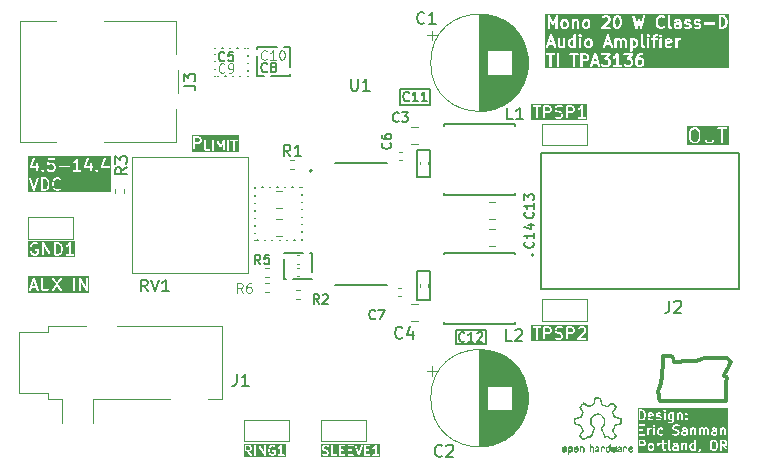
<source format=gbr>
%TF.GenerationSoftware,KiCad,Pcbnew,8.0.6*%
%TF.CreationDate,2024-10-24T21:34:22-07:00*%
%TF.ProjectId,PedalSynth,50656461-6c53-4796-9e74-682e6b696361,r1.0*%
%TF.SameCoordinates,Original*%
%TF.FileFunction,Legend,Top*%
%TF.FilePolarity,Positive*%
%FSLAX46Y46*%
G04 Gerber Fmt 4.6, Leading zero omitted, Abs format (unit mm)*
G04 Created by KiCad (PCBNEW 8.0.6) date 2024-10-24 21:34:22*
%MOMM*%
%LPD*%
G01*
G04 APERTURE LIST*
%ADD10C,0.150000*%
%ADD11C,0.200000*%
%ADD12C,0.125000*%
%ADD13C,0.120000*%
%ADD14C,0.127000*%
%ADD15C,0.000000*%
G04 APERTURE END LIST*
D10*
X146550000Y-81975000D02*
X148200000Y-81975000D01*
X148800000Y-81975000D02*
X148950000Y-81975000D01*
X148950000Y-81975000D02*
X148950000Y-83625000D01*
X148950000Y-84175000D02*
X147300000Y-84175000D01*
X146700000Y-84175000D02*
X146550000Y-84175000D01*
X146550000Y-84175000D02*
X146550000Y-82525000D01*
X157850000Y-73250000D02*
X158950000Y-73250000D01*
X158950000Y-75550000D01*
X157850000Y-75550000D01*
X157850000Y-73250000D01*
X156400000Y-68100000D02*
X158900000Y-68100000D01*
X158900000Y-69450000D01*
X156400000Y-69450000D01*
X156400000Y-68100000D01*
X161100000Y-88500000D02*
X163650000Y-88500000D01*
X163650000Y-89750000D01*
X161100000Y-89750000D01*
X161100000Y-88500000D01*
X144100000Y-76400000D02*
X144130000Y-76400000D01*
X144730000Y-76400000D02*
X144760000Y-76400000D01*
X145360000Y-76400000D02*
X145390000Y-76400000D01*
X145990000Y-76400000D02*
X146020000Y-76400000D01*
X146620000Y-76400000D02*
X146650000Y-76400000D01*
X147250000Y-76400000D02*
X147280000Y-76400000D01*
X147880000Y-76400000D02*
X147910000Y-76400000D01*
X148100000Y-76400000D02*
X148100000Y-76430000D01*
X148100000Y-77030000D02*
X148100000Y-77060000D01*
X148100000Y-77660000D02*
X148100000Y-77690000D01*
X148100000Y-78290000D02*
X148100000Y-78320000D01*
X148100000Y-78920000D02*
X148100000Y-78950000D01*
X148100000Y-79550000D02*
X148100000Y-79580000D01*
X148100000Y-80180000D02*
X148100000Y-80210000D01*
X148100000Y-80810000D02*
X148100000Y-80840000D01*
X148100000Y-80950000D02*
X148070000Y-80950000D01*
X147470000Y-80950000D02*
X147440000Y-80950000D01*
X146840000Y-80950000D02*
X146810000Y-80950000D01*
X146210000Y-80950000D02*
X146180000Y-80950000D01*
X145580000Y-80950000D02*
X145550000Y-80950000D01*
X144950000Y-80950000D02*
X144920000Y-80950000D01*
X144320000Y-80950000D02*
X144290000Y-80950000D01*
X144100000Y-80950000D02*
X144100000Y-80920000D01*
X144100000Y-80320000D02*
X144100000Y-80290000D01*
X144100000Y-79690000D02*
X144100000Y-79660000D01*
X144100000Y-79060000D02*
X144100000Y-79030000D01*
X144100000Y-78430000D02*
X144100000Y-78400000D01*
X144100000Y-77800000D02*
X144100000Y-77770000D01*
X144100000Y-77170000D02*
X144100000Y-77140000D01*
X144100000Y-76540000D02*
X144100000Y-76510000D01*
X157850000Y-83550000D02*
X158950000Y-83550000D01*
X158950000Y-85950000D01*
X157850000Y-85950000D01*
X157850000Y-83550000D01*
X140700000Y-64650000D02*
X140730000Y-64650000D01*
X141330000Y-64650000D02*
X141360000Y-64650000D01*
X141960000Y-64650000D02*
X141990000Y-64650000D01*
X142590000Y-64650000D02*
X142620000Y-64650000D01*
X143220000Y-64650000D02*
X143250000Y-64650000D01*
X143500000Y-64650000D02*
X143500000Y-64680000D01*
X143500000Y-65280000D02*
X143500000Y-65310000D01*
X143500000Y-65910000D02*
X143500000Y-65940000D01*
X143500000Y-66540000D02*
X143500000Y-66570000D01*
X143500000Y-67050000D02*
X143470000Y-67050000D01*
X142870000Y-67050000D02*
X142840000Y-67050000D01*
X142240000Y-67050000D02*
X142210000Y-67050000D01*
X141610000Y-67050000D02*
X141580000Y-67050000D01*
X140980000Y-67050000D02*
X140950000Y-67050000D01*
X140700000Y-67050000D02*
X140700000Y-67020000D01*
X140700000Y-66420000D02*
X140700000Y-66390000D01*
X140700000Y-65790000D02*
X140700000Y-65760000D01*
X140700000Y-65160000D02*
X140700000Y-65130000D01*
X144300000Y-64600000D02*
X145950000Y-64600000D01*
X146550000Y-64600000D02*
X147100000Y-64600000D01*
X147100000Y-64600000D02*
X147100000Y-66250000D01*
X147100000Y-66850000D02*
X147100000Y-67000000D01*
X147100000Y-67000000D02*
X145450000Y-67000000D01*
X144850000Y-67000000D02*
X144300000Y-67000000D01*
X144300000Y-67000000D02*
X144300000Y-65350000D01*
X144300000Y-64750000D02*
X144300000Y-64600000D01*
G36*
X181511398Y-71564123D02*
G01*
X181602389Y-71655114D01*
X181652255Y-71854577D01*
X181652255Y-72236107D01*
X181602389Y-72435570D01*
X181511399Y-72526560D01*
X181423836Y-72570342D01*
X181230674Y-72570342D01*
X181143110Y-72526560D01*
X181052120Y-72435570D01*
X181002255Y-72236108D01*
X181002255Y-71854576D01*
X181052120Y-71655114D01*
X181143111Y-71564123D01*
X181230674Y-71520342D01*
X181423836Y-71520342D01*
X181511398Y-71564123D01*
G37*
G36*
X184219862Y-72853675D02*
G01*
X180718922Y-72853675D01*
X180718922Y-71845342D01*
X180852255Y-71845342D01*
X180852255Y-72245342D01*
X180852506Y-72247895D01*
X180852344Y-72248988D01*
X180853153Y-72254461D01*
X180853696Y-72259974D01*
X180854118Y-72260995D01*
X180854494Y-72263532D01*
X180911637Y-72492105D01*
X180916584Y-72505950D01*
X180919904Y-72510431D01*
X180922038Y-72515582D01*
X180931365Y-72526947D01*
X181045651Y-72641233D01*
X181051401Y-72645953D01*
X181052700Y-72647450D01*
X181054954Y-72648869D01*
X181057016Y-72650561D01*
X181058848Y-72651319D01*
X181065143Y-72655282D01*
X181179428Y-72712424D01*
X181193160Y-72717679D01*
X181195847Y-72717869D01*
X181198337Y-72718901D01*
X181212969Y-72720342D01*
X181441541Y-72720342D01*
X181456173Y-72718901D01*
X181458662Y-72717869D01*
X181461350Y-72717679D01*
X181475082Y-72712424D01*
X181589367Y-72655282D01*
X181595664Y-72651317D01*
X181597494Y-72650560D01*
X181599553Y-72648869D01*
X181601809Y-72647450D01*
X181603106Y-72645953D01*
X181608859Y-72641233D01*
X181723145Y-72526947D01*
X181732473Y-72515582D01*
X181734607Y-72510428D01*
X181737926Y-72505950D01*
X181742873Y-72492104D01*
X181800016Y-72263532D01*
X181800391Y-72260994D01*
X181800814Y-72259974D01*
X181801355Y-72254471D01*
X181802167Y-72248987D01*
X181802003Y-72247891D01*
X181802255Y-72245342D01*
X181802255Y-71845342D01*
X181802003Y-71842792D01*
X181802167Y-71841697D01*
X181801355Y-71836212D01*
X181800814Y-71830710D01*
X181800391Y-71829689D01*
X181800016Y-71827152D01*
X181742873Y-71598581D01*
X181737926Y-71584735D01*
X181734607Y-71580256D01*
X181732473Y-71575103D01*
X181723145Y-71563738D01*
X181608859Y-71449452D01*
X181603851Y-71445342D01*
X182166541Y-71445342D01*
X182166541Y-72416771D01*
X182167982Y-72431403D01*
X182169013Y-72433892D01*
X182169204Y-72436580D01*
X182174459Y-72450312D01*
X182231602Y-72564598D01*
X182235565Y-72570894D01*
X182236324Y-72572725D01*
X182238015Y-72574786D01*
X182239435Y-72577041D01*
X182240930Y-72578338D01*
X182245651Y-72584090D01*
X182302794Y-72641233D01*
X182308543Y-72645951D01*
X182309843Y-72647450D01*
X182312102Y-72648871D01*
X182314159Y-72650560D01*
X182315986Y-72651317D01*
X182322286Y-72655282D01*
X182436571Y-72712424D01*
X182450303Y-72717679D01*
X182452990Y-72717869D01*
X182455480Y-72718901D01*
X182470112Y-72720342D01*
X182698684Y-72720342D01*
X182713316Y-72718901D01*
X182715805Y-72717869D01*
X182718493Y-72717679D01*
X182732225Y-72712424D01*
X182846510Y-72655282D01*
X182852807Y-72651317D01*
X182854637Y-72650560D01*
X182856696Y-72648869D01*
X182858952Y-72647450D01*
X182860249Y-72645953D01*
X182866002Y-72641233D01*
X182923145Y-72584090D01*
X182927863Y-72578340D01*
X182929362Y-72577041D01*
X182930783Y-72574781D01*
X182932472Y-72572725D01*
X182933229Y-72570897D01*
X182937194Y-72564598D01*
X182994337Y-72450312D01*
X182999592Y-72436580D01*
X182999782Y-72433892D01*
X183000814Y-72431403D01*
X183002255Y-72416771D01*
X183002255Y-71445342D01*
X183000814Y-71430710D01*
X183253696Y-71430710D01*
X183253696Y-71459974D01*
X183264895Y-71487010D01*
X183285587Y-71507702D01*
X183312623Y-71518901D01*
X183327255Y-71520342D01*
X183595112Y-71520342D01*
X183595112Y-72645342D01*
X183596553Y-72659974D01*
X183607752Y-72687010D01*
X183628444Y-72707702D01*
X183655480Y-72718901D01*
X183684744Y-72718901D01*
X183711780Y-72707702D01*
X183732472Y-72687010D01*
X183743671Y-72659974D01*
X183745112Y-72645342D01*
X183745112Y-71520342D01*
X184012970Y-71520342D01*
X184027602Y-71518901D01*
X184054638Y-71507702D01*
X184075330Y-71487010D01*
X184086529Y-71459974D01*
X184086529Y-71430710D01*
X184075330Y-71403674D01*
X184054638Y-71382982D01*
X184027602Y-71371783D01*
X184012970Y-71370342D01*
X183327255Y-71370342D01*
X183312623Y-71371783D01*
X183285587Y-71382982D01*
X183264895Y-71403674D01*
X183253696Y-71430710D01*
X183000814Y-71430710D01*
X182989615Y-71403674D01*
X182968923Y-71382982D01*
X182941887Y-71371783D01*
X182912623Y-71371783D01*
X182885587Y-71382982D01*
X182864895Y-71403674D01*
X182853696Y-71430710D01*
X182852255Y-71445342D01*
X182852255Y-72399066D01*
X182808473Y-72486630D01*
X182768542Y-72526560D01*
X182680979Y-72570342D01*
X182487817Y-72570342D01*
X182400253Y-72526560D01*
X182360323Y-72486630D01*
X182316541Y-72399066D01*
X182316541Y-71445342D01*
X182315100Y-71430710D01*
X182303901Y-71403674D01*
X182283209Y-71382982D01*
X182256173Y-71371783D01*
X182226909Y-71371783D01*
X182199873Y-71382982D01*
X182179181Y-71403674D01*
X182167982Y-71430710D01*
X182166541Y-71445342D01*
X181603851Y-71445342D01*
X181603107Y-71444731D01*
X181601810Y-71443236D01*
X181599555Y-71441816D01*
X181597494Y-71440125D01*
X181595663Y-71439366D01*
X181589367Y-71435403D01*
X181475082Y-71378260D01*
X181461351Y-71373005D01*
X181458661Y-71372813D01*
X181456173Y-71371783D01*
X181441541Y-71370342D01*
X181212969Y-71370342D01*
X181198337Y-71371783D01*
X181195847Y-71372814D01*
X181193160Y-71373005D01*
X181179428Y-71378260D01*
X181065143Y-71435403D01*
X181058850Y-71439364D01*
X181057016Y-71440124D01*
X181054950Y-71441819D01*
X181052700Y-71443236D01*
X181051404Y-71444729D01*
X181045651Y-71449452D01*
X180931365Y-71563738D01*
X180922038Y-71575103D01*
X180919904Y-71580253D01*
X180916584Y-71584735D01*
X180911637Y-71598580D01*
X180854494Y-71827152D01*
X180854118Y-71829688D01*
X180853696Y-71830710D01*
X180853153Y-71836222D01*
X180852344Y-71841696D01*
X180852506Y-71842788D01*
X180852255Y-71845342D01*
X180718922Y-71845342D01*
X180718922Y-71237009D01*
X184219862Y-71237009D01*
X184219862Y-72853675D01*
G37*
G36*
X177718901Y-98242308D02*
G01*
X177739784Y-98263191D01*
X177764518Y-98312659D01*
X177764518Y-98505821D01*
X177739783Y-98555289D01*
X177718900Y-98576173D01*
X177669432Y-98600907D01*
X177590556Y-98600907D01*
X177541088Y-98576173D01*
X177520204Y-98555288D01*
X177495470Y-98505820D01*
X177495470Y-98312660D01*
X177520204Y-98263192D01*
X177541087Y-98242308D01*
X177590557Y-98217573D01*
X177669432Y-98217573D01*
X177718901Y-98242308D01*
G37*
G36*
X179821662Y-98591459D02*
G01*
X179802766Y-98600907D01*
X179647700Y-98600907D01*
X179609706Y-98581910D01*
X179590709Y-98543915D01*
X179590709Y-98503136D01*
X179609706Y-98465141D01*
X179647700Y-98446145D01*
X179820471Y-98446145D01*
X179821662Y-98446027D01*
X179821662Y-98591459D01*
G37*
G36*
X181269282Y-98227021D02*
G01*
X181269282Y-98591459D01*
X181250386Y-98600907D01*
X181133415Y-98600907D01*
X181083947Y-98576173D01*
X181063063Y-98555288D01*
X181038329Y-98505820D01*
X181038329Y-98312660D01*
X181063063Y-98263192D01*
X181083946Y-98242308D01*
X181133416Y-98217573D01*
X181250386Y-98217573D01*
X181269282Y-98227021D01*
G37*
G36*
X183052236Y-97975641D02*
G01*
X183105131Y-98028535D01*
X183135949Y-98151806D01*
X183135949Y-98400006D01*
X183105131Y-98523277D01*
X183052236Y-98576173D01*
X183002768Y-98600907D01*
X182885797Y-98600907D01*
X182836328Y-98576172D01*
X182783433Y-98523277D01*
X182752615Y-98400004D01*
X182752615Y-98151808D01*
X182783433Y-98028535D01*
X182836327Y-97975641D01*
X182885797Y-97950907D01*
X183002768Y-97950907D01*
X183052236Y-97975641D01*
G37*
G36*
X183890331Y-97975641D02*
G01*
X183911214Y-97996524D01*
X183935949Y-98045993D01*
X183935949Y-98124867D01*
X183911214Y-98174336D01*
X183890331Y-98195220D01*
X183840863Y-98219954D01*
X183628806Y-98219954D01*
X183628806Y-97950907D01*
X183840863Y-97950907D01*
X183890331Y-97975641D01*
G37*
G36*
X176995091Y-97975641D02*
G01*
X177015974Y-97996524D01*
X177040709Y-98045993D01*
X177040709Y-98124867D01*
X177015974Y-98174336D01*
X176995091Y-98195220D01*
X176945623Y-98219954D01*
X176733566Y-98219954D01*
X176733566Y-97950907D01*
X176945623Y-97950907D01*
X176995091Y-97975641D01*
G37*
G36*
X180583566Y-97303504D02*
G01*
X180564670Y-97312952D01*
X180409604Y-97312952D01*
X180371610Y-97293955D01*
X180352613Y-97255960D01*
X180352613Y-97215181D01*
X180371610Y-97177186D01*
X180409604Y-97158190D01*
X180582375Y-97158190D01*
X180583566Y-97158072D01*
X180583566Y-97303504D01*
G37*
G36*
X183097853Y-97303504D02*
G01*
X183078957Y-97312952D01*
X182923891Y-97312952D01*
X182885897Y-97293955D01*
X182866900Y-97255960D01*
X182866900Y-97215181D01*
X182885897Y-97177186D01*
X182923891Y-97158190D01*
X183096662Y-97158190D01*
X183097853Y-97158072D01*
X183097853Y-97303504D01*
G37*
G36*
X179440708Y-95651111D02*
G01*
X179440708Y-96015549D01*
X179421812Y-96024997D01*
X179304841Y-96024997D01*
X179255373Y-96000263D01*
X179234489Y-95979378D01*
X179209755Y-95929910D01*
X179209755Y-95736750D01*
X179234489Y-95687282D01*
X179255372Y-95666398D01*
X179304842Y-95641663D01*
X179421812Y-95641663D01*
X179440708Y-95651111D01*
G37*
G36*
X176922814Y-95403644D02*
G01*
X176977878Y-95458708D01*
X177006848Y-95516647D01*
X177040709Y-95652089D01*
X177040709Y-95747904D01*
X177006848Y-95883345D01*
X176977878Y-95941284D01*
X176922813Y-95996350D01*
X176836872Y-96024997D01*
X176733566Y-96024997D01*
X176733566Y-95374997D01*
X176836872Y-95374997D01*
X176922814Y-95403644D01*
G37*
G36*
X177707426Y-95660660D02*
G01*
X177725059Y-95695926D01*
X177495470Y-95741844D01*
X177495470Y-95698655D01*
X177514466Y-95660661D01*
X177552462Y-95641663D01*
X177669432Y-95641663D01*
X177707426Y-95660660D01*
G37*
G36*
X184174838Y-98952640D02*
G01*
X176494677Y-98952640D01*
X176494677Y-98775560D01*
X181613580Y-98775560D01*
X181613580Y-98804822D01*
X181624778Y-98831859D01*
X181645471Y-98852552D01*
X181672507Y-98863751D01*
X181701769Y-98863751D01*
X181728806Y-98852553D01*
X181740171Y-98843226D01*
X181778267Y-98805131D01*
X181782987Y-98799379D01*
X181784485Y-98798081D01*
X181785904Y-98795825D01*
X181787595Y-98793766D01*
X181788353Y-98791935D01*
X181792317Y-98785638D01*
X181830412Y-98709448D01*
X181835667Y-98695716D01*
X181835857Y-98693028D01*
X181836889Y-98690539D01*
X181838330Y-98675907D01*
X181838330Y-98637812D01*
X181836889Y-98623180D01*
X181825690Y-98596144D01*
X181804998Y-98575452D01*
X181777962Y-98564253D01*
X181748698Y-98564253D01*
X181721662Y-98575452D01*
X181700970Y-98596144D01*
X181689771Y-98623180D01*
X181688330Y-98637812D01*
X181688330Y-98658202D01*
X181663596Y-98707669D01*
X181634107Y-98737158D01*
X181624779Y-98748524D01*
X181613580Y-98775560D01*
X176494677Y-98775560D01*
X176494677Y-97875907D01*
X176583566Y-97875907D01*
X176583566Y-98675907D01*
X176585007Y-98690539D01*
X176596206Y-98717575D01*
X176616898Y-98738267D01*
X176643934Y-98749466D01*
X176673198Y-98749466D01*
X176700234Y-98738267D01*
X176720926Y-98717575D01*
X176732125Y-98690539D01*
X176733566Y-98675907D01*
X176733566Y-98369954D01*
X176963328Y-98369954D01*
X176977960Y-98368513D01*
X176980449Y-98367481D01*
X176983137Y-98367291D01*
X176996869Y-98362036D01*
X177073059Y-98323941D01*
X177079358Y-98319976D01*
X177081186Y-98319219D01*
X177083242Y-98317530D01*
X177085502Y-98316109D01*
X177086801Y-98314610D01*
X177092551Y-98309892D01*
X177107489Y-98294954D01*
X177345470Y-98294954D01*
X177345470Y-98523526D01*
X177346911Y-98538158D01*
X177347941Y-98540646D01*
X177348133Y-98543336D01*
X177353388Y-98557068D01*
X177391484Y-98633257D01*
X177395446Y-98639551D01*
X177396205Y-98641383D01*
X177397898Y-98643446D01*
X177399317Y-98645700D01*
X177400811Y-98646996D01*
X177405532Y-98652748D01*
X177443627Y-98690844D01*
X177449378Y-98695564D01*
X177450677Y-98697062D01*
X177452932Y-98698481D01*
X177454992Y-98700172D01*
X177456822Y-98700930D01*
X177463120Y-98704894D01*
X177539310Y-98742989D01*
X177553042Y-98748244D01*
X177555729Y-98748434D01*
X177558219Y-98749466D01*
X177572851Y-98750907D01*
X177687137Y-98750907D01*
X177701769Y-98749466D01*
X177704258Y-98748434D01*
X177706946Y-98748244D01*
X177720678Y-98742989D01*
X177796869Y-98704894D01*
X177803168Y-98700929D01*
X177804996Y-98700172D01*
X177807052Y-98698484D01*
X177809312Y-98697062D01*
X177810612Y-98695562D01*
X177816362Y-98690844D01*
X177854457Y-98652748D01*
X177859174Y-98646999D01*
X177860673Y-98645700D01*
X177862094Y-98643441D01*
X177863784Y-98641383D01*
X177864541Y-98639553D01*
X177868505Y-98633257D01*
X177906600Y-98557067D01*
X177911855Y-98543335D01*
X177912045Y-98540647D01*
X177913077Y-98538158D01*
X177914518Y-98523526D01*
X177914518Y-98294954D01*
X177913077Y-98280322D01*
X177912045Y-98277832D01*
X177911855Y-98275145D01*
X177906600Y-98261413D01*
X177868505Y-98185223D01*
X177864540Y-98178923D01*
X177863783Y-98177096D01*
X177862094Y-98175039D01*
X177860673Y-98172780D01*
X177859174Y-98171480D01*
X177854456Y-98165731D01*
X177831298Y-98142573D01*
X178107376Y-98142573D01*
X178107376Y-98675907D01*
X178108817Y-98690539D01*
X178120016Y-98717575D01*
X178140708Y-98738267D01*
X178167744Y-98749466D01*
X178197008Y-98749466D01*
X178224044Y-98738267D01*
X178244736Y-98717575D01*
X178255935Y-98690539D01*
X178257376Y-98675907D01*
X178257376Y-98312659D01*
X178282110Y-98263191D01*
X178302993Y-98242307D01*
X178352462Y-98217573D01*
X178410947Y-98217573D01*
X178425579Y-98216132D01*
X178452615Y-98204933D01*
X178473307Y-98184241D01*
X178484506Y-98157205D01*
X178484506Y-98127941D01*
X178489769Y-98127941D01*
X178489769Y-98157205D01*
X178500968Y-98184241D01*
X178521660Y-98204933D01*
X178548696Y-98216132D01*
X178563328Y-98217573D01*
X178602614Y-98217573D01*
X178602614Y-98561621D01*
X178604055Y-98576253D01*
X178605086Y-98578742D01*
X178605277Y-98581430D01*
X178610532Y-98595162D01*
X178648627Y-98671353D01*
X178650167Y-98673800D01*
X178650552Y-98674954D01*
X178651797Y-98676390D01*
X178656459Y-98683796D01*
X178663563Y-98689957D01*
X178669725Y-98697062D01*
X178677130Y-98701723D01*
X178678567Y-98702969D01*
X178679720Y-98703353D01*
X178682168Y-98704894D01*
X178758358Y-98742989D01*
X178772090Y-98748244D01*
X178774777Y-98748434D01*
X178777267Y-98749466D01*
X178791899Y-98750907D01*
X178868090Y-98750907D01*
X178882722Y-98749466D01*
X178909758Y-98738267D01*
X178930450Y-98717575D01*
X178941649Y-98690539D01*
X178941649Y-98661275D01*
X178930450Y-98634239D01*
X178909758Y-98613547D01*
X178882722Y-98602348D01*
X178868090Y-98600907D01*
X178809604Y-98600907D01*
X178771610Y-98581910D01*
X178752614Y-98543916D01*
X178752614Y-98217573D01*
X178868090Y-98217573D01*
X178882722Y-98216132D01*
X178909758Y-98204933D01*
X178930450Y-98184241D01*
X178941649Y-98157205D01*
X178941649Y-98127941D01*
X178930450Y-98100905D01*
X178909758Y-98080213D01*
X178882722Y-98069014D01*
X178868090Y-98067573D01*
X178752614Y-98067573D01*
X178752614Y-97875907D01*
X179059757Y-97875907D01*
X179059757Y-98561621D01*
X179061198Y-98576253D01*
X179062229Y-98578742D01*
X179062420Y-98581430D01*
X179067675Y-98595162D01*
X179105770Y-98671353D01*
X179107310Y-98673800D01*
X179107695Y-98674954D01*
X179108940Y-98676390D01*
X179113602Y-98683796D01*
X179120706Y-98689957D01*
X179126868Y-98697062D01*
X179134273Y-98701723D01*
X179135710Y-98702969D01*
X179136863Y-98703353D01*
X179139311Y-98704894D01*
X179215501Y-98742989D01*
X179229233Y-98748244D01*
X179258423Y-98750318D01*
X179286184Y-98741064D01*
X179308292Y-98721891D01*
X179321379Y-98695716D01*
X179323453Y-98666526D01*
X179314199Y-98638765D01*
X179295026Y-98616657D01*
X179282583Y-98608825D01*
X179228753Y-98581910D01*
X179209757Y-98543916D01*
X179209757Y-98485431D01*
X179440709Y-98485431D01*
X179440709Y-98561621D01*
X179442150Y-98576253D01*
X179443180Y-98578741D01*
X179443372Y-98581431D01*
X179448627Y-98595162D01*
X179486723Y-98671353D01*
X179488263Y-98673799D01*
X179488648Y-98674954D01*
X179489895Y-98676392D01*
X179494556Y-98683796D01*
X179501657Y-98689955D01*
X179507821Y-98697062D01*
X179515226Y-98701723D01*
X179516663Y-98702969D01*
X179517816Y-98703353D01*
X179520264Y-98704894D01*
X179596454Y-98742989D01*
X179610186Y-98748244D01*
X179612873Y-98748434D01*
X179615363Y-98749466D01*
X179629995Y-98750907D01*
X179820471Y-98750907D01*
X179835103Y-98749466D01*
X179837592Y-98748434D01*
X179840280Y-98748244D01*
X179854012Y-98742989D01*
X179859622Y-98740184D01*
X179882030Y-98749466D01*
X179911294Y-98749466D01*
X179938330Y-98738267D01*
X179959022Y-98717575D01*
X179970221Y-98690539D01*
X179971662Y-98675907D01*
X179971662Y-98256859D01*
X179970221Y-98242227D01*
X179969189Y-98239737D01*
X179968999Y-98237050D01*
X179963744Y-98223318D01*
X179925649Y-98147128D01*
X179924108Y-98144680D01*
X179923724Y-98143527D01*
X179922897Y-98142573D01*
X180202615Y-98142573D01*
X180202615Y-98675907D01*
X180204056Y-98690539D01*
X180215255Y-98717575D01*
X180235947Y-98738267D01*
X180262983Y-98749466D01*
X180292247Y-98749466D01*
X180319283Y-98738267D01*
X180339975Y-98717575D01*
X180351174Y-98690539D01*
X180352615Y-98675907D01*
X180352615Y-98249830D01*
X180360136Y-98242308D01*
X180409606Y-98217573D01*
X180488481Y-98217573D01*
X180526475Y-98236570D01*
X180545472Y-98274564D01*
X180545472Y-98675907D01*
X180546913Y-98690539D01*
X180558112Y-98717575D01*
X180578804Y-98738267D01*
X180605840Y-98749466D01*
X180635104Y-98749466D01*
X180662140Y-98738267D01*
X180682832Y-98717575D01*
X180694031Y-98690539D01*
X180695472Y-98675907D01*
X180695472Y-98294954D01*
X180888329Y-98294954D01*
X180888329Y-98523526D01*
X180889770Y-98538158D01*
X180890800Y-98540646D01*
X180890992Y-98543336D01*
X180896247Y-98557068D01*
X180934343Y-98633257D01*
X180938305Y-98639551D01*
X180939064Y-98641383D01*
X180940757Y-98643446D01*
X180942176Y-98645700D01*
X180943670Y-98646996D01*
X180948391Y-98652748D01*
X180986486Y-98690844D01*
X180992237Y-98695564D01*
X180993536Y-98697062D01*
X180995791Y-98698481D01*
X180997851Y-98700172D01*
X180999681Y-98700930D01*
X181005979Y-98704894D01*
X181082169Y-98742989D01*
X181095901Y-98748244D01*
X181098588Y-98748434D01*
X181101078Y-98749466D01*
X181115710Y-98750907D01*
X181268091Y-98750907D01*
X181282723Y-98749466D01*
X181285212Y-98748434D01*
X181287900Y-98748244D01*
X181301632Y-98742989D01*
X181307242Y-98740184D01*
X181329650Y-98749466D01*
X181358914Y-98749466D01*
X181385950Y-98738267D01*
X181406642Y-98717575D01*
X181417841Y-98690539D01*
X181419282Y-98675907D01*
X181419282Y-98142573D01*
X182602615Y-98142573D01*
X182602615Y-98409240D01*
X182602866Y-98411793D01*
X182602704Y-98412886D01*
X182603513Y-98418360D01*
X182604056Y-98423872D01*
X182604478Y-98424892D01*
X182604854Y-98427431D01*
X182642950Y-98579812D01*
X182647897Y-98593657D01*
X182651216Y-98598137D01*
X182653350Y-98603288D01*
X182662678Y-98614654D01*
X182738868Y-98690845D01*
X182744617Y-98695563D01*
X182745917Y-98697062D01*
X182748176Y-98698483D01*
X182750233Y-98700172D01*
X182752060Y-98700929D01*
X182758360Y-98704894D01*
X182834551Y-98742989D01*
X182848283Y-98748244D01*
X182850970Y-98748434D01*
X182853460Y-98749466D01*
X182868092Y-98750907D01*
X183020473Y-98750907D01*
X183035105Y-98749466D01*
X183037594Y-98748434D01*
X183040282Y-98748244D01*
X183054014Y-98742989D01*
X183130204Y-98704894D01*
X183136503Y-98700929D01*
X183138331Y-98700172D01*
X183140387Y-98698483D01*
X183142647Y-98697062D01*
X183143946Y-98695563D01*
X183149696Y-98690845D01*
X183225887Y-98614654D01*
X183235214Y-98603289D01*
X183237347Y-98598137D01*
X183240668Y-98593657D01*
X183245615Y-98579811D01*
X183283710Y-98427430D01*
X183284085Y-98424892D01*
X183284508Y-98423872D01*
X183285049Y-98418369D01*
X183285861Y-98412885D01*
X183285697Y-98411789D01*
X183285949Y-98409240D01*
X183285949Y-98142573D01*
X183285697Y-98140023D01*
X183285861Y-98138928D01*
X183285049Y-98133443D01*
X183284508Y-98127941D01*
X183284085Y-98126920D01*
X183283710Y-98124383D01*
X183245615Y-97972002D01*
X183240668Y-97958156D01*
X183237347Y-97953675D01*
X183235214Y-97948524D01*
X183225887Y-97937159D01*
X183164634Y-97875907D01*
X183478806Y-97875907D01*
X183478806Y-98675907D01*
X183480247Y-98690539D01*
X183491446Y-98717575D01*
X183512138Y-98738267D01*
X183539174Y-98749466D01*
X183568438Y-98749466D01*
X183595474Y-98738267D01*
X183616166Y-98717575D01*
X183627365Y-98690539D01*
X183628806Y-98675907D01*
X183628806Y-98369954D01*
X183705233Y-98369954D01*
X183949506Y-98718916D01*
X183959078Y-98730077D01*
X183983757Y-98745804D01*
X184012574Y-98750889D01*
X184041145Y-98744560D01*
X184065119Y-98727778D01*
X184080846Y-98703099D01*
X184085931Y-98674281D01*
X184079602Y-98645710D01*
X184072391Y-98632897D01*
X183884757Y-98364849D01*
X183892109Y-98362036D01*
X183968299Y-98323941D01*
X183974598Y-98319976D01*
X183976426Y-98319219D01*
X183978482Y-98317530D01*
X183980742Y-98316109D01*
X183982041Y-98314610D01*
X183987791Y-98309892D01*
X184025886Y-98271797D01*
X184030606Y-98266044D01*
X184032102Y-98264748D01*
X184033521Y-98262493D01*
X184035213Y-98260432D01*
X184035971Y-98258601D01*
X184039935Y-98252305D01*
X184078031Y-98176115D01*
X184083286Y-98162383D01*
X184083477Y-98159693D01*
X184084508Y-98157205D01*
X184085949Y-98142573D01*
X184085949Y-98028288D01*
X184084508Y-98013656D01*
X184083477Y-98011167D01*
X184083286Y-98008478D01*
X184078031Y-97994746D01*
X184039935Y-97918556D01*
X184035971Y-97912259D01*
X184035213Y-97910429D01*
X184033521Y-97908367D01*
X184032102Y-97906113D01*
X184030606Y-97904816D01*
X184025886Y-97899064D01*
X183987791Y-97860969D01*
X183982041Y-97856250D01*
X183980742Y-97854752D01*
X183978482Y-97853330D01*
X183976426Y-97851642D01*
X183974598Y-97850884D01*
X183968299Y-97846920D01*
X183892109Y-97808825D01*
X183878377Y-97803570D01*
X183875689Y-97803379D01*
X183873200Y-97802348D01*
X183858568Y-97800907D01*
X183553806Y-97800907D01*
X183539174Y-97802348D01*
X183512138Y-97813547D01*
X183491446Y-97834239D01*
X183480247Y-97861275D01*
X183478806Y-97875907D01*
X183164634Y-97875907D01*
X183149696Y-97860969D01*
X183143946Y-97856250D01*
X183142647Y-97854752D01*
X183140388Y-97853330D01*
X183138330Y-97851641D01*
X183136500Y-97850883D01*
X183130204Y-97846920D01*
X183054014Y-97808825D01*
X183040282Y-97803570D01*
X183037594Y-97803379D01*
X183035105Y-97802348D01*
X183020473Y-97800907D01*
X182868092Y-97800907D01*
X182853460Y-97802348D01*
X182850970Y-97803379D01*
X182848283Y-97803570D01*
X182834551Y-97808825D01*
X182758360Y-97846920D01*
X182752065Y-97850882D01*
X182750233Y-97851641D01*
X182748171Y-97853332D01*
X182745917Y-97854752D01*
X182744618Y-97856248D01*
X182738868Y-97860969D01*
X182662678Y-97937159D01*
X182653351Y-97948524D01*
X182651217Y-97953674D01*
X182647897Y-97958156D01*
X182642950Y-97972001D01*
X182604854Y-98124382D01*
X182604478Y-98126920D01*
X182604056Y-98127941D01*
X182603513Y-98133452D01*
X182602704Y-98138927D01*
X182602866Y-98140019D01*
X182602615Y-98142573D01*
X181419282Y-98142573D01*
X181419282Y-97875907D01*
X181417841Y-97861275D01*
X181406642Y-97834239D01*
X181385950Y-97813547D01*
X181358914Y-97802348D01*
X181329650Y-97802348D01*
X181302614Y-97813547D01*
X181281922Y-97834239D01*
X181270723Y-97861275D01*
X181269282Y-97875907D01*
X181269282Y-98067690D01*
X181268091Y-98067573D01*
X181115710Y-98067573D01*
X181101078Y-98069014D01*
X181098586Y-98070046D01*
X181095900Y-98070237D01*
X181082168Y-98075492D01*
X181005978Y-98113587D01*
X180999680Y-98117551D01*
X180997852Y-98118309D01*
X180995791Y-98120000D01*
X180993536Y-98121420D01*
X180992239Y-98122915D01*
X180986487Y-98127636D01*
X180948392Y-98165731D01*
X180943671Y-98171483D01*
X180942176Y-98172780D01*
X180940756Y-98175034D01*
X180939065Y-98177096D01*
X180938306Y-98178926D01*
X180934343Y-98185223D01*
X180896247Y-98261412D01*
X180890992Y-98275144D01*
X180890800Y-98277833D01*
X180889770Y-98280322D01*
X180888329Y-98294954D01*
X180695472Y-98294954D01*
X180695472Y-98256859D01*
X180694031Y-98242227D01*
X180692999Y-98239737D01*
X180692809Y-98237050D01*
X180687554Y-98223318D01*
X180649459Y-98147128D01*
X180647918Y-98144680D01*
X180647534Y-98143527D01*
X180646288Y-98142090D01*
X180641627Y-98134685D01*
X180634520Y-98128521D01*
X180628361Y-98121420D01*
X180620957Y-98116759D01*
X180619519Y-98115512D01*
X180618364Y-98115127D01*
X180615918Y-98113587D01*
X180539727Y-98075491D01*
X180525996Y-98070236D01*
X180523306Y-98070044D01*
X180520818Y-98069014D01*
X180506186Y-98067573D01*
X180391900Y-98067573D01*
X180377268Y-98069014D01*
X180374776Y-98070046D01*
X180372090Y-98070237D01*
X180358358Y-98075492D01*
X180329160Y-98090090D01*
X180319283Y-98080213D01*
X180292247Y-98069014D01*
X180262983Y-98069014D01*
X180235947Y-98080213D01*
X180215255Y-98100905D01*
X180204056Y-98127941D01*
X180202615Y-98142573D01*
X179922897Y-98142573D01*
X179922478Y-98142090D01*
X179917817Y-98134685D01*
X179910710Y-98128521D01*
X179904551Y-98121420D01*
X179897147Y-98116759D01*
X179895709Y-98115512D01*
X179894554Y-98115127D01*
X179892108Y-98113587D01*
X179815917Y-98075491D01*
X179802186Y-98070236D01*
X179799496Y-98070044D01*
X179797008Y-98069014D01*
X179782376Y-98067573D01*
X179629995Y-98067573D01*
X179615363Y-98069014D01*
X179612871Y-98070046D01*
X179610185Y-98070237D01*
X179596453Y-98075492D01*
X179520263Y-98113587D01*
X179507821Y-98121420D01*
X179488647Y-98143528D01*
X179479394Y-98171289D01*
X179481468Y-98200479D01*
X179494556Y-98226653D01*
X179516664Y-98245827D01*
X179544425Y-98255080D01*
X179573615Y-98253006D01*
X179587347Y-98247751D01*
X179647701Y-98217573D01*
X179764671Y-98217573D01*
X179802665Y-98236570D01*
X179821662Y-98274564D01*
X179821662Y-98286697D01*
X179802766Y-98296145D01*
X179629995Y-98296145D01*
X179615363Y-98297586D01*
X179612873Y-98298617D01*
X179610186Y-98298808D01*
X179596454Y-98304063D01*
X179520264Y-98342158D01*
X179517816Y-98343698D01*
X179516663Y-98344083D01*
X179515226Y-98345328D01*
X179507821Y-98349990D01*
X179501657Y-98357096D01*
X179494556Y-98363256D01*
X179489895Y-98370659D01*
X179488648Y-98372098D01*
X179488263Y-98373252D01*
X179486723Y-98375699D01*
X179448627Y-98451890D01*
X179443372Y-98465621D01*
X179443180Y-98468310D01*
X179442150Y-98470799D01*
X179440709Y-98485431D01*
X179209757Y-98485431D01*
X179209757Y-97875907D01*
X179208316Y-97861275D01*
X179197117Y-97834239D01*
X179176425Y-97813547D01*
X179149389Y-97802348D01*
X179120125Y-97802348D01*
X179093089Y-97813547D01*
X179072397Y-97834239D01*
X179061198Y-97861275D01*
X179059757Y-97875907D01*
X178752614Y-97875907D01*
X178751173Y-97861275D01*
X178739974Y-97834239D01*
X178719282Y-97813547D01*
X178692246Y-97802348D01*
X178662982Y-97802348D01*
X178635946Y-97813547D01*
X178615254Y-97834239D01*
X178604055Y-97861275D01*
X178602614Y-97875907D01*
X178602614Y-98067573D01*
X178563328Y-98067573D01*
X178548696Y-98069014D01*
X178521660Y-98080213D01*
X178500968Y-98100905D01*
X178489769Y-98127941D01*
X178484506Y-98127941D01*
X178473307Y-98100905D01*
X178452615Y-98080213D01*
X178425579Y-98069014D01*
X178410947Y-98067573D01*
X178334757Y-98067573D01*
X178320125Y-98069014D01*
X178317636Y-98070044D01*
X178314947Y-98070236D01*
X178301215Y-98075491D01*
X178245705Y-98103246D01*
X178244736Y-98100905D01*
X178224044Y-98080213D01*
X178197008Y-98069014D01*
X178167744Y-98069014D01*
X178140708Y-98080213D01*
X178120016Y-98100905D01*
X178108817Y-98127941D01*
X178107376Y-98142573D01*
X177831298Y-98142573D01*
X177816361Y-98127636D01*
X177810608Y-98122915D01*
X177809312Y-98121420D01*
X177807057Y-98120000D01*
X177804996Y-98118309D01*
X177803165Y-98117550D01*
X177796869Y-98113587D01*
X177720678Y-98075491D01*
X177706947Y-98070236D01*
X177704257Y-98070044D01*
X177701769Y-98069014D01*
X177687137Y-98067573D01*
X177572851Y-98067573D01*
X177558219Y-98069014D01*
X177555727Y-98070046D01*
X177553041Y-98070237D01*
X177539309Y-98075492D01*
X177463119Y-98113587D01*
X177456821Y-98117551D01*
X177454993Y-98118309D01*
X177452932Y-98120000D01*
X177450677Y-98121420D01*
X177449380Y-98122915D01*
X177443628Y-98127636D01*
X177405533Y-98165731D01*
X177400812Y-98171483D01*
X177399317Y-98172780D01*
X177397897Y-98175034D01*
X177396206Y-98177096D01*
X177395447Y-98178926D01*
X177391484Y-98185223D01*
X177353388Y-98261412D01*
X177348133Y-98275144D01*
X177347941Y-98277833D01*
X177346911Y-98280322D01*
X177345470Y-98294954D01*
X177107489Y-98294954D01*
X177130646Y-98271797D01*
X177135366Y-98266044D01*
X177136862Y-98264748D01*
X177138281Y-98262493D01*
X177139973Y-98260432D01*
X177140731Y-98258601D01*
X177144695Y-98252305D01*
X177182791Y-98176115D01*
X177188046Y-98162383D01*
X177188237Y-98159693D01*
X177189268Y-98157205D01*
X177190709Y-98142573D01*
X177190709Y-98028288D01*
X177189268Y-98013656D01*
X177188237Y-98011167D01*
X177188046Y-98008478D01*
X177182791Y-97994746D01*
X177144695Y-97918556D01*
X177140731Y-97912259D01*
X177139973Y-97910429D01*
X177138281Y-97908367D01*
X177136862Y-97906113D01*
X177135366Y-97904816D01*
X177130646Y-97899064D01*
X177092551Y-97860969D01*
X177086801Y-97856250D01*
X177085502Y-97854752D01*
X177083242Y-97853330D01*
X177081186Y-97851642D01*
X177079358Y-97850884D01*
X177073059Y-97846920D01*
X176996869Y-97808825D01*
X176983137Y-97803570D01*
X176980449Y-97803379D01*
X176977960Y-97802348D01*
X176963328Y-97800907D01*
X176658566Y-97800907D01*
X176643934Y-97802348D01*
X176616898Y-97813547D01*
X176596206Y-97834239D01*
X176585007Y-97861275D01*
X176583566Y-97875907D01*
X176494677Y-97875907D01*
X176494677Y-96587952D01*
X176583566Y-96587952D01*
X176583566Y-97387952D01*
X176585007Y-97402584D01*
X176596206Y-97429620D01*
X176616898Y-97450312D01*
X176643934Y-97461511D01*
X176658566Y-97462952D01*
X177039518Y-97462952D01*
X177054150Y-97461511D01*
X177081186Y-97450312D01*
X177101878Y-97429620D01*
X177113077Y-97402584D01*
X177113077Y-97373320D01*
X177101878Y-97346284D01*
X177081186Y-97325592D01*
X177054150Y-97314393D01*
X177039518Y-97312952D01*
X176733566Y-97312952D01*
X176733566Y-97043904D01*
X176925232Y-97043904D01*
X176939864Y-97042463D01*
X176966900Y-97031264D01*
X176987592Y-97010572D01*
X176998791Y-96983536D01*
X176998791Y-96954272D01*
X176987592Y-96927236D01*
X176966900Y-96906544D01*
X176939864Y-96895345D01*
X176925232Y-96893904D01*
X176733566Y-96893904D01*
X176733566Y-96854618D01*
X177307376Y-96854618D01*
X177307376Y-97387952D01*
X177308817Y-97402584D01*
X177320016Y-97429620D01*
X177340708Y-97450312D01*
X177367744Y-97461511D01*
X177397008Y-97461511D01*
X177424044Y-97450312D01*
X177444736Y-97429620D01*
X177455935Y-97402584D01*
X177457376Y-97387952D01*
X177457376Y-97024704D01*
X177482110Y-96975236D01*
X177502993Y-96954352D01*
X177552462Y-96929618D01*
X177610947Y-96929618D01*
X177625579Y-96928177D01*
X177652615Y-96916978D01*
X177673307Y-96896286D01*
X177684506Y-96869250D01*
X177684506Y-96854618D01*
X177802614Y-96854618D01*
X177802614Y-97387952D01*
X177804055Y-97402584D01*
X177815254Y-97429620D01*
X177835946Y-97450312D01*
X177862982Y-97461511D01*
X177892246Y-97461511D01*
X177919282Y-97450312D01*
X177939974Y-97429620D01*
X177951173Y-97402584D01*
X177952614Y-97387952D01*
X177952614Y-97006999D01*
X178145470Y-97006999D01*
X178145470Y-97235571D01*
X178146911Y-97250203D01*
X178147941Y-97252691D01*
X178148133Y-97255381D01*
X178153388Y-97269113D01*
X178191484Y-97345302D01*
X178195446Y-97351596D01*
X178196205Y-97353428D01*
X178197898Y-97355491D01*
X178199317Y-97357745D01*
X178200811Y-97359041D01*
X178205532Y-97364793D01*
X178243627Y-97402889D01*
X178249378Y-97407609D01*
X178250677Y-97409107D01*
X178252932Y-97410526D01*
X178254992Y-97412217D01*
X178256822Y-97412975D01*
X178263120Y-97416939D01*
X178339310Y-97455034D01*
X178353042Y-97460289D01*
X178355729Y-97460479D01*
X178358219Y-97461511D01*
X178372851Y-97462952D01*
X178525232Y-97462952D01*
X178539864Y-97461511D01*
X178542353Y-97460479D01*
X178545041Y-97460289D01*
X178558773Y-97455034D01*
X178634964Y-97416939D01*
X178647407Y-97409107D01*
X178666580Y-97386999D01*
X178675834Y-97359238D01*
X178673760Y-97330048D01*
X178660673Y-97303873D01*
X178638565Y-97284700D01*
X178610804Y-97275446D01*
X178581614Y-97277520D01*
X178567882Y-97282775D01*
X178507527Y-97312952D01*
X178390556Y-97312952D01*
X178341088Y-97288218D01*
X178320204Y-97267333D01*
X178295470Y-97217865D01*
X178295470Y-97024705D01*
X178320204Y-96975237D01*
X178341087Y-96954353D01*
X178390557Y-96929618D01*
X178507527Y-96929618D01*
X178567881Y-96959796D01*
X178581613Y-96965051D01*
X178610803Y-96967125D01*
X178638564Y-96957871D01*
X178660672Y-96938698D01*
X178673759Y-96912524D01*
X178675834Y-96883333D01*
X178666580Y-96855572D01*
X178647407Y-96833465D01*
X178634964Y-96825632D01*
X178558773Y-96787536D01*
X178545042Y-96782281D01*
X178542352Y-96782089D01*
X178539864Y-96781059D01*
X178525232Y-96779618D01*
X178372851Y-96779618D01*
X178358219Y-96781059D01*
X178355727Y-96782091D01*
X178353041Y-96782282D01*
X178339309Y-96787537D01*
X178263119Y-96825632D01*
X178256821Y-96829596D01*
X178254993Y-96830354D01*
X178252932Y-96832045D01*
X178250677Y-96833465D01*
X178249380Y-96834960D01*
X178243628Y-96839681D01*
X178205533Y-96877776D01*
X178200812Y-96883528D01*
X178199317Y-96884825D01*
X178197897Y-96887079D01*
X178196206Y-96889141D01*
X178195447Y-96890971D01*
X178191484Y-96897268D01*
X178153388Y-96973457D01*
X178148133Y-96987189D01*
X178147941Y-96989878D01*
X178146911Y-96992367D01*
X178145470Y-97006999D01*
X177952614Y-97006999D01*
X177952614Y-96854618D01*
X177951173Y-96839986D01*
X177939974Y-96812950D01*
X177919282Y-96792258D01*
X177892246Y-96781059D01*
X177862982Y-96781059D01*
X177835946Y-96792258D01*
X177815254Y-96812950D01*
X177804055Y-96839986D01*
X177802614Y-96854618D01*
X177684506Y-96854618D01*
X177684506Y-96839986D01*
X177673307Y-96812950D01*
X177652615Y-96792258D01*
X177625579Y-96781059D01*
X177610947Y-96779618D01*
X177534757Y-96779618D01*
X177520125Y-96781059D01*
X177517636Y-96782089D01*
X177514947Y-96782281D01*
X177501215Y-96787536D01*
X177445705Y-96815291D01*
X177444736Y-96812950D01*
X177424044Y-96792258D01*
X177397008Y-96781059D01*
X177367744Y-96781059D01*
X177340708Y-96792258D01*
X177320016Y-96812950D01*
X177308817Y-96839986D01*
X177307376Y-96854618D01*
X176733566Y-96854618D01*
X176733566Y-96740333D01*
X179440708Y-96740333D01*
X179440708Y-96816523D01*
X179442149Y-96831155D01*
X179443179Y-96833643D01*
X179443371Y-96836333D01*
X179448626Y-96850064D01*
X179486722Y-96926255D01*
X179490685Y-96932551D01*
X179491444Y-96934382D01*
X179493135Y-96936443D01*
X179494555Y-96938698D01*
X179496050Y-96939994D01*
X179500771Y-96945747D01*
X179538866Y-96983842D01*
X179544615Y-96988560D01*
X179545915Y-96990059D01*
X179548174Y-96991480D01*
X179550231Y-96993169D01*
X179552058Y-96993926D01*
X179558358Y-96997891D01*
X179634548Y-97035986D01*
X179635617Y-97036395D01*
X179636053Y-97036718D01*
X179642198Y-97038913D01*
X179648280Y-97041241D01*
X179648819Y-97041279D01*
X179649899Y-97041665D01*
X179794293Y-97077763D01*
X179852234Y-97106734D01*
X179873117Y-97127617D01*
X179897851Y-97177085D01*
X179897851Y-97217866D01*
X179873116Y-97267334D01*
X179852233Y-97288218D01*
X179802765Y-97312952D01*
X179642164Y-97312952D01*
X179539425Y-97278706D01*
X179525088Y-97275446D01*
X179495898Y-97277521D01*
X179469725Y-97290607D01*
X179450551Y-97312715D01*
X179441297Y-97340477D01*
X179443372Y-97369667D01*
X179456458Y-97395840D01*
X179478566Y-97415014D01*
X179491991Y-97421008D01*
X179606277Y-97459103D01*
X179613530Y-97460752D01*
X179615362Y-97461511D01*
X179618016Y-97461772D01*
X179620614Y-97462363D01*
X179622588Y-97462222D01*
X179629994Y-97462952D01*
X179820470Y-97462952D01*
X179835102Y-97461511D01*
X179837591Y-97460479D01*
X179840279Y-97460289D01*
X179854011Y-97455034D01*
X179930202Y-97416939D01*
X179936501Y-97412974D01*
X179938329Y-97412217D01*
X179940385Y-97410529D01*
X179942645Y-97409107D01*
X179943945Y-97407607D01*
X179949695Y-97402889D01*
X179987790Y-97364793D01*
X179992507Y-97359044D01*
X179994006Y-97357745D01*
X179995427Y-97355486D01*
X179997117Y-97353428D01*
X179997874Y-97351598D01*
X180001838Y-97345302D01*
X180039933Y-97269112D01*
X180045188Y-97255380D01*
X180045378Y-97252692D01*
X180046410Y-97250203D01*
X180047851Y-97235571D01*
X180047851Y-97197476D01*
X180202613Y-97197476D01*
X180202613Y-97273666D01*
X180204054Y-97288298D01*
X180205084Y-97290786D01*
X180205276Y-97293476D01*
X180210531Y-97307207D01*
X180248627Y-97383398D01*
X180250167Y-97385844D01*
X180250552Y-97386999D01*
X180251799Y-97388437D01*
X180256460Y-97395841D01*
X180263561Y-97402000D01*
X180269725Y-97409107D01*
X180277130Y-97413768D01*
X180278567Y-97415014D01*
X180279720Y-97415398D01*
X180282168Y-97416939D01*
X180358358Y-97455034D01*
X180372090Y-97460289D01*
X180374777Y-97460479D01*
X180377267Y-97461511D01*
X180391899Y-97462952D01*
X180582375Y-97462952D01*
X180597007Y-97461511D01*
X180599496Y-97460479D01*
X180602184Y-97460289D01*
X180615916Y-97455034D01*
X180621526Y-97452229D01*
X180643934Y-97461511D01*
X180673198Y-97461511D01*
X180700234Y-97450312D01*
X180720926Y-97429620D01*
X180732125Y-97402584D01*
X180733566Y-97387952D01*
X180733566Y-96968904D01*
X180732125Y-96954272D01*
X180731093Y-96951782D01*
X180730903Y-96949095D01*
X180725648Y-96935363D01*
X180687553Y-96859173D01*
X180686012Y-96856725D01*
X180685628Y-96855572D01*
X180684801Y-96854618D01*
X180964519Y-96854618D01*
X180964519Y-97387952D01*
X180965960Y-97402584D01*
X180977159Y-97429620D01*
X180997851Y-97450312D01*
X181024887Y-97461511D01*
X181054151Y-97461511D01*
X181081187Y-97450312D01*
X181101879Y-97429620D01*
X181113078Y-97402584D01*
X181114519Y-97387952D01*
X181114519Y-96961875D01*
X181122040Y-96954353D01*
X181171510Y-96929618D01*
X181250385Y-96929618D01*
X181288379Y-96948615D01*
X181307376Y-96986609D01*
X181307376Y-97387952D01*
X181308817Y-97402584D01*
X181320016Y-97429620D01*
X181340708Y-97450312D01*
X181367744Y-97461511D01*
X181397008Y-97461511D01*
X181424044Y-97450312D01*
X181444736Y-97429620D01*
X181455935Y-97402584D01*
X181457376Y-97387952D01*
X181457376Y-96968904D01*
X181455935Y-96954272D01*
X181454903Y-96951782D01*
X181454713Y-96949095D01*
X181449458Y-96935363D01*
X181411363Y-96859173D01*
X181409822Y-96856725D01*
X181409438Y-96855572D01*
X181408611Y-96854618D01*
X181688329Y-96854618D01*
X181688329Y-97387952D01*
X181689770Y-97402584D01*
X181700969Y-97429620D01*
X181721661Y-97450312D01*
X181748697Y-97461511D01*
X181777961Y-97461511D01*
X181804997Y-97450312D01*
X181825689Y-97429620D01*
X181836888Y-97402584D01*
X181838329Y-97387952D01*
X181838329Y-96961875D01*
X181845850Y-96954353D01*
X181895320Y-96929618D01*
X181974195Y-96929618D01*
X182012189Y-96948615D01*
X182031186Y-96986609D01*
X182031186Y-97387952D01*
X182032627Y-97402584D01*
X182043826Y-97429620D01*
X182064518Y-97450312D01*
X182091554Y-97461511D01*
X182120818Y-97461511D01*
X182147854Y-97450312D01*
X182168546Y-97429620D01*
X182179745Y-97402584D01*
X182181186Y-97387952D01*
X182181186Y-96986609D01*
X182200182Y-96948615D01*
X182238177Y-96929618D01*
X182317052Y-96929618D01*
X182355046Y-96948615D01*
X182374043Y-96986609D01*
X182374043Y-97387952D01*
X182375484Y-97402584D01*
X182386683Y-97429620D01*
X182407375Y-97450312D01*
X182434411Y-97461511D01*
X182463675Y-97461511D01*
X182490711Y-97450312D01*
X182511403Y-97429620D01*
X182522602Y-97402584D01*
X182524043Y-97387952D01*
X182524043Y-97197476D01*
X182716900Y-97197476D01*
X182716900Y-97273666D01*
X182718341Y-97288298D01*
X182719371Y-97290786D01*
X182719563Y-97293476D01*
X182724818Y-97307207D01*
X182762914Y-97383398D01*
X182764454Y-97385844D01*
X182764839Y-97386999D01*
X182766086Y-97388437D01*
X182770747Y-97395841D01*
X182777848Y-97402000D01*
X182784012Y-97409107D01*
X182791417Y-97413768D01*
X182792854Y-97415014D01*
X182794007Y-97415398D01*
X182796455Y-97416939D01*
X182872645Y-97455034D01*
X182886377Y-97460289D01*
X182889064Y-97460479D01*
X182891554Y-97461511D01*
X182906186Y-97462952D01*
X183096662Y-97462952D01*
X183111294Y-97461511D01*
X183113783Y-97460479D01*
X183116471Y-97460289D01*
X183130203Y-97455034D01*
X183135813Y-97452229D01*
X183158221Y-97461511D01*
X183187485Y-97461511D01*
X183214521Y-97450312D01*
X183235213Y-97429620D01*
X183246412Y-97402584D01*
X183247853Y-97387952D01*
X183247853Y-96968904D01*
X183246412Y-96954272D01*
X183245380Y-96951782D01*
X183245190Y-96949095D01*
X183239935Y-96935363D01*
X183201840Y-96859173D01*
X183200299Y-96856725D01*
X183199915Y-96855572D01*
X183199088Y-96854618D01*
X183478806Y-96854618D01*
X183478806Y-97387952D01*
X183480247Y-97402584D01*
X183491446Y-97429620D01*
X183512138Y-97450312D01*
X183539174Y-97461511D01*
X183568438Y-97461511D01*
X183595474Y-97450312D01*
X183616166Y-97429620D01*
X183627365Y-97402584D01*
X183628806Y-97387952D01*
X183628806Y-96961875D01*
X183636327Y-96954353D01*
X183685797Y-96929618D01*
X183764672Y-96929618D01*
X183802666Y-96948615D01*
X183821663Y-96986609D01*
X183821663Y-97387952D01*
X183823104Y-97402584D01*
X183834303Y-97429620D01*
X183854995Y-97450312D01*
X183882031Y-97461511D01*
X183911295Y-97461511D01*
X183938331Y-97450312D01*
X183959023Y-97429620D01*
X183970222Y-97402584D01*
X183971663Y-97387952D01*
X183971663Y-96968904D01*
X183970222Y-96954272D01*
X183969190Y-96951782D01*
X183969000Y-96949095D01*
X183963745Y-96935363D01*
X183925650Y-96859173D01*
X183924109Y-96856725D01*
X183923725Y-96855572D01*
X183922479Y-96854135D01*
X183917818Y-96846730D01*
X183910711Y-96840566D01*
X183904552Y-96833465D01*
X183897148Y-96828804D01*
X183895710Y-96827557D01*
X183894555Y-96827172D01*
X183892109Y-96825632D01*
X183815918Y-96787536D01*
X183802187Y-96782281D01*
X183799497Y-96782089D01*
X183797009Y-96781059D01*
X183782377Y-96779618D01*
X183668091Y-96779618D01*
X183653459Y-96781059D01*
X183650967Y-96782091D01*
X183648281Y-96782282D01*
X183634549Y-96787537D01*
X183605351Y-96802135D01*
X183595474Y-96792258D01*
X183568438Y-96781059D01*
X183539174Y-96781059D01*
X183512138Y-96792258D01*
X183491446Y-96812950D01*
X183480247Y-96839986D01*
X183478806Y-96854618D01*
X183199088Y-96854618D01*
X183198669Y-96854135D01*
X183194008Y-96846730D01*
X183186901Y-96840566D01*
X183180742Y-96833465D01*
X183173338Y-96828804D01*
X183171900Y-96827557D01*
X183170745Y-96827172D01*
X183168299Y-96825632D01*
X183092108Y-96787536D01*
X183078377Y-96782281D01*
X183075687Y-96782089D01*
X183073199Y-96781059D01*
X183058567Y-96779618D01*
X182906186Y-96779618D01*
X182891554Y-96781059D01*
X182889062Y-96782091D01*
X182886376Y-96782282D01*
X182872644Y-96787537D01*
X182796454Y-96825632D01*
X182784012Y-96833465D01*
X182764838Y-96855573D01*
X182755585Y-96883334D01*
X182757659Y-96912524D01*
X182770747Y-96938698D01*
X182792855Y-96957872D01*
X182820616Y-96967125D01*
X182849806Y-96965051D01*
X182863538Y-96959796D01*
X182923892Y-96929618D01*
X183040862Y-96929618D01*
X183078856Y-96948615D01*
X183097853Y-96986609D01*
X183097853Y-96998742D01*
X183078957Y-97008190D01*
X182906186Y-97008190D01*
X182891554Y-97009631D01*
X182889064Y-97010662D01*
X182886377Y-97010853D01*
X182872645Y-97016108D01*
X182796455Y-97054203D01*
X182794007Y-97055743D01*
X182792854Y-97056128D01*
X182791417Y-97057373D01*
X182784012Y-97062035D01*
X182777848Y-97069141D01*
X182770747Y-97075301D01*
X182766086Y-97082704D01*
X182764839Y-97084143D01*
X182764454Y-97085297D01*
X182762914Y-97087744D01*
X182724818Y-97163935D01*
X182719563Y-97177666D01*
X182719371Y-97180355D01*
X182718341Y-97182844D01*
X182716900Y-97197476D01*
X182524043Y-97197476D01*
X182524043Y-96968904D01*
X182522602Y-96954272D01*
X182521570Y-96951782D01*
X182521380Y-96949095D01*
X182516125Y-96935363D01*
X182478030Y-96859173D01*
X182476489Y-96856725D01*
X182476105Y-96855572D01*
X182474859Y-96854135D01*
X182470198Y-96846730D01*
X182463091Y-96840566D01*
X182456932Y-96833465D01*
X182449528Y-96828804D01*
X182448090Y-96827557D01*
X182446935Y-96827172D01*
X182444489Y-96825632D01*
X182368298Y-96787536D01*
X182354567Y-96782281D01*
X182351877Y-96782089D01*
X182349389Y-96781059D01*
X182334757Y-96779618D01*
X182220472Y-96779618D01*
X182205840Y-96781059D01*
X182203351Y-96782089D01*
X182200662Y-96782281D01*
X182186930Y-96787536D01*
X182110740Y-96825632D01*
X182108293Y-96827172D01*
X182107139Y-96827557D01*
X182106186Y-96828383D01*
X182105233Y-96827557D01*
X182104078Y-96827172D01*
X182101632Y-96825632D01*
X182025441Y-96787536D01*
X182011710Y-96782281D01*
X182009020Y-96782089D01*
X182006532Y-96781059D01*
X181991900Y-96779618D01*
X181877614Y-96779618D01*
X181862982Y-96781059D01*
X181860490Y-96782091D01*
X181857804Y-96782282D01*
X181844072Y-96787537D01*
X181814874Y-96802135D01*
X181804997Y-96792258D01*
X181777961Y-96781059D01*
X181748697Y-96781059D01*
X181721661Y-96792258D01*
X181700969Y-96812950D01*
X181689770Y-96839986D01*
X181688329Y-96854618D01*
X181408611Y-96854618D01*
X181408192Y-96854135D01*
X181403531Y-96846730D01*
X181396424Y-96840566D01*
X181390265Y-96833465D01*
X181382861Y-96828804D01*
X181381423Y-96827557D01*
X181380268Y-96827172D01*
X181377822Y-96825632D01*
X181301631Y-96787536D01*
X181287900Y-96782281D01*
X181285210Y-96782089D01*
X181282722Y-96781059D01*
X181268090Y-96779618D01*
X181153804Y-96779618D01*
X181139172Y-96781059D01*
X181136680Y-96782091D01*
X181133994Y-96782282D01*
X181120262Y-96787537D01*
X181091064Y-96802135D01*
X181081187Y-96792258D01*
X181054151Y-96781059D01*
X181024887Y-96781059D01*
X180997851Y-96792258D01*
X180977159Y-96812950D01*
X180965960Y-96839986D01*
X180964519Y-96854618D01*
X180684801Y-96854618D01*
X180684382Y-96854135D01*
X180679721Y-96846730D01*
X180672614Y-96840566D01*
X180666455Y-96833465D01*
X180659051Y-96828804D01*
X180657613Y-96827557D01*
X180656458Y-96827172D01*
X180654012Y-96825632D01*
X180577821Y-96787536D01*
X180564090Y-96782281D01*
X180561400Y-96782089D01*
X180558912Y-96781059D01*
X180544280Y-96779618D01*
X180391899Y-96779618D01*
X180377267Y-96781059D01*
X180374775Y-96782091D01*
X180372089Y-96782282D01*
X180358357Y-96787537D01*
X180282167Y-96825632D01*
X180269725Y-96833465D01*
X180250551Y-96855573D01*
X180241298Y-96883334D01*
X180243372Y-96912524D01*
X180256460Y-96938698D01*
X180278568Y-96957872D01*
X180306329Y-96967125D01*
X180335519Y-96965051D01*
X180349251Y-96959796D01*
X180409605Y-96929618D01*
X180526575Y-96929618D01*
X180564569Y-96948615D01*
X180583566Y-96986609D01*
X180583566Y-96998742D01*
X180564670Y-97008190D01*
X180391899Y-97008190D01*
X180377267Y-97009631D01*
X180374777Y-97010662D01*
X180372090Y-97010853D01*
X180358358Y-97016108D01*
X180282168Y-97054203D01*
X180279720Y-97055743D01*
X180278567Y-97056128D01*
X180277130Y-97057373D01*
X180269725Y-97062035D01*
X180263561Y-97069141D01*
X180256460Y-97075301D01*
X180251799Y-97082704D01*
X180250552Y-97084143D01*
X180250167Y-97085297D01*
X180248627Y-97087744D01*
X180210531Y-97163935D01*
X180205276Y-97177666D01*
X180205084Y-97180355D01*
X180204054Y-97182844D01*
X180202613Y-97197476D01*
X180047851Y-97197476D01*
X180047851Y-97159380D01*
X180046410Y-97144748D01*
X180045378Y-97142258D01*
X180045188Y-97139571D01*
X180039933Y-97125839D01*
X180001838Y-97049649D01*
X179997873Y-97043349D01*
X179997116Y-97041522D01*
X179995427Y-97039465D01*
X179994006Y-97037206D01*
X179992507Y-97035906D01*
X179987789Y-97030157D01*
X179949694Y-96992062D01*
X179943941Y-96987341D01*
X179942645Y-96985846D01*
X179940390Y-96984426D01*
X179938329Y-96982735D01*
X179936498Y-96981976D01*
X179930202Y-96978013D01*
X179854011Y-96939917D01*
X179852941Y-96939507D01*
X179852506Y-96939185D01*
X179846369Y-96936992D01*
X179840280Y-96934662D01*
X179839739Y-96934623D01*
X179838660Y-96934238D01*
X179694264Y-96898139D01*
X179636326Y-96869170D01*
X179615443Y-96848287D01*
X179590708Y-96798817D01*
X179590708Y-96758038D01*
X179615443Y-96708568D01*
X179636326Y-96687686D01*
X179685794Y-96662952D01*
X179846396Y-96662952D01*
X179949134Y-96697198D01*
X179963471Y-96700458D01*
X179992661Y-96698383D01*
X180018834Y-96685297D01*
X180038008Y-96663190D01*
X180047262Y-96635427D01*
X180045187Y-96606237D01*
X180032101Y-96580064D01*
X180009994Y-96560890D01*
X179996568Y-96554896D01*
X179882283Y-96516801D01*
X179875029Y-96515151D01*
X179873198Y-96514393D01*
X179870543Y-96514131D01*
X179867946Y-96513541D01*
X179865971Y-96513681D01*
X179858566Y-96512952D01*
X179668089Y-96512952D01*
X179653457Y-96514393D01*
X179650967Y-96515424D01*
X179648280Y-96515615D01*
X179634548Y-96520870D01*
X179558358Y-96558965D01*
X179552058Y-96562929D01*
X179550231Y-96563687D01*
X179548174Y-96565375D01*
X179545915Y-96566797D01*
X179544615Y-96568295D01*
X179538866Y-96573014D01*
X179500771Y-96611109D01*
X179496050Y-96616861D01*
X179494555Y-96618158D01*
X179493135Y-96620412D01*
X179491444Y-96622474D01*
X179490685Y-96624304D01*
X179486722Y-96630601D01*
X179448626Y-96706792D01*
X179443371Y-96720523D01*
X179443179Y-96723212D01*
X179442149Y-96725701D01*
X179440708Y-96740333D01*
X176733566Y-96740333D01*
X176733566Y-96662952D01*
X177039518Y-96662952D01*
X177054150Y-96661511D01*
X177081186Y-96650312D01*
X177101878Y-96629620D01*
X177109419Y-96611415D01*
X177765959Y-96611415D01*
X177765959Y-96611416D01*
X177765959Y-96611417D01*
X177765959Y-96640679D01*
X177771108Y-96653109D01*
X177777157Y-96667714D01*
X177777158Y-96667715D01*
X177786486Y-96679081D01*
X177824582Y-96717176D01*
X177835947Y-96726503D01*
X177851784Y-96733062D01*
X177862982Y-96737701D01*
X177862983Y-96737701D01*
X177892245Y-96737701D01*
X177892246Y-96737701D01*
X177919282Y-96726502D01*
X177930647Y-96717175D01*
X177968742Y-96679080D01*
X177978069Y-96667715D01*
X177989268Y-96640679D01*
X177989268Y-96611416D01*
X177989141Y-96611108D01*
X177978069Y-96584379D01*
X177968742Y-96573014D01*
X177930647Y-96534919D01*
X177919282Y-96525592D01*
X177919280Y-96525591D01*
X177892246Y-96514393D01*
X177862982Y-96514393D01*
X177860030Y-96515616D01*
X177835947Y-96525591D01*
X177824582Y-96534918D01*
X177786486Y-96573013D01*
X177777158Y-96584379D01*
X177777157Y-96584380D01*
X177772518Y-96595578D01*
X177765959Y-96611415D01*
X177109419Y-96611415D01*
X177113077Y-96602584D01*
X177113077Y-96573320D01*
X177101878Y-96546284D01*
X177081186Y-96525592D01*
X177054150Y-96514393D01*
X177039518Y-96512952D01*
X176658566Y-96512952D01*
X176643934Y-96514393D01*
X176616898Y-96525592D01*
X176596206Y-96546284D01*
X176585007Y-96573320D01*
X176583566Y-96587952D01*
X176494677Y-96587952D01*
X176494677Y-95299997D01*
X176583566Y-95299997D01*
X176583566Y-96099997D01*
X176585007Y-96114627D01*
X176585007Y-96114629D01*
X176596206Y-96141665D01*
X176616898Y-96162357D01*
X176643934Y-96173556D01*
X176658566Y-96174997D01*
X176849042Y-96174997D01*
X176856447Y-96174267D01*
X176858422Y-96174408D01*
X176861019Y-96173817D01*
X176863674Y-96173556D01*
X176865505Y-96172797D01*
X176872759Y-96171148D01*
X176987045Y-96133053D01*
X177000470Y-96127059D01*
X177002505Y-96125293D01*
X177004996Y-96124262D01*
X177016361Y-96114935D01*
X177092552Y-96038743D01*
X177097269Y-96032994D01*
X177098768Y-96031695D01*
X177100189Y-96029436D01*
X177101879Y-96027378D01*
X177102636Y-96025548D01*
X177106600Y-96019252D01*
X177144695Y-95943062D01*
X177145104Y-95941992D01*
X177145427Y-95941557D01*
X177147625Y-95935405D01*
X177149950Y-95929330D01*
X177149988Y-95928791D01*
X177150374Y-95927712D01*
X177188470Y-95775330D01*
X177188845Y-95772793D01*
X177189268Y-95771772D01*
X177189810Y-95766259D01*
X177190620Y-95760786D01*
X177190457Y-95759693D01*
X177190709Y-95757140D01*
X177190709Y-95680949D01*
X177345470Y-95680949D01*
X177345470Y-95985711D01*
X177346911Y-96000343D01*
X177347941Y-96002831D01*
X177348133Y-96005521D01*
X177353388Y-96019252D01*
X177391484Y-96095443D01*
X177393024Y-96097889D01*
X177393409Y-96099044D01*
X177394656Y-96100482D01*
X177399317Y-96107886D01*
X177406418Y-96114045D01*
X177412582Y-96121152D01*
X177419987Y-96125813D01*
X177421424Y-96127059D01*
X177422577Y-96127443D01*
X177425025Y-96128984D01*
X177501215Y-96167079D01*
X177514947Y-96172334D01*
X177517634Y-96172524D01*
X177520124Y-96173556D01*
X177534756Y-96174997D01*
X177687137Y-96174997D01*
X177701769Y-96173556D01*
X177704258Y-96172524D01*
X177706946Y-96172334D01*
X177720678Y-96167079D01*
X177796869Y-96128984D01*
X177809312Y-96121152D01*
X177828485Y-96099044D01*
X177837739Y-96071283D01*
X177835665Y-96042093D01*
X177822578Y-96015918D01*
X177800470Y-95996745D01*
X177772709Y-95987491D01*
X177743519Y-95989565D01*
X177729787Y-95994820D01*
X177669432Y-96024997D01*
X177552461Y-96024997D01*
X177514467Y-96006000D01*
X177495470Y-95968005D01*
X177495470Y-95894815D01*
X177816131Y-95830684D01*
X177830197Y-95826401D01*
X177836302Y-95822312D01*
X177843091Y-95819500D01*
X177848343Y-95814247D01*
X177854511Y-95810117D01*
X177858585Y-95804005D01*
X177863783Y-95798808D01*
X177866624Y-95791947D01*
X177870744Y-95785769D01*
X177872170Y-95778560D01*
X177874982Y-95771772D01*
X177876423Y-95757140D01*
X177876423Y-95680949D01*
X178031184Y-95680949D01*
X178031184Y-95719044D01*
X178032625Y-95733676D01*
X178033655Y-95736164D01*
X178033847Y-95738854D01*
X178039102Y-95752585D01*
X178077198Y-95828776D01*
X178078738Y-95831222D01*
X178079123Y-95832377D01*
X178080370Y-95833815D01*
X178085031Y-95841219D01*
X178092132Y-95847378D01*
X178098296Y-95854485D01*
X178105701Y-95859146D01*
X178107138Y-95860392D01*
X178108291Y-95860776D01*
X178110739Y-95862317D01*
X178186929Y-95900412D01*
X178200661Y-95905667D01*
X178203348Y-95905857D01*
X178205838Y-95906889D01*
X178220470Y-95908330D01*
X178317051Y-95908330D01*
X178355044Y-95927326D01*
X178374042Y-95965321D01*
X178374042Y-95968005D01*
X178355044Y-96006000D01*
X178317051Y-96024997D01*
X178200080Y-96024997D01*
X178139725Y-95994820D01*
X178125993Y-95989565D01*
X178096803Y-95987491D01*
X178069042Y-95996745D01*
X178046934Y-96015918D01*
X178033847Y-96042093D01*
X178031773Y-96071283D01*
X178041027Y-96099044D01*
X178060200Y-96121152D01*
X178072643Y-96128984D01*
X178148834Y-96167079D01*
X178162566Y-96172334D01*
X178165253Y-96172524D01*
X178167743Y-96173556D01*
X178182375Y-96174997D01*
X178334756Y-96174997D01*
X178349388Y-96173556D01*
X178351877Y-96172524D01*
X178354565Y-96172334D01*
X178368297Y-96167079D01*
X178444487Y-96128984D01*
X178446934Y-96127443D01*
X178448088Y-96127059D01*
X178449524Y-96125813D01*
X178456930Y-96121152D01*
X178463093Y-96114045D01*
X178470195Y-96107886D01*
X178474855Y-96100482D01*
X178476103Y-96099044D01*
X178476487Y-96097889D01*
X178478028Y-96095443D01*
X178516124Y-96019253D01*
X178521379Y-96005521D01*
X178521570Y-96002831D01*
X178522601Y-96000343D01*
X178524042Y-95985711D01*
X178524042Y-95947616D01*
X178522601Y-95932984D01*
X178521570Y-95930495D01*
X178521379Y-95927806D01*
X178516124Y-95914074D01*
X178478028Y-95837884D01*
X178476487Y-95835437D01*
X178476103Y-95834283D01*
X178474855Y-95832844D01*
X178470195Y-95825441D01*
X178463093Y-95819281D01*
X178456930Y-95812175D01*
X178449524Y-95807513D01*
X178448088Y-95806268D01*
X178446934Y-95805883D01*
X178444487Y-95804343D01*
X178368297Y-95766248D01*
X178354565Y-95760993D01*
X178351877Y-95760802D01*
X178349388Y-95759771D01*
X178334756Y-95758330D01*
X178238175Y-95758330D01*
X178200181Y-95739333D01*
X178181184Y-95701338D01*
X178181184Y-95698655D01*
X178200180Y-95660661D01*
X178238176Y-95641663D01*
X178317050Y-95641663D01*
X178377404Y-95671840D01*
X178391136Y-95677095D01*
X178420326Y-95679170D01*
X178448087Y-95669916D01*
X178470195Y-95650743D01*
X178483282Y-95624569D01*
X178485357Y-95595379D01*
X178476103Y-95567617D01*
X178475276Y-95566663D01*
X178716899Y-95566663D01*
X178716899Y-96099997D01*
X178718340Y-96114629D01*
X178729539Y-96141665D01*
X178750231Y-96162357D01*
X178777267Y-96173556D01*
X178806531Y-96173556D01*
X178833567Y-96162357D01*
X178854259Y-96141665D01*
X178865458Y-96114629D01*
X178866899Y-96099997D01*
X178866899Y-95719044D01*
X179059755Y-95719044D01*
X179059755Y-95947616D01*
X179061196Y-95962248D01*
X179062226Y-95964736D01*
X179062418Y-95967426D01*
X179067673Y-95981158D01*
X179105769Y-96057347D01*
X179109731Y-96063641D01*
X179110490Y-96065473D01*
X179112183Y-96067536D01*
X179113602Y-96069790D01*
X179115096Y-96071086D01*
X179119817Y-96076838D01*
X179157912Y-96114934D01*
X179163663Y-96119654D01*
X179164962Y-96121152D01*
X179167217Y-96122571D01*
X179169277Y-96124262D01*
X179171107Y-96125020D01*
X179177405Y-96128984D01*
X179253595Y-96167079D01*
X179267327Y-96172334D01*
X179270014Y-96172524D01*
X179272504Y-96173556D01*
X179287136Y-96174997D01*
X179439517Y-96174997D01*
X179440708Y-96174879D01*
X179440708Y-96196577D01*
X179415974Y-96246045D01*
X179395090Y-96266928D01*
X179345622Y-96291663D01*
X179266746Y-96291663D01*
X179206392Y-96261486D01*
X179192660Y-96256231D01*
X179163470Y-96254157D01*
X179135709Y-96263411D01*
X179113601Y-96282584D01*
X179100514Y-96308759D01*
X179098440Y-96337949D01*
X179107694Y-96365710D01*
X179126867Y-96387818D01*
X179139310Y-96395650D01*
X179215500Y-96433745D01*
X179229232Y-96439000D01*
X179231919Y-96439190D01*
X179234409Y-96440222D01*
X179249041Y-96441663D01*
X179363327Y-96441663D01*
X179377959Y-96440222D01*
X179380448Y-96439190D01*
X179383136Y-96439000D01*
X179396868Y-96433745D01*
X179473058Y-96395650D01*
X179479354Y-96391686D01*
X179481184Y-96390929D01*
X179483242Y-96389239D01*
X179485501Y-96387818D01*
X179486800Y-96386319D01*
X179492549Y-96381602D01*
X179530645Y-96343507D01*
X179535365Y-96337755D01*
X179536863Y-96336457D01*
X179538282Y-96334201D01*
X179539973Y-96332142D01*
X179540731Y-96330311D01*
X179544695Y-96324014D01*
X179582790Y-96247823D01*
X179588045Y-96234091D01*
X179588235Y-96231403D01*
X179589267Y-96228914D01*
X179590708Y-96214282D01*
X179590708Y-95566663D01*
X179821661Y-95566663D01*
X179821661Y-96099997D01*
X179823102Y-96114629D01*
X179834301Y-96141665D01*
X179854993Y-96162357D01*
X179882029Y-96173556D01*
X179911293Y-96173556D01*
X179938329Y-96162357D01*
X179959021Y-96141665D01*
X179970220Y-96114629D01*
X179971661Y-96099997D01*
X179971661Y-95673920D01*
X179979182Y-95666398D01*
X180028652Y-95641663D01*
X180107527Y-95641663D01*
X180145521Y-95660660D01*
X180164518Y-95698654D01*
X180164518Y-96099997D01*
X180165959Y-96114629D01*
X180177158Y-96141665D01*
X180197850Y-96162357D01*
X180224886Y-96173556D01*
X180254150Y-96173556D01*
X180281186Y-96162357D01*
X180301878Y-96141665D01*
X180313077Y-96114629D01*
X180314518Y-96099997D01*
X180314518Y-96047272D01*
X180508816Y-96047272D01*
X180508816Y-96076534D01*
X180520015Y-96103570D01*
X180529343Y-96114936D01*
X180567439Y-96153031D01*
X180578804Y-96162358D01*
X180593145Y-96168298D01*
X180605839Y-96173556D01*
X180605840Y-96173556D01*
X180635103Y-96173556D01*
X180662139Y-96162357D01*
X180673504Y-96153030D01*
X180711599Y-96114935D01*
X180720926Y-96103570D01*
X180732125Y-96076534D01*
X180732125Y-96047271D01*
X180729423Y-96040747D01*
X180720927Y-96020235D01*
X180711600Y-96008870D01*
X180673505Y-95970774D01*
X180662144Y-95961450D01*
X180662139Y-95961445D01*
X180635103Y-95950247D01*
X180605839Y-95950247D01*
X180601197Y-95952170D01*
X180578803Y-95961445D01*
X180567438Y-95970773D01*
X180529342Y-96008869D01*
X180520015Y-96020234D01*
X180520014Y-96020235D01*
X180516448Y-96028846D01*
X180508944Y-96046964D01*
X180508816Y-96047272D01*
X180314518Y-96047272D01*
X180314518Y-95680949D01*
X180313077Y-95666317D01*
X180312045Y-95663827D01*
X180311855Y-95661140D01*
X180306600Y-95647408D01*
X180297007Y-95628222D01*
X180508816Y-95628222D01*
X180508816Y-95628223D01*
X180508816Y-95628224D01*
X180508816Y-95657486D01*
X180513235Y-95668153D01*
X180520014Y-95684521D01*
X180520015Y-95684522D01*
X180529343Y-95695888D01*
X180567439Y-95733983D01*
X180578804Y-95743310D01*
X180593148Y-95749251D01*
X180605839Y-95754508D01*
X180605840Y-95754508D01*
X180635103Y-95754508D01*
X180662139Y-95743309D01*
X180673504Y-95733982D01*
X180711599Y-95695887D01*
X180720926Y-95684522D01*
X180732125Y-95657486D01*
X180732125Y-95628223D01*
X180731998Y-95627915D01*
X180720926Y-95601186D01*
X180711599Y-95589821D01*
X180673504Y-95551726D01*
X180662139Y-95542399D01*
X180662137Y-95542398D01*
X180635103Y-95531200D01*
X180605839Y-95531200D01*
X180602887Y-95532423D01*
X180578804Y-95542398D01*
X180567439Y-95551725D01*
X180529343Y-95589820D01*
X180520015Y-95601186D01*
X180520014Y-95601187D01*
X180515375Y-95612385D01*
X180508816Y-95628222D01*
X180297007Y-95628222D01*
X180268505Y-95571218D01*
X180266964Y-95568770D01*
X180266580Y-95567617D01*
X180265334Y-95566180D01*
X180260673Y-95558775D01*
X180253566Y-95552611D01*
X180247407Y-95545510D01*
X180240003Y-95540849D01*
X180238565Y-95539602D01*
X180237410Y-95539217D01*
X180234964Y-95537677D01*
X180158773Y-95499581D01*
X180145042Y-95494326D01*
X180142352Y-95494134D01*
X180139864Y-95493104D01*
X180125232Y-95491663D01*
X180010946Y-95491663D01*
X179996314Y-95493104D01*
X179993822Y-95494136D01*
X179991136Y-95494327D01*
X179977404Y-95499582D01*
X179948206Y-95514180D01*
X179938329Y-95504303D01*
X179911293Y-95493104D01*
X179882029Y-95493104D01*
X179854993Y-95504303D01*
X179834301Y-95524995D01*
X179823102Y-95552031D01*
X179821661Y-95566663D01*
X179590708Y-95566663D01*
X179589267Y-95552031D01*
X179578068Y-95524995D01*
X179557376Y-95504303D01*
X179530340Y-95493104D01*
X179501076Y-95493104D01*
X179478667Y-95502385D01*
X179473058Y-95499581D01*
X179459327Y-95494326D01*
X179456637Y-95494134D01*
X179454149Y-95493104D01*
X179439517Y-95491663D01*
X179287136Y-95491663D01*
X179272504Y-95493104D01*
X179270012Y-95494136D01*
X179267326Y-95494327D01*
X179253594Y-95499582D01*
X179177404Y-95537677D01*
X179171106Y-95541641D01*
X179169278Y-95542399D01*
X179167217Y-95544090D01*
X179164962Y-95545510D01*
X179163665Y-95547005D01*
X179157913Y-95551726D01*
X179119818Y-95589821D01*
X179115097Y-95595573D01*
X179113602Y-95596870D01*
X179112182Y-95599124D01*
X179110491Y-95601186D01*
X179109732Y-95603016D01*
X179105769Y-95609313D01*
X179067673Y-95685502D01*
X179062418Y-95699234D01*
X179062226Y-95701923D01*
X179061196Y-95704412D01*
X179059755Y-95719044D01*
X178866899Y-95719044D01*
X178866899Y-95566663D01*
X178865458Y-95552031D01*
X178854259Y-95524995D01*
X178833567Y-95504303D01*
X178806531Y-95493104D01*
X178777267Y-95493104D01*
X178750231Y-95504303D01*
X178729539Y-95524995D01*
X178718340Y-95552031D01*
X178716899Y-95566663D01*
X178475276Y-95566663D01*
X178456930Y-95545510D01*
X178444487Y-95537677D01*
X178368298Y-95499581D01*
X178354566Y-95494326D01*
X178351876Y-95494134D01*
X178349388Y-95493104D01*
X178334756Y-95491663D01*
X178220470Y-95491663D01*
X178205838Y-95493104D01*
X178203346Y-95494136D01*
X178200660Y-95494327D01*
X178186928Y-95499582D01*
X178110738Y-95537677D01*
X178108290Y-95539217D01*
X178107138Y-95539602D01*
X178105701Y-95540847D01*
X178098296Y-95545510D01*
X178092134Y-95552614D01*
X178085031Y-95558775D01*
X178080370Y-95566178D01*
X178079122Y-95567618D01*
X178078736Y-95568773D01*
X178077198Y-95571218D01*
X178039102Y-95647407D01*
X178033847Y-95661139D01*
X178033655Y-95663828D01*
X178032625Y-95666317D01*
X178031184Y-95680949D01*
X177876423Y-95680949D01*
X177874982Y-95666317D01*
X177873950Y-95663827D01*
X177873760Y-95661140D01*
X177868505Y-95647408D01*
X177830410Y-95571218D01*
X177828869Y-95568770D01*
X177828485Y-95567617D01*
X177827239Y-95566180D01*
X177822578Y-95558775D01*
X177815471Y-95552611D01*
X177809312Y-95545510D01*
X177801908Y-95540849D01*
X177800470Y-95539602D01*
X177799315Y-95539217D01*
X177796869Y-95537677D01*
X177720678Y-95499581D01*
X177706947Y-95494326D01*
X177704257Y-95494134D01*
X177701769Y-95493104D01*
X177687137Y-95491663D01*
X177534756Y-95491663D01*
X177520124Y-95493104D01*
X177517632Y-95494136D01*
X177514946Y-95494327D01*
X177501214Y-95499582D01*
X177425024Y-95537677D01*
X177422576Y-95539217D01*
X177421424Y-95539602D01*
X177419987Y-95540847D01*
X177412582Y-95545510D01*
X177406420Y-95552614D01*
X177399317Y-95558775D01*
X177394656Y-95566178D01*
X177393408Y-95567618D01*
X177393022Y-95568773D01*
X177391484Y-95571218D01*
X177353388Y-95647407D01*
X177348133Y-95661139D01*
X177347941Y-95663828D01*
X177346911Y-95666317D01*
X177345470Y-95680949D01*
X177190709Y-95680949D01*
X177190709Y-95642854D01*
X177190457Y-95640300D01*
X177190620Y-95639208D01*
X177189810Y-95633734D01*
X177189268Y-95628222D01*
X177188845Y-95627200D01*
X177188470Y-95624664D01*
X177150374Y-95472282D01*
X177149988Y-95471202D01*
X177149950Y-95470664D01*
X177147625Y-95464588D01*
X177145427Y-95458437D01*
X177145104Y-95458001D01*
X177144695Y-95456932D01*
X177106600Y-95380741D01*
X177102637Y-95374446D01*
X177101879Y-95372614D01*
X177100187Y-95370552D01*
X177098768Y-95368298D01*
X177097271Y-95366999D01*
X177092551Y-95361249D01*
X177054762Y-95323460D01*
X178680244Y-95323460D01*
X178680244Y-95323461D01*
X178680244Y-95323462D01*
X178680244Y-95352724D01*
X178685393Y-95365154D01*
X178691442Y-95379759D01*
X178691443Y-95379760D01*
X178700771Y-95391126D01*
X178738867Y-95429221D01*
X178750232Y-95438548D01*
X178766069Y-95445107D01*
X178777267Y-95449746D01*
X178777268Y-95449746D01*
X178806530Y-95449746D01*
X178806531Y-95449746D01*
X178833567Y-95438547D01*
X178844932Y-95429220D01*
X178883027Y-95391125D01*
X178892354Y-95379760D01*
X178903553Y-95352724D01*
X178903553Y-95323461D01*
X178903426Y-95323153D01*
X178892354Y-95296424D01*
X178883027Y-95285059D01*
X178844932Y-95246964D01*
X178833567Y-95237637D01*
X178833565Y-95237636D01*
X178806531Y-95226438D01*
X178777267Y-95226438D01*
X178774315Y-95227661D01*
X178750232Y-95237636D01*
X178738867Y-95246963D01*
X178700771Y-95285058D01*
X178691443Y-95296424D01*
X178691442Y-95296425D01*
X178689963Y-95299997D01*
X178680244Y-95323460D01*
X177054762Y-95323460D01*
X177016361Y-95285059D01*
X177004996Y-95275732D01*
X177002505Y-95274700D01*
X177000470Y-95272935D01*
X176987045Y-95266941D01*
X176872759Y-95228846D01*
X176865505Y-95227196D01*
X176863674Y-95226438D01*
X176861019Y-95226176D01*
X176858422Y-95225586D01*
X176856447Y-95225726D01*
X176849042Y-95224997D01*
X176658566Y-95224997D01*
X176643934Y-95226438D01*
X176616898Y-95237637D01*
X176596206Y-95258329D01*
X176585007Y-95285365D01*
X176583566Y-95299997D01*
X176494677Y-95299997D01*
X176494677Y-95136108D01*
X184174838Y-95136108D01*
X184174838Y-98952640D01*
G37*
G36*
X139368542Y-72279077D02*
G01*
X139398949Y-72309484D01*
X139433207Y-72378000D01*
X139433207Y-72485447D01*
X139398949Y-72553963D01*
X139368542Y-72584370D01*
X139300026Y-72618628D01*
X139011779Y-72618628D01*
X139011779Y-72244819D01*
X139300026Y-72244819D01*
X139368542Y-72279077D01*
G37*
G36*
X142740496Y-73466406D02*
G01*
X138750668Y-73466406D01*
X138750668Y-72169819D01*
X138861779Y-72169819D01*
X138861779Y-73169819D01*
X138863220Y-73184451D01*
X138874419Y-73211487D01*
X138895111Y-73232179D01*
X138922147Y-73243378D01*
X138951411Y-73243378D01*
X138978447Y-73232179D01*
X138999139Y-73211487D01*
X139010338Y-73184451D01*
X139011779Y-73169819D01*
X139011779Y-72768628D01*
X139317731Y-72768628D01*
X139332363Y-72767187D01*
X139334852Y-72766155D01*
X139337540Y-72765965D01*
X139351272Y-72760710D01*
X139446510Y-72713091D01*
X139452809Y-72709126D01*
X139454637Y-72708369D01*
X139456693Y-72706680D01*
X139458953Y-72705259D01*
X139460252Y-72703760D01*
X139466002Y-72699042D01*
X139513621Y-72651423D01*
X139518339Y-72645673D01*
X139519838Y-72644374D01*
X139521259Y-72642114D01*
X139522948Y-72640058D01*
X139523705Y-72638230D01*
X139527670Y-72631931D01*
X139575289Y-72536693D01*
X139580544Y-72522962D01*
X139580735Y-72520272D01*
X139581766Y-72517784D01*
X139583207Y-72503152D01*
X139583207Y-72480295D01*
X139814160Y-72480295D01*
X139814160Y-73280295D01*
X139815601Y-73294927D01*
X139826800Y-73321963D01*
X139847492Y-73342655D01*
X139874528Y-73353854D01*
X139889160Y-73355295D01*
X140270112Y-73355295D01*
X140284744Y-73353854D01*
X140311780Y-73342655D01*
X140332472Y-73321963D01*
X140343671Y-73294927D01*
X140343671Y-73265663D01*
X140332472Y-73238627D01*
X140311780Y-73217935D01*
X140284744Y-73206736D01*
X140270112Y-73205295D01*
X139964160Y-73205295D01*
X139964160Y-72480295D01*
X140461779Y-72480295D01*
X140461779Y-73280295D01*
X140463220Y-73294927D01*
X140474419Y-73321963D01*
X140495111Y-73342655D01*
X140522147Y-73353854D01*
X140551411Y-73353854D01*
X140578447Y-73342655D01*
X140599139Y-73321963D01*
X140610338Y-73294927D01*
X140611779Y-73280295D01*
X140611779Y-72480295D01*
X140842731Y-72480295D01*
X140842731Y-73280295D01*
X140844172Y-73294927D01*
X140855371Y-73321963D01*
X140876063Y-73342655D01*
X140903099Y-73353854D01*
X140932363Y-73353854D01*
X140959399Y-73342655D01*
X140980091Y-73321963D01*
X140991290Y-73294927D01*
X140992731Y-73280295D01*
X140992731Y-72818363D01*
X141116433Y-73083440D01*
X141119607Y-73088799D01*
X141120267Y-73090612D01*
X141121441Y-73091894D01*
X141123927Y-73096090D01*
X141132336Y-73103790D01*
X141140031Y-73112193D01*
X141143049Y-73113601D01*
X141145508Y-73115853D01*
X141156220Y-73119748D01*
X141166549Y-73124569D01*
X141169877Y-73124715D01*
X141173009Y-73125854D01*
X141184403Y-73125353D01*
X141195785Y-73125853D01*
X141198913Y-73124715D01*
X141202245Y-73124569D01*
X141212580Y-73119745D01*
X141223286Y-73115853D01*
X141225741Y-73113603D01*
X141228763Y-73112194D01*
X141236464Y-73103783D01*
X141244867Y-73096089D01*
X141247350Y-73091896D01*
X141248527Y-73090612D01*
X141249187Y-73088796D01*
X141252361Y-73083439D01*
X141376064Y-72818361D01*
X141376064Y-73280295D01*
X141377505Y-73294927D01*
X141388704Y-73321963D01*
X141409396Y-73342655D01*
X141436432Y-73353854D01*
X141465696Y-73353854D01*
X141492732Y-73342655D01*
X141513424Y-73321963D01*
X141524623Y-73294927D01*
X141526064Y-73280295D01*
X141526064Y-72480295D01*
X141757017Y-72480295D01*
X141757017Y-73280295D01*
X141758458Y-73294927D01*
X141769657Y-73321963D01*
X141790349Y-73342655D01*
X141817385Y-73353854D01*
X141846649Y-73353854D01*
X141873685Y-73342655D01*
X141894377Y-73321963D01*
X141905576Y-73294927D01*
X141907017Y-73280295D01*
X141907017Y-72480295D01*
X141905576Y-72465663D01*
X142025124Y-72465663D01*
X142025124Y-72494927D01*
X142036323Y-72521963D01*
X142057015Y-72542655D01*
X142084051Y-72553854D01*
X142098683Y-72555295D01*
X142252254Y-72555295D01*
X142252254Y-73280295D01*
X142253695Y-73294927D01*
X142264894Y-73321963D01*
X142285586Y-73342655D01*
X142312622Y-73353854D01*
X142341886Y-73353854D01*
X142368922Y-73342655D01*
X142389614Y-73321963D01*
X142400813Y-73294927D01*
X142402254Y-73280295D01*
X142402254Y-72555295D01*
X142555826Y-72555295D01*
X142570458Y-72553854D01*
X142597494Y-72542655D01*
X142618186Y-72521963D01*
X142629385Y-72494927D01*
X142629385Y-72465663D01*
X142618186Y-72438627D01*
X142597494Y-72417935D01*
X142570458Y-72406736D01*
X142555826Y-72405295D01*
X142098683Y-72405295D01*
X142084051Y-72406736D01*
X142057015Y-72417935D01*
X142036323Y-72438627D01*
X142025124Y-72465663D01*
X141905576Y-72465663D01*
X141894377Y-72438627D01*
X141873685Y-72417935D01*
X141846649Y-72406736D01*
X141817385Y-72406736D01*
X141790349Y-72417935D01*
X141769657Y-72438627D01*
X141758458Y-72465663D01*
X141757017Y-72480295D01*
X141526064Y-72480295D01*
X141525116Y-72470673D01*
X141525194Y-72468907D01*
X141524849Y-72467958D01*
X141524623Y-72465663D01*
X141519641Y-72453636D01*
X141515194Y-72441406D01*
X141514064Y-72440172D01*
X141513424Y-72438627D01*
X141504218Y-72429421D01*
X141495430Y-72419825D01*
X141493914Y-72419117D01*
X141492732Y-72417935D01*
X141480710Y-72412955D01*
X141468912Y-72407449D01*
X141467240Y-72407375D01*
X141465696Y-72406736D01*
X141452677Y-72406736D01*
X141439676Y-72406165D01*
X141438106Y-72406736D01*
X141436432Y-72406736D01*
X141424405Y-72411717D01*
X141412175Y-72416165D01*
X141410941Y-72417294D01*
X141409396Y-72417935D01*
X141400190Y-72427140D01*
X141390594Y-72435929D01*
X141389419Y-72437911D01*
X141388704Y-72438627D01*
X141388025Y-72440263D01*
X141383100Y-72448579D01*
X141184397Y-72874369D01*
X140985695Y-72448579D01*
X140980769Y-72440263D01*
X140980091Y-72438627D01*
X140979375Y-72437911D01*
X140978201Y-72435929D01*
X140968604Y-72427140D01*
X140959399Y-72417935D01*
X140957853Y-72417294D01*
X140956620Y-72416165D01*
X140944389Y-72411717D01*
X140932363Y-72406736D01*
X140930689Y-72406736D01*
X140929119Y-72406165D01*
X140916118Y-72406736D01*
X140903099Y-72406736D01*
X140901554Y-72407375D01*
X140899883Y-72407449D01*
X140888084Y-72412955D01*
X140876063Y-72417935D01*
X140874880Y-72419117D01*
X140873365Y-72419825D01*
X140864576Y-72429421D01*
X140855371Y-72438627D01*
X140854730Y-72440172D01*
X140853601Y-72441406D01*
X140849153Y-72453636D01*
X140844172Y-72465663D01*
X140843945Y-72467958D01*
X140843601Y-72468907D01*
X140843678Y-72470673D01*
X140842731Y-72480295D01*
X140611779Y-72480295D01*
X140610338Y-72465663D01*
X140599139Y-72438627D01*
X140578447Y-72417935D01*
X140551411Y-72406736D01*
X140522147Y-72406736D01*
X140495111Y-72417935D01*
X140474419Y-72438627D01*
X140463220Y-72465663D01*
X140461779Y-72480295D01*
X139964160Y-72480295D01*
X139962719Y-72465663D01*
X139951520Y-72438627D01*
X139930828Y-72417935D01*
X139903792Y-72406736D01*
X139874528Y-72406736D01*
X139847492Y-72417935D01*
X139826800Y-72438627D01*
X139815601Y-72465663D01*
X139814160Y-72480295D01*
X139583207Y-72480295D01*
X139583207Y-72360295D01*
X139581766Y-72345663D01*
X139580735Y-72343174D01*
X139580544Y-72340485D01*
X139575289Y-72326754D01*
X139527670Y-72231516D01*
X139523705Y-72225216D01*
X139522948Y-72223389D01*
X139521259Y-72221332D01*
X139519838Y-72219073D01*
X139518339Y-72217773D01*
X139513621Y-72212024D01*
X139466002Y-72164405D01*
X139460252Y-72159686D01*
X139458953Y-72158188D01*
X139456693Y-72156766D01*
X139454637Y-72155078D01*
X139452809Y-72154320D01*
X139446510Y-72150356D01*
X139351272Y-72102737D01*
X139337540Y-72097482D01*
X139334852Y-72097291D01*
X139332363Y-72096260D01*
X139317731Y-72094819D01*
X138936779Y-72094819D01*
X138922147Y-72096260D01*
X138895111Y-72107459D01*
X138874419Y-72128151D01*
X138863220Y-72155187D01*
X138861779Y-72169819D01*
X138750668Y-72169819D01*
X138750668Y-71983708D01*
X142740496Y-71983708D01*
X142740496Y-73466406D01*
G37*
D11*
G36*
X176815199Y-65677976D02*
G01*
X176839868Y-65702644D01*
X176869673Y-65762254D01*
X176869673Y-65953135D01*
X176839868Y-66012743D01*
X176815199Y-66037413D01*
X176755590Y-66067219D01*
X176612328Y-66067219D01*
X176552718Y-66037414D01*
X176528051Y-66012746D01*
X176498245Y-65953134D01*
X176498245Y-65762254D01*
X176528050Y-65702644D01*
X176552718Y-65677975D01*
X176612328Y-65648171D01*
X176755590Y-65648171D01*
X176815199Y-65677976D01*
G37*
G36*
X173021407Y-65781504D02*
G01*
X172822702Y-65781504D01*
X172922054Y-65483446D01*
X173021407Y-65781504D01*
G37*
G36*
X172148532Y-65297024D02*
G01*
X172173201Y-65321692D01*
X172203006Y-65381302D01*
X172203006Y-65476945D01*
X172173201Y-65536554D01*
X172148532Y-65561222D01*
X172088923Y-65591028D01*
X171831578Y-65591028D01*
X171831578Y-65267219D01*
X172088923Y-65267219D01*
X172148532Y-65297024D01*
G37*
G36*
X176291389Y-64020413D02*
G01*
X176316058Y-64045081D01*
X176345863Y-64104691D01*
X176345863Y-64343191D01*
X176316058Y-64402799D01*
X176291389Y-64427469D01*
X176231780Y-64457275D01*
X176088518Y-64457275D01*
X176069673Y-64447852D01*
X176069673Y-64000030D01*
X176088518Y-63990608D01*
X176231780Y-63990608D01*
X176291389Y-64020413D01*
G37*
G36*
X171060149Y-64000030D02*
G01*
X171060149Y-64447852D01*
X171041304Y-64457275D01*
X170898042Y-64457275D01*
X170838432Y-64427470D01*
X170813765Y-64402802D01*
X170783959Y-64343190D01*
X170783959Y-64104691D01*
X170813764Y-64045081D01*
X170838432Y-64020412D01*
X170898042Y-63990608D01*
X171041304Y-63990608D01*
X171060149Y-64000030D01*
G37*
G36*
X172434246Y-64020413D02*
G01*
X172458915Y-64045081D01*
X172488720Y-64104691D01*
X172488720Y-64343191D01*
X172458915Y-64402799D01*
X172434246Y-64427469D01*
X172374637Y-64457275D01*
X172278994Y-64457275D01*
X172219384Y-64427470D01*
X172194717Y-64402802D01*
X172164911Y-64343190D01*
X172164911Y-64104691D01*
X172194716Y-64045081D01*
X172219384Y-64020412D01*
X172278994Y-63990608D01*
X172374637Y-63990608D01*
X172434246Y-64020413D01*
G37*
G36*
X179228470Y-64012763D02*
G01*
X179245920Y-64047663D01*
X178974435Y-64101960D01*
X178974435Y-64057072D01*
X178996590Y-64012762D01*
X179040899Y-63990608D01*
X179184161Y-63990608D01*
X179228470Y-64012763D01*
G37*
G36*
X169259502Y-64171560D02*
G01*
X169060797Y-64171560D01*
X169160149Y-63873502D01*
X169259502Y-64171560D01*
G37*
G36*
X174069026Y-64171560D02*
G01*
X173870321Y-64171560D01*
X173969673Y-63873502D01*
X174069026Y-64171560D01*
G37*
G36*
X170434246Y-62410469D02*
G01*
X170458915Y-62435137D01*
X170488720Y-62494747D01*
X170488720Y-62733247D01*
X170458915Y-62792855D01*
X170434246Y-62817525D01*
X170374637Y-62847331D01*
X170278994Y-62847331D01*
X170219384Y-62817526D01*
X170194717Y-62792858D01*
X170164911Y-62733246D01*
X170164911Y-62494747D01*
X170194716Y-62435137D01*
X170219384Y-62410468D01*
X170278994Y-62380664D01*
X170374637Y-62380664D01*
X170434246Y-62410469D01*
G37*
G36*
X172243770Y-62410469D02*
G01*
X172268439Y-62435137D01*
X172298244Y-62494747D01*
X172298244Y-62733247D01*
X172268439Y-62792855D01*
X172243770Y-62817525D01*
X172184161Y-62847331D01*
X172088518Y-62847331D01*
X172028908Y-62817526D01*
X172004241Y-62792858D01*
X171974435Y-62733246D01*
X171974435Y-62494747D01*
X172004240Y-62435137D01*
X172028908Y-62410468D01*
X172088518Y-62380664D01*
X172184161Y-62380664D01*
X172243770Y-62410469D01*
G37*
G36*
X174862818Y-62077136D02*
G01*
X174887487Y-62101804D01*
X174922940Y-62172711D01*
X174964911Y-62340592D01*
X174964911Y-62554068D01*
X174922940Y-62721949D01*
X174887487Y-62792855D01*
X174862818Y-62817525D01*
X174803209Y-62847331D01*
X174755185Y-62847331D01*
X174695575Y-62817526D01*
X174670908Y-62792858D01*
X174635453Y-62721949D01*
X174593483Y-62554068D01*
X174593483Y-62340593D01*
X174635453Y-62172711D01*
X174670907Y-62101804D01*
X174695575Y-62077135D01*
X174755185Y-62047331D01*
X174803209Y-62047331D01*
X174862818Y-62077136D01*
G37*
G36*
X180012531Y-62837908D02*
G01*
X179993686Y-62847331D01*
X179802805Y-62847331D01*
X179758495Y-62825176D01*
X179736341Y-62780866D01*
X179736341Y-62732842D01*
X179758496Y-62688532D01*
X179802805Y-62666378D01*
X180012531Y-62666378D01*
X180012531Y-62837908D01*
G37*
G36*
X183772797Y-62082352D02*
G01*
X183839870Y-62149425D01*
X183875322Y-62220330D01*
X183917293Y-62388211D01*
X183917293Y-62506449D01*
X183875322Y-62674330D01*
X183839869Y-62745236D01*
X183772798Y-62812309D01*
X183667733Y-62847331D01*
X183545865Y-62847331D01*
X183545865Y-62047331D01*
X183667733Y-62047331D01*
X183772797Y-62082352D01*
G37*
G36*
X184228404Y-66378330D02*
G01*
X168616490Y-66378330D01*
X168616490Y-65147710D01*
X168728737Y-65147710D01*
X168728737Y-65186728D01*
X168743669Y-65222776D01*
X168771259Y-65250366D01*
X168807307Y-65265298D01*
X168826816Y-65267219D01*
X169012530Y-65267219D01*
X169012530Y-66167219D01*
X169014451Y-66186728D01*
X169029383Y-66222776D01*
X169056973Y-66250366D01*
X169093021Y-66265298D01*
X169132039Y-66265298D01*
X169168087Y-66250366D01*
X169195677Y-66222776D01*
X169210609Y-66186728D01*
X169212530Y-66167219D01*
X169212530Y-65267219D01*
X169398244Y-65267219D01*
X169417753Y-65265298D01*
X169453801Y-65250366D01*
X169481391Y-65222776D01*
X169496323Y-65186728D01*
X169496323Y-65167219D01*
X169631578Y-65167219D01*
X169631578Y-66167219D01*
X169633499Y-66186728D01*
X169648431Y-66222776D01*
X169676021Y-66250366D01*
X169712069Y-66265298D01*
X169751087Y-66265298D01*
X169787135Y-66250366D01*
X169814725Y-66222776D01*
X169829657Y-66186728D01*
X169831578Y-66167219D01*
X169831578Y-65167219D01*
X169829657Y-65147710D01*
X170728737Y-65147710D01*
X170728737Y-65186728D01*
X170743669Y-65222776D01*
X170771259Y-65250366D01*
X170807307Y-65265298D01*
X170826816Y-65267219D01*
X171012530Y-65267219D01*
X171012530Y-66167219D01*
X171014451Y-66186728D01*
X171029383Y-66222776D01*
X171056973Y-66250366D01*
X171093021Y-66265298D01*
X171132039Y-66265298D01*
X171168087Y-66250366D01*
X171195677Y-66222776D01*
X171210609Y-66186728D01*
X171212530Y-66167219D01*
X171212530Y-65267219D01*
X171398244Y-65267219D01*
X171417753Y-65265298D01*
X171453801Y-65250366D01*
X171481391Y-65222776D01*
X171496323Y-65186728D01*
X171496323Y-65167219D01*
X171631578Y-65167219D01*
X171631578Y-66167219D01*
X171633499Y-66186728D01*
X171648431Y-66222776D01*
X171676021Y-66250366D01*
X171712069Y-66265298D01*
X171751087Y-66265298D01*
X171787135Y-66250366D01*
X171814725Y-66222776D01*
X171829657Y-66186728D01*
X171831578Y-66167219D01*
X171831578Y-66154712D01*
X172489506Y-66154712D01*
X172492272Y-66193632D01*
X172509722Y-66228531D01*
X172539198Y-66254096D01*
X172576214Y-66266434D01*
X172615134Y-66263668D01*
X172650033Y-66246218D01*
X172675598Y-66216742D01*
X172683589Y-66198842D01*
X172756035Y-65981504D01*
X173088073Y-65981504D01*
X173160519Y-66198841D01*
X173168510Y-66216742D01*
X173194075Y-66246218D01*
X173228974Y-66263667D01*
X173267894Y-66266434D01*
X173304910Y-66254095D01*
X173334386Y-66228530D01*
X173351836Y-66193631D01*
X173354602Y-66154711D01*
X173350255Y-66135596D01*
X173020960Y-65147710D01*
X173395404Y-65147710D01*
X173395404Y-65186728D01*
X173410336Y-65222776D01*
X173437926Y-65250366D01*
X173473974Y-65265298D01*
X173493483Y-65267219D01*
X173892153Y-65267219D01*
X173703939Y-65482321D01*
X173697909Y-65490754D01*
X173696050Y-65492614D01*
X173695319Y-65494377D01*
X173692538Y-65498268D01*
X173687333Y-65513656D01*
X173681118Y-65528662D01*
X173681118Y-65532035D01*
X173680038Y-65535229D01*
X173681118Y-65551431D01*
X173681118Y-65567680D01*
X173682408Y-65570795D01*
X173682633Y-65574161D01*
X173689833Y-65588721D01*
X173696050Y-65603728D01*
X173698434Y-65606112D01*
X173699930Y-65609136D01*
X173712155Y-65619833D01*
X173723640Y-65631318D01*
X173726754Y-65632608D01*
X173729294Y-65634830D01*
X173744682Y-65640034D01*
X173759688Y-65646250D01*
X173764447Y-65646718D01*
X173766255Y-65647330D01*
X173768879Y-65647155D01*
X173779197Y-65648171D01*
X173898447Y-65648171D01*
X173958056Y-65677976D01*
X173982725Y-65702644D01*
X174012530Y-65762254D01*
X174012530Y-65953135D01*
X173982725Y-66012743D01*
X173958056Y-66037413D01*
X173898447Y-66067219D01*
X173659947Y-66067219D01*
X173600337Y-66037414D01*
X173564194Y-66001270D01*
X173549041Y-65988833D01*
X173512993Y-65973902D01*
X173473975Y-65973901D01*
X173437926Y-65988832D01*
X173410336Y-66016422D01*
X173395405Y-66052470D01*
X173395404Y-66091488D01*
X173410335Y-66127537D01*
X173422772Y-66142690D01*
X173470390Y-66190310D01*
X173478058Y-66196603D01*
X173479790Y-66198600D01*
X173482798Y-66200493D01*
X173485544Y-66202747D01*
X173487984Y-66203757D01*
X173496381Y-66209043D01*
X173591618Y-66256662D01*
X173609927Y-66263668D01*
X173613510Y-66263922D01*
X173616831Y-66265298D01*
X173636340Y-66267219D01*
X173922054Y-66267219D01*
X173941563Y-66265298D01*
X173944883Y-66263922D01*
X173948467Y-66263668D01*
X173966775Y-66256662D01*
X174062013Y-66209043D01*
X174070408Y-66203758D01*
X174072850Y-66202747D01*
X174075597Y-66200491D01*
X174078603Y-66198600D01*
X174080333Y-66196605D01*
X174088003Y-66190310D01*
X174135622Y-66142690D01*
X174141914Y-66135023D01*
X174143911Y-66133292D01*
X174145804Y-66130284D01*
X174148059Y-66127537D01*
X174149070Y-66125095D01*
X174154354Y-66116701D01*
X174201973Y-66021464D01*
X174208979Y-66003155D01*
X174209233Y-65999571D01*
X174210609Y-65996251D01*
X174212530Y-65976742D01*
X174212530Y-65738647D01*
X174210609Y-65719138D01*
X174209233Y-65715817D01*
X174208979Y-65712234D01*
X174201973Y-65693925D01*
X174154354Y-65598688D01*
X174149068Y-65590291D01*
X174148058Y-65587851D01*
X174145804Y-65585105D01*
X174143911Y-65582097D01*
X174141913Y-65580364D01*
X174135621Y-65572698D01*
X174088003Y-65525079D01*
X174080332Y-65518784D01*
X174078603Y-65516790D01*
X174075595Y-65514896D01*
X174072849Y-65512643D01*
X174070409Y-65511632D01*
X174062013Y-65506347D01*
X173983165Y-65466923D01*
X174006350Y-65440426D01*
X174394268Y-65440426D01*
X174397034Y-65479346D01*
X174414483Y-65514245D01*
X174443960Y-65539809D01*
X174480976Y-65552148D01*
X174519896Y-65549382D01*
X174538204Y-65542376D01*
X174633442Y-65494757D01*
X174641838Y-65489471D01*
X174644278Y-65488461D01*
X174647024Y-65486207D01*
X174650032Y-65484314D01*
X174651761Y-65482319D01*
X174659432Y-65476025D01*
X174679197Y-65456260D01*
X174679197Y-66067219D01*
X174493483Y-66067219D01*
X174473974Y-66069140D01*
X174437926Y-66084072D01*
X174410336Y-66111662D01*
X174395404Y-66147710D01*
X174395404Y-66186728D01*
X174410336Y-66222776D01*
X174437926Y-66250366D01*
X174473974Y-66265298D01*
X174493483Y-66267219D01*
X175064911Y-66267219D01*
X175084420Y-66265298D01*
X175120468Y-66250366D01*
X175148058Y-66222776D01*
X175162990Y-66186728D01*
X175162990Y-66147710D01*
X175148058Y-66111662D01*
X175120468Y-66084072D01*
X175084420Y-66069140D01*
X175064911Y-66067219D01*
X174879197Y-66067219D01*
X174879197Y-65167219D01*
X174879190Y-65167148D01*
X174879197Y-65167114D01*
X174879176Y-65167012D01*
X174877276Y-65147710D01*
X175300166Y-65147710D01*
X175300166Y-65186728D01*
X175315098Y-65222776D01*
X175342688Y-65250366D01*
X175378736Y-65265298D01*
X175398245Y-65267219D01*
X175796915Y-65267219D01*
X175608701Y-65482321D01*
X175602671Y-65490754D01*
X175600812Y-65492614D01*
X175600081Y-65494377D01*
X175597300Y-65498268D01*
X175592095Y-65513656D01*
X175585880Y-65528662D01*
X175585880Y-65532035D01*
X175584800Y-65535229D01*
X175585880Y-65551431D01*
X175585880Y-65567680D01*
X175587170Y-65570795D01*
X175587395Y-65574161D01*
X175594595Y-65588721D01*
X175600812Y-65603728D01*
X175603196Y-65606112D01*
X175604692Y-65609136D01*
X175616917Y-65619833D01*
X175628402Y-65631318D01*
X175631516Y-65632608D01*
X175634056Y-65634830D01*
X175649444Y-65640034D01*
X175664450Y-65646250D01*
X175669209Y-65646718D01*
X175671017Y-65647330D01*
X175673641Y-65647155D01*
X175683959Y-65648171D01*
X175803209Y-65648171D01*
X175862818Y-65677976D01*
X175887487Y-65702644D01*
X175917292Y-65762254D01*
X175917292Y-65953135D01*
X175887487Y-66012743D01*
X175862818Y-66037413D01*
X175803209Y-66067219D01*
X175564709Y-66067219D01*
X175505099Y-66037414D01*
X175468956Y-66001270D01*
X175453803Y-65988833D01*
X175417755Y-65973902D01*
X175378737Y-65973901D01*
X175342688Y-65988832D01*
X175315098Y-66016422D01*
X175300167Y-66052470D01*
X175300166Y-66091488D01*
X175315097Y-66127537D01*
X175327534Y-66142690D01*
X175375152Y-66190310D01*
X175382820Y-66196603D01*
X175384552Y-66198600D01*
X175387560Y-66200493D01*
X175390306Y-66202747D01*
X175392746Y-66203757D01*
X175401143Y-66209043D01*
X175496380Y-66256662D01*
X175514689Y-66263668D01*
X175518272Y-66263922D01*
X175521593Y-66265298D01*
X175541102Y-66267219D01*
X175826816Y-66267219D01*
X175846325Y-66265298D01*
X175849645Y-66263922D01*
X175853229Y-66263668D01*
X175871537Y-66256662D01*
X175966775Y-66209043D01*
X175975170Y-66203758D01*
X175977612Y-66202747D01*
X175980359Y-66200491D01*
X175983365Y-66198600D01*
X175985095Y-66196605D01*
X175992765Y-66190310D01*
X176040384Y-66142690D01*
X176046676Y-66135023D01*
X176048673Y-66133292D01*
X176050566Y-66130284D01*
X176052821Y-66127537D01*
X176053832Y-66125095D01*
X176059116Y-66116701D01*
X176106735Y-66021464D01*
X176113741Y-66003155D01*
X176113995Y-65999571D01*
X176115371Y-65996251D01*
X176117292Y-65976742D01*
X176117292Y-65738647D01*
X176115371Y-65719138D01*
X176113995Y-65715817D01*
X176113741Y-65712234D01*
X176106735Y-65693925D01*
X176059116Y-65598688D01*
X176057292Y-65595790D01*
X176298245Y-65595790D01*
X176298245Y-65976742D01*
X176300166Y-65996251D01*
X176301541Y-65999571D01*
X176301796Y-66003155D01*
X176308802Y-66021463D01*
X176356421Y-66116701D01*
X176361704Y-66125093D01*
X176362716Y-66127537D01*
X176364972Y-66130286D01*
X176366864Y-66133291D01*
X176368858Y-66135020D01*
X176375153Y-66142690D01*
X176422771Y-66190310D01*
X176430439Y-66196603D01*
X176432171Y-66198600D01*
X176435179Y-66200493D01*
X176437925Y-66202747D01*
X176440365Y-66203757D01*
X176448762Y-66209043D01*
X176543999Y-66256662D01*
X176562308Y-66263668D01*
X176565891Y-66263922D01*
X176569212Y-66265298D01*
X176588721Y-66267219D01*
X176779197Y-66267219D01*
X176798706Y-66265298D01*
X176802026Y-66263922D01*
X176805610Y-66263668D01*
X176823918Y-66256662D01*
X176919156Y-66209043D01*
X176927551Y-66203758D01*
X176929993Y-66202747D01*
X176932740Y-66200491D01*
X176935746Y-66198600D01*
X176937476Y-66196605D01*
X176945146Y-66190310D01*
X176992765Y-66142690D01*
X176999057Y-66135023D01*
X177001054Y-66133292D01*
X177002947Y-66130284D01*
X177005202Y-66127537D01*
X177006213Y-66125095D01*
X177011497Y-66116701D01*
X177059116Y-66021464D01*
X177066122Y-66003155D01*
X177066376Y-65999571D01*
X177067752Y-65996251D01*
X177069673Y-65976742D01*
X177069673Y-65738647D01*
X177067752Y-65719138D01*
X177066376Y-65715817D01*
X177066122Y-65712234D01*
X177059116Y-65693925D01*
X177011497Y-65598688D01*
X177006211Y-65590291D01*
X177005201Y-65587851D01*
X177002947Y-65585105D01*
X177001054Y-65582097D01*
X176999056Y-65580364D01*
X176992764Y-65572698D01*
X176945146Y-65525079D01*
X176937475Y-65518784D01*
X176935746Y-65516790D01*
X176932738Y-65514896D01*
X176929992Y-65512643D01*
X176927552Y-65511632D01*
X176919156Y-65506347D01*
X176823918Y-65458728D01*
X176805610Y-65451722D01*
X176802026Y-65451467D01*
X176798706Y-65450092D01*
X176779197Y-65448171D01*
X176588721Y-65448171D01*
X176569212Y-65450092D01*
X176565891Y-65451467D01*
X176562308Y-65451722D01*
X176543999Y-65458728D01*
X176534386Y-65463534D01*
X176538677Y-65446372D01*
X176618813Y-65326167D01*
X176647956Y-65297023D01*
X176707566Y-65267219D01*
X176874435Y-65267219D01*
X176893944Y-65265298D01*
X176929992Y-65250366D01*
X176957582Y-65222776D01*
X176972514Y-65186728D01*
X176972514Y-65147710D01*
X176957582Y-65111662D01*
X176929992Y-65084072D01*
X176893944Y-65069140D01*
X176874435Y-65067219D01*
X176683959Y-65067219D01*
X176664450Y-65069140D01*
X176661129Y-65070515D01*
X176657546Y-65070770D01*
X176639237Y-65077776D01*
X176544000Y-65125395D01*
X176535603Y-65130680D01*
X176533163Y-65131691D01*
X176530417Y-65133944D01*
X176527409Y-65135838D01*
X176525676Y-65137835D01*
X176518010Y-65144128D01*
X176470391Y-65191746D01*
X176470346Y-65191800D01*
X176470317Y-65191820D01*
X176464135Y-65199368D01*
X176457955Y-65206900D01*
X176457941Y-65206932D01*
X176457897Y-65206987D01*
X176362659Y-65349844D01*
X176356916Y-65360613D01*
X176355445Y-65362600D01*
X176354607Y-65364945D01*
X176353436Y-65367142D01*
X176352956Y-65369565D01*
X176348850Y-65381061D01*
X176301231Y-65571536D01*
X176300730Y-65574917D01*
X176300166Y-65576281D01*
X176299442Y-65583631D01*
X176298363Y-65590929D01*
X176298580Y-65592387D01*
X176298245Y-65595790D01*
X176057292Y-65595790D01*
X176053830Y-65590291D01*
X176052820Y-65587851D01*
X176050566Y-65585105D01*
X176048673Y-65582097D01*
X176046675Y-65580364D01*
X176040383Y-65572698D01*
X175992765Y-65525079D01*
X175985094Y-65518784D01*
X175983365Y-65516790D01*
X175980357Y-65514896D01*
X175977611Y-65512643D01*
X175975171Y-65511632D01*
X175966775Y-65506347D01*
X175887927Y-65466923D01*
X176092550Y-65233069D01*
X176098579Y-65224635D01*
X176100439Y-65222776D01*
X176101169Y-65221012D01*
X176103951Y-65217122D01*
X176109155Y-65201733D01*
X176115371Y-65186728D01*
X176115371Y-65183354D01*
X176116451Y-65180161D01*
X176115371Y-65163958D01*
X176115371Y-65147710D01*
X176114080Y-65144594D01*
X176113856Y-65141229D01*
X176106653Y-65126663D01*
X176100439Y-65111662D01*
X176098055Y-65109278D01*
X176096560Y-65106254D01*
X176084326Y-65095549D01*
X176072849Y-65084072D01*
X176069735Y-65082782D01*
X176067196Y-65080560D01*
X176051804Y-65075354D01*
X176036801Y-65069140D01*
X176032041Y-65068671D01*
X176030234Y-65068060D01*
X176027609Y-65068234D01*
X176017292Y-65067219D01*
X175398245Y-65067219D01*
X175378736Y-65069140D01*
X175342688Y-65084072D01*
X175315098Y-65111662D01*
X175300166Y-65147710D01*
X174877276Y-65147710D01*
X174873486Y-65138561D01*
X174871545Y-65128854D01*
X174866093Y-65120713D01*
X174862344Y-65111662D01*
X174855344Y-65104662D01*
X174849834Y-65096434D01*
X174841679Y-65090997D01*
X174834754Y-65084072D01*
X174825610Y-65080284D01*
X174817369Y-65074790D01*
X174807755Y-65072888D01*
X174798706Y-65069140D01*
X174788805Y-65069140D01*
X174779093Y-65067219D01*
X174769488Y-65069140D01*
X174759688Y-65069140D01*
X174750539Y-65072929D01*
X174740832Y-65074871D01*
X174732691Y-65080322D01*
X174723640Y-65084072D01*
X174716640Y-65091071D01*
X174708412Y-65096582D01*
X174696123Y-65111588D01*
X174696050Y-65111662D01*
X174696036Y-65111694D01*
X174695992Y-65111749D01*
X174606248Y-65246365D01*
X174529484Y-65323128D01*
X174448762Y-65363490D01*
X174432171Y-65373933D01*
X174406607Y-65403410D01*
X174394268Y-65440426D01*
X174006350Y-65440426D01*
X174187788Y-65233069D01*
X174193817Y-65224635D01*
X174195677Y-65222776D01*
X174196407Y-65221012D01*
X174199189Y-65217122D01*
X174204393Y-65201733D01*
X174210609Y-65186728D01*
X174210609Y-65183354D01*
X174211689Y-65180161D01*
X174210609Y-65163958D01*
X174210609Y-65147710D01*
X174209318Y-65144594D01*
X174209094Y-65141229D01*
X174201891Y-65126663D01*
X174195677Y-65111662D01*
X174193293Y-65109278D01*
X174191798Y-65106254D01*
X174179564Y-65095549D01*
X174168087Y-65084072D01*
X174164973Y-65082782D01*
X174162434Y-65080560D01*
X174147042Y-65075354D01*
X174132039Y-65069140D01*
X174127279Y-65068671D01*
X174125472Y-65068060D01*
X174122847Y-65068234D01*
X174112530Y-65067219D01*
X173493483Y-65067219D01*
X173473974Y-65069140D01*
X173437926Y-65084072D01*
X173410336Y-65111662D01*
X173395404Y-65147710D01*
X173020960Y-65147710D01*
X173016922Y-65135596D01*
X173008931Y-65117696D01*
X173004246Y-65112294D01*
X173001053Y-65105908D01*
X172991584Y-65097695D01*
X172983366Y-65088220D01*
X172976974Y-65085023D01*
X172971577Y-65080343D01*
X172959683Y-65076378D01*
X172948467Y-65070770D01*
X172941339Y-65070263D01*
X172934561Y-65068004D01*
X172922056Y-65068893D01*
X172909547Y-65068004D01*
X172902765Y-65070264D01*
X172895641Y-65070771D01*
X172884432Y-65076374D01*
X172872531Y-65080342D01*
X172867130Y-65085025D01*
X172860742Y-65088220D01*
X172852526Y-65097691D01*
X172843055Y-65105907D01*
X172839860Y-65112296D01*
X172835177Y-65117696D01*
X172827186Y-65135597D01*
X172493853Y-66135596D01*
X172489506Y-66154712D01*
X171831578Y-66154712D01*
X171831578Y-65791028D01*
X172112530Y-65791028D01*
X172132039Y-65789107D01*
X172135359Y-65787731D01*
X172138943Y-65787477D01*
X172157251Y-65780471D01*
X172252489Y-65732852D01*
X172260885Y-65727566D01*
X172263325Y-65726556D01*
X172266071Y-65724302D01*
X172269079Y-65722409D01*
X172270808Y-65720414D01*
X172278479Y-65714120D01*
X172326097Y-65666501D01*
X172332389Y-65658834D01*
X172334387Y-65657102D01*
X172336280Y-65654093D01*
X172338534Y-65651348D01*
X172339544Y-65648907D01*
X172344830Y-65640511D01*
X172392449Y-65545274D01*
X172399455Y-65526965D01*
X172399709Y-65523381D01*
X172401085Y-65520061D01*
X172403006Y-65500552D01*
X172403006Y-65357695D01*
X172401085Y-65338186D01*
X172399709Y-65334865D01*
X172399455Y-65331282D01*
X172392449Y-65312973D01*
X172344830Y-65217736D01*
X172339544Y-65209339D01*
X172338534Y-65206899D01*
X172336280Y-65204153D01*
X172334387Y-65201145D01*
X172332389Y-65199412D01*
X172326097Y-65191746D01*
X172278479Y-65144127D01*
X172270808Y-65137832D01*
X172269079Y-65135838D01*
X172266071Y-65133944D01*
X172263325Y-65131691D01*
X172260885Y-65130680D01*
X172252489Y-65125395D01*
X172157251Y-65077776D01*
X172138943Y-65070770D01*
X172135359Y-65070515D01*
X172132039Y-65069140D01*
X172112530Y-65067219D01*
X171731578Y-65067219D01*
X171712069Y-65069140D01*
X171676021Y-65084072D01*
X171648431Y-65111662D01*
X171633499Y-65147710D01*
X171631578Y-65167219D01*
X171496323Y-65167219D01*
X171496323Y-65147710D01*
X171481391Y-65111662D01*
X171453801Y-65084072D01*
X171417753Y-65069140D01*
X171398244Y-65067219D01*
X170826816Y-65067219D01*
X170807307Y-65069140D01*
X170771259Y-65084072D01*
X170743669Y-65111662D01*
X170728737Y-65147710D01*
X169829657Y-65147710D01*
X169814725Y-65111662D01*
X169787135Y-65084072D01*
X169751087Y-65069140D01*
X169712069Y-65069140D01*
X169676021Y-65084072D01*
X169648431Y-65111662D01*
X169633499Y-65147710D01*
X169631578Y-65167219D01*
X169496323Y-65167219D01*
X169496323Y-65147710D01*
X169481391Y-65111662D01*
X169453801Y-65084072D01*
X169417753Y-65069140D01*
X169398244Y-65067219D01*
X168826816Y-65067219D01*
X168807307Y-65069140D01*
X168771259Y-65084072D01*
X168743669Y-65111662D01*
X168728737Y-65147710D01*
X168616490Y-65147710D01*
X168616490Y-64544768D01*
X168727601Y-64544768D01*
X168730367Y-64583688D01*
X168747817Y-64618587D01*
X168777293Y-64644152D01*
X168814309Y-64656490D01*
X168853229Y-64653724D01*
X168888128Y-64636274D01*
X168913693Y-64606798D01*
X168921684Y-64588898D01*
X168994130Y-64371560D01*
X169326168Y-64371560D01*
X169398614Y-64588897D01*
X169406605Y-64606798D01*
X169432170Y-64636274D01*
X169467069Y-64653723D01*
X169505989Y-64656490D01*
X169543005Y-64644151D01*
X169572481Y-64618586D01*
X169589931Y-64583687D01*
X169592697Y-64544767D01*
X169588350Y-64525652D01*
X169376669Y-63890608D01*
X169726816Y-63890608D01*
X169726816Y-64414417D01*
X169728737Y-64433926D01*
X169730112Y-64437246D01*
X169730367Y-64440829D01*
X169737373Y-64459138D01*
X169784992Y-64554377D01*
X169787045Y-64557640D01*
X169787559Y-64559179D01*
X169789221Y-64561095D01*
X169795435Y-64570967D01*
X169804906Y-64579181D01*
X169813123Y-64588656D01*
X169822993Y-64594868D01*
X169824911Y-64596532D01*
X169826451Y-64597045D01*
X169829714Y-64599099D01*
X169924951Y-64646718D01*
X169943260Y-64653724D01*
X169946843Y-64653978D01*
X169950164Y-64655354D01*
X169969673Y-64657275D01*
X170112530Y-64657275D01*
X170132039Y-64655354D01*
X170135359Y-64653978D01*
X170138943Y-64653724D01*
X170157251Y-64646718D01*
X170189834Y-64630426D01*
X170199830Y-64640422D01*
X170235878Y-64655354D01*
X170274896Y-64655354D01*
X170310944Y-64640422D01*
X170338534Y-64612832D01*
X170353466Y-64576784D01*
X170355387Y-64557275D01*
X170355387Y-64081084D01*
X170583959Y-64081084D01*
X170583959Y-64366798D01*
X170585880Y-64386307D01*
X170587255Y-64389627D01*
X170587510Y-64393211D01*
X170594516Y-64411519D01*
X170642135Y-64506757D01*
X170647418Y-64515149D01*
X170648430Y-64517593D01*
X170650686Y-64520342D01*
X170652578Y-64523347D01*
X170654572Y-64525076D01*
X170660867Y-64532746D01*
X170708485Y-64580366D01*
X170716153Y-64586659D01*
X170717885Y-64588656D01*
X170720893Y-64590549D01*
X170723639Y-64592803D01*
X170726079Y-64593813D01*
X170734476Y-64599099D01*
X170829713Y-64646718D01*
X170848022Y-64653724D01*
X170851605Y-64653978D01*
X170854926Y-64655354D01*
X170874435Y-64657275D01*
X171064911Y-64657275D01*
X171084420Y-64655354D01*
X171087740Y-64653978D01*
X171091324Y-64653724D01*
X171109632Y-64646718D01*
X171114235Y-64644416D01*
X171140640Y-64655354D01*
X171179658Y-64655354D01*
X171215706Y-64640422D01*
X171243296Y-64612832D01*
X171258228Y-64576784D01*
X171260149Y-64557275D01*
X171260149Y-63890608D01*
X171536340Y-63890608D01*
X171536340Y-64557275D01*
X171538261Y-64576784D01*
X171553193Y-64612832D01*
X171580783Y-64640422D01*
X171616831Y-64655354D01*
X171655849Y-64655354D01*
X171691897Y-64640422D01*
X171719487Y-64612832D01*
X171734419Y-64576784D01*
X171736340Y-64557275D01*
X171736340Y-64081084D01*
X171964911Y-64081084D01*
X171964911Y-64366798D01*
X171966832Y-64386307D01*
X171968207Y-64389627D01*
X171968462Y-64393211D01*
X171975468Y-64411519D01*
X172023087Y-64506757D01*
X172028370Y-64515149D01*
X172029382Y-64517593D01*
X172031638Y-64520342D01*
X172033530Y-64523347D01*
X172035524Y-64525076D01*
X172041819Y-64532746D01*
X172089437Y-64580366D01*
X172097105Y-64586659D01*
X172098837Y-64588656D01*
X172101845Y-64590549D01*
X172104591Y-64592803D01*
X172107031Y-64593813D01*
X172115428Y-64599099D01*
X172210665Y-64646718D01*
X172228974Y-64653724D01*
X172232557Y-64653978D01*
X172235878Y-64655354D01*
X172255387Y-64657275D01*
X172398244Y-64657275D01*
X172417753Y-64655354D01*
X172421073Y-64653978D01*
X172424657Y-64653724D01*
X172442965Y-64646718D01*
X172538203Y-64599099D01*
X172546598Y-64593814D01*
X172549040Y-64592803D01*
X172551787Y-64590547D01*
X172554793Y-64588656D01*
X172556523Y-64586661D01*
X172564193Y-64580366D01*
X172599790Y-64544768D01*
X173537125Y-64544768D01*
X173539891Y-64583688D01*
X173557341Y-64618587D01*
X173586817Y-64644152D01*
X173623833Y-64656490D01*
X173662753Y-64653724D01*
X173697652Y-64636274D01*
X173723217Y-64606798D01*
X173731208Y-64588898D01*
X173803654Y-64371560D01*
X174135692Y-64371560D01*
X174208138Y-64588897D01*
X174216129Y-64606798D01*
X174241694Y-64636274D01*
X174276593Y-64653723D01*
X174315513Y-64656490D01*
X174352529Y-64644151D01*
X174382005Y-64618586D01*
X174399455Y-64583687D01*
X174402221Y-64544767D01*
X174397874Y-64525652D01*
X174186193Y-63890608D01*
X174536340Y-63890608D01*
X174536340Y-64557275D01*
X174538261Y-64576784D01*
X174553193Y-64612832D01*
X174580783Y-64640422D01*
X174616831Y-64655354D01*
X174655849Y-64655354D01*
X174691897Y-64640422D01*
X174719487Y-64612832D01*
X174734419Y-64576784D01*
X174736340Y-64557275D01*
X174736340Y-64027267D01*
X174743194Y-64020412D01*
X174802804Y-63990608D01*
X174898447Y-63990608D01*
X174942756Y-64012763D01*
X174964911Y-64057072D01*
X174964911Y-64557275D01*
X174966832Y-64576784D01*
X174981764Y-64612832D01*
X175009354Y-64640422D01*
X175045402Y-64655354D01*
X175084420Y-64655354D01*
X175120468Y-64640422D01*
X175148058Y-64612832D01*
X175162990Y-64576784D01*
X175164911Y-64557275D01*
X175164911Y-64057072D01*
X175187066Y-64012762D01*
X175231375Y-63990608D01*
X175327018Y-63990608D01*
X175371328Y-64012762D01*
X175393483Y-64057072D01*
X175393483Y-64557275D01*
X175395404Y-64576784D01*
X175410336Y-64612832D01*
X175437926Y-64640422D01*
X175473974Y-64655354D01*
X175512992Y-64655354D01*
X175549040Y-64640422D01*
X175576630Y-64612832D01*
X175591562Y-64576784D01*
X175593483Y-64557275D01*
X175593483Y-64033465D01*
X175591562Y-64013956D01*
X175590186Y-64010635D01*
X175589932Y-64007052D01*
X175582926Y-63988743D01*
X175535307Y-63893506D01*
X175533483Y-63890608D01*
X175869673Y-63890608D01*
X175869673Y-64890608D01*
X175871594Y-64910117D01*
X175886526Y-64946165D01*
X175914116Y-64973755D01*
X175950164Y-64988687D01*
X175989182Y-64988687D01*
X176025230Y-64973755D01*
X176052820Y-64946165D01*
X176067752Y-64910117D01*
X176069673Y-64890608D01*
X176069673Y-64657275D01*
X176255387Y-64657275D01*
X176274896Y-64655354D01*
X176278216Y-64653978D01*
X176281800Y-64653724D01*
X176300108Y-64646718D01*
X176395346Y-64599099D01*
X176403741Y-64593814D01*
X176406183Y-64592803D01*
X176408930Y-64590547D01*
X176411936Y-64588656D01*
X176413666Y-64586661D01*
X176421336Y-64580366D01*
X176468955Y-64532746D01*
X176475247Y-64525079D01*
X176477244Y-64523348D01*
X176479137Y-64520340D01*
X176481392Y-64517593D01*
X176482403Y-64515151D01*
X176487687Y-64506757D01*
X176535306Y-64411520D01*
X176542312Y-64393211D01*
X176542566Y-64389627D01*
X176543942Y-64386307D01*
X176545863Y-64366798D01*
X176545863Y-64081084D01*
X176543942Y-64061575D01*
X176542566Y-64058254D01*
X176542312Y-64054671D01*
X176535306Y-64036362D01*
X176487687Y-63941125D01*
X176482401Y-63932728D01*
X176481391Y-63930288D01*
X176479137Y-63927542D01*
X176477244Y-63924534D01*
X176475246Y-63922801D01*
X176468954Y-63915135D01*
X176421336Y-63867516D01*
X176413665Y-63861221D01*
X176411936Y-63859227D01*
X176408928Y-63857333D01*
X176406182Y-63855080D01*
X176403742Y-63854069D01*
X176395346Y-63848784D01*
X176300108Y-63801165D01*
X176281800Y-63794159D01*
X176278216Y-63793904D01*
X176274896Y-63792529D01*
X176255387Y-63790608D01*
X176064911Y-63790608D01*
X176045402Y-63792529D01*
X176042081Y-63793904D01*
X176038498Y-63794159D01*
X176020189Y-63801165D01*
X176015586Y-63803466D01*
X175989182Y-63792529D01*
X175950164Y-63792529D01*
X175914116Y-63807461D01*
X175886526Y-63835051D01*
X175871594Y-63871099D01*
X175869673Y-63890608D01*
X175533483Y-63890608D01*
X175533253Y-63890243D01*
X175532740Y-63888703D01*
X175531076Y-63886785D01*
X175524864Y-63876915D01*
X175515389Y-63868698D01*
X175507175Y-63859227D01*
X175497303Y-63853013D01*
X175495387Y-63851351D01*
X175493848Y-63850837D01*
X175490585Y-63848784D01*
X175395346Y-63801165D01*
X175377037Y-63794159D01*
X175373454Y-63793904D01*
X175370134Y-63792529D01*
X175350625Y-63790608D01*
X175207768Y-63790608D01*
X175188259Y-63792529D01*
X175184938Y-63793904D01*
X175181355Y-63794159D01*
X175163046Y-63801165D01*
X175067809Y-63848784D01*
X175064910Y-63850608D01*
X175062013Y-63848784D01*
X174966775Y-63801165D01*
X174948467Y-63794159D01*
X174944883Y-63793904D01*
X174941563Y-63792529D01*
X174922054Y-63790608D01*
X174779197Y-63790608D01*
X174759688Y-63792529D01*
X174756367Y-63793904D01*
X174752784Y-63794159D01*
X174734475Y-63801165D01*
X174701892Y-63817456D01*
X174691897Y-63807461D01*
X174655849Y-63792529D01*
X174616831Y-63792529D01*
X174580783Y-63807461D01*
X174553193Y-63835051D01*
X174538261Y-63871099D01*
X174536340Y-63890608D01*
X174186193Y-63890608D01*
X174075082Y-63557275D01*
X176774435Y-63557275D01*
X176774435Y-64414417D01*
X176776356Y-64433926D01*
X176777731Y-64437246D01*
X176777986Y-64440829D01*
X176784992Y-64459138D01*
X176832611Y-64554377D01*
X176834664Y-64557640D01*
X176835178Y-64559179D01*
X176836840Y-64561095D01*
X176843054Y-64570967D01*
X176852525Y-64579181D01*
X176860742Y-64588656D01*
X176870612Y-64594868D01*
X176872530Y-64596532D01*
X176874070Y-64597045D01*
X176877333Y-64599099D01*
X176972570Y-64646718D01*
X176990879Y-64653724D01*
X177029799Y-64656490D01*
X177066815Y-64644151D01*
X177096292Y-64618586D01*
X177113741Y-64583688D01*
X177116506Y-64544768D01*
X177104168Y-64507752D01*
X177078603Y-64478275D01*
X177062013Y-64467832D01*
X176996589Y-64435120D01*
X176974435Y-64390810D01*
X176974435Y-63890608D01*
X177298245Y-63890608D01*
X177298245Y-64557275D01*
X177300166Y-64576784D01*
X177315098Y-64612832D01*
X177342688Y-64640422D01*
X177378736Y-64655354D01*
X177417754Y-64655354D01*
X177453802Y-64640422D01*
X177481392Y-64612832D01*
X177496324Y-64576784D01*
X177498245Y-64557275D01*
X177498245Y-63890608D01*
X177496324Y-63871099D01*
X177633499Y-63871099D01*
X177633499Y-63910117D01*
X177648431Y-63946165D01*
X177676021Y-63973755D01*
X177712069Y-63988687D01*
X177731578Y-63990608D01*
X177774435Y-63990608D01*
X177774435Y-64557275D01*
X177776356Y-64576784D01*
X177791288Y-64612832D01*
X177818878Y-64640422D01*
X177854926Y-64655354D01*
X177893944Y-64655354D01*
X177929992Y-64640422D01*
X177957582Y-64612832D01*
X177972514Y-64576784D01*
X177974435Y-64557275D01*
X177974435Y-63990608D01*
X178112530Y-63990608D01*
X178132039Y-63988687D01*
X178168087Y-63973755D01*
X178195677Y-63946165D01*
X178210609Y-63910117D01*
X178210609Y-63890608D01*
X178345864Y-63890608D01*
X178345864Y-64557275D01*
X178347785Y-64576784D01*
X178362717Y-64612832D01*
X178390307Y-64640422D01*
X178426355Y-64655354D01*
X178465373Y-64655354D01*
X178501421Y-64640422D01*
X178529011Y-64612832D01*
X178543943Y-64576784D01*
X178545864Y-64557275D01*
X178545864Y-64033465D01*
X178774435Y-64033465D01*
X178774435Y-64414417D01*
X178776356Y-64433926D01*
X178777731Y-64437246D01*
X178777986Y-64440829D01*
X178784992Y-64459138D01*
X178832611Y-64554377D01*
X178834664Y-64557640D01*
X178835178Y-64559179D01*
X178836840Y-64561095D01*
X178843054Y-64570967D01*
X178852525Y-64579181D01*
X178860742Y-64588656D01*
X178870612Y-64594868D01*
X178872530Y-64596532D01*
X178874070Y-64597045D01*
X178877333Y-64599099D01*
X178972570Y-64646718D01*
X178990879Y-64653724D01*
X178994462Y-64653978D01*
X178997783Y-64655354D01*
X179017292Y-64657275D01*
X179207768Y-64657275D01*
X179227277Y-64655354D01*
X179230597Y-64653978D01*
X179234181Y-64653724D01*
X179252489Y-64646718D01*
X179347727Y-64599099D01*
X179364317Y-64588656D01*
X179389882Y-64559179D01*
X179402220Y-64522163D01*
X179399455Y-64483243D01*
X179382006Y-64448345D01*
X179352529Y-64422780D01*
X179315513Y-64410441D01*
X179276593Y-64413207D01*
X179258284Y-64420213D01*
X179184161Y-64457275D01*
X179040899Y-64457275D01*
X178996589Y-64435120D01*
X178974435Y-64390810D01*
X178974435Y-64305921D01*
X179370131Y-64226782D01*
X179370134Y-64226782D01*
X179370136Y-64226780D01*
X179370236Y-64226761D01*
X179388990Y-64221051D01*
X179397130Y-64215599D01*
X179406182Y-64211850D01*
X179413183Y-64204848D01*
X179421409Y-64199340D01*
X179426843Y-64191188D01*
X179433772Y-64184260D01*
X179437561Y-64175112D01*
X179443053Y-64166875D01*
X179444954Y-64157264D01*
X179448704Y-64148212D01*
X179450625Y-64128703D01*
X179450625Y-64033465D01*
X179448704Y-64013956D01*
X179447328Y-64010635D01*
X179447074Y-64007052D01*
X179440068Y-63988743D01*
X179392449Y-63893506D01*
X179390624Y-63890608D01*
X179679197Y-63890608D01*
X179679197Y-64557275D01*
X179681118Y-64576784D01*
X179696050Y-64612832D01*
X179723640Y-64640422D01*
X179759688Y-64655354D01*
X179798706Y-64655354D01*
X179834754Y-64640422D01*
X179862344Y-64612832D01*
X179877276Y-64576784D01*
X179879197Y-64557275D01*
X179879197Y-64104691D01*
X179909002Y-64045081D01*
X179933670Y-64020412D01*
X179993280Y-63990608D01*
X180064911Y-63990608D01*
X180084420Y-63988687D01*
X180120468Y-63973755D01*
X180148058Y-63946165D01*
X180162990Y-63910117D01*
X180162990Y-63871099D01*
X180148058Y-63835051D01*
X180120468Y-63807461D01*
X180084420Y-63792529D01*
X180064911Y-63790608D01*
X179969673Y-63790608D01*
X179950164Y-63792529D01*
X179946843Y-63793904D01*
X179943260Y-63794159D01*
X179924951Y-63801165D01*
X179860622Y-63833329D01*
X179834754Y-63807461D01*
X179798706Y-63792529D01*
X179759688Y-63792529D01*
X179723640Y-63807461D01*
X179696050Y-63835051D01*
X179681118Y-63871099D01*
X179679197Y-63890608D01*
X179390624Y-63890608D01*
X179390394Y-63890242D01*
X179389882Y-63888704D01*
X179388220Y-63886788D01*
X179382006Y-63876915D01*
X179372530Y-63868697D01*
X179364317Y-63859227D01*
X179354445Y-63853013D01*
X179352529Y-63851351D01*
X179350990Y-63850837D01*
X179347727Y-63848784D01*
X179252489Y-63801165D01*
X179234181Y-63794159D01*
X179230597Y-63793904D01*
X179227277Y-63792529D01*
X179207768Y-63790608D01*
X179017292Y-63790608D01*
X178997783Y-63792529D01*
X178994462Y-63793904D01*
X178990879Y-63794159D01*
X178972570Y-63801165D01*
X178877333Y-63848784D01*
X178874069Y-63850838D01*
X178872531Y-63851351D01*
X178870615Y-63853012D01*
X178860742Y-63859227D01*
X178852524Y-63868702D01*
X178843054Y-63876916D01*
X178836840Y-63886787D01*
X178835178Y-63888704D01*
X178834664Y-63890242D01*
X178832611Y-63893506D01*
X178784992Y-63988744D01*
X178777986Y-64007052D01*
X178777731Y-64010635D01*
X178776356Y-64013956D01*
X178774435Y-64033465D01*
X178545864Y-64033465D01*
X178545864Y-63890608D01*
X178543943Y-63871099D01*
X178529011Y-63835051D01*
X178501421Y-63807461D01*
X178465373Y-63792529D01*
X178426355Y-63792529D01*
X178390307Y-63807461D01*
X178362717Y-63835051D01*
X178347785Y-63871099D01*
X178345864Y-63890608D01*
X178210609Y-63890608D01*
X178210609Y-63871099D01*
X178195677Y-63835051D01*
X178168087Y-63807461D01*
X178132039Y-63792529D01*
X178112530Y-63790608D01*
X177974435Y-63790608D01*
X177974435Y-63723739D01*
X177996590Y-63679429D01*
X178040899Y-63657275D01*
X178112530Y-63657275D01*
X178132039Y-63655354D01*
X178168087Y-63640422D01*
X178195677Y-63612832D01*
X178207046Y-63585385D01*
X178300166Y-63585385D01*
X178300166Y-63624403D01*
X178315098Y-63660451D01*
X178327534Y-63675605D01*
X178375153Y-63723223D01*
X178390306Y-63735660D01*
X178400864Y-63740033D01*
X178426355Y-63750592D01*
X178465373Y-63750592D01*
X178501421Y-63735660D01*
X178516575Y-63723224D01*
X178564193Y-63675605D01*
X178576630Y-63660452D01*
X178591561Y-63624403D01*
X178591561Y-63585385D01*
X178590077Y-63581802D01*
X178576630Y-63549336D01*
X178564193Y-63534183D01*
X178516575Y-63486564D01*
X178501421Y-63474128D01*
X178465373Y-63459196D01*
X178426355Y-63459196D01*
X178400864Y-63469754D01*
X178390306Y-63474128D01*
X178375153Y-63486565D01*
X178327534Y-63534183D01*
X178315099Y-63549336D01*
X178315098Y-63549337D01*
X178300166Y-63585385D01*
X178207046Y-63585385D01*
X178210609Y-63576784D01*
X178210609Y-63537766D01*
X178195677Y-63501718D01*
X178168087Y-63474128D01*
X178132039Y-63459196D01*
X178112530Y-63457275D01*
X178017292Y-63457275D01*
X177997783Y-63459196D01*
X177994462Y-63460571D01*
X177990879Y-63460826D01*
X177972570Y-63467832D01*
X177877333Y-63515451D01*
X177874069Y-63517505D01*
X177872531Y-63518018D01*
X177870615Y-63519679D01*
X177860742Y-63525894D01*
X177852524Y-63535369D01*
X177843054Y-63543583D01*
X177836840Y-63553454D01*
X177835178Y-63555371D01*
X177834664Y-63556909D01*
X177832611Y-63560173D01*
X177784992Y-63655411D01*
X177777986Y-63673719D01*
X177777731Y-63677302D01*
X177776356Y-63680623D01*
X177774435Y-63700132D01*
X177774435Y-63790608D01*
X177731578Y-63790608D01*
X177712069Y-63792529D01*
X177676021Y-63807461D01*
X177648431Y-63835051D01*
X177633499Y-63871099D01*
X177496324Y-63871099D01*
X177481392Y-63835051D01*
X177453802Y-63807461D01*
X177417754Y-63792529D01*
X177378736Y-63792529D01*
X177342688Y-63807461D01*
X177315098Y-63835051D01*
X177300166Y-63871099D01*
X177298245Y-63890608D01*
X176974435Y-63890608D01*
X176974435Y-63585385D01*
X177252547Y-63585385D01*
X177252547Y-63624403D01*
X177267479Y-63660451D01*
X177279915Y-63675605D01*
X177327534Y-63723223D01*
X177342687Y-63735660D01*
X177353245Y-63740033D01*
X177378736Y-63750592D01*
X177417754Y-63750592D01*
X177453802Y-63735660D01*
X177468956Y-63723224D01*
X177516574Y-63675605D01*
X177529011Y-63660452D01*
X177543942Y-63624403D01*
X177543942Y-63585385D01*
X177542458Y-63581802D01*
X177529011Y-63549336D01*
X177516574Y-63534183D01*
X177468956Y-63486564D01*
X177453802Y-63474128D01*
X177417754Y-63459196D01*
X177378736Y-63459196D01*
X177353245Y-63469754D01*
X177342687Y-63474128D01*
X177327534Y-63486565D01*
X177279915Y-63534183D01*
X177267480Y-63549336D01*
X177267479Y-63549337D01*
X177252547Y-63585385D01*
X176974435Y-63585385D01*
X176974435Y-63557275D01*
X176972514Y-63537766D01*
X176957582Y-63501718D01*
X176929992Y-63474128D01*
X176893944Y-63459196D01*
X176854926Y-63459196D01*
X176818878Y-63474128D01*
X176791288Y-63501718D01*
X176776356Y-63537766D01*
X176774435Y-63557275D01*
X174075082Y-63557275D01*
X174064541Y-63525652D01*
X174056550Y-63507752D01*
X174051865Y-63502350D01*
X174048672Y-63495964D01*
X174039203Y-63487751D01*
X174030985Y-63478276D01*
X174024593Y-63475079D01*
X174019196Y-63470399D01*
X174007302Y-63466434D01*
X173996086Y-63460826D01*
X173988958Y-63460319D01*
X173982180Y-63458060D01*
X173969675Y-63458949D01*
X173957166Y-63458060D01*
X173950384Y-63460320D01*
X173943260Y-63460827D01*
X173932051Y-63466430D01*
X173920150Y-63470398D01*
X173914749Y-63475081D01*
X173908361Y-63478276D01*
X173900145Y-63487747D01*
X173890674Y-63495963D01*
X173887479Y-63502352D01*
X173882796Y-63507752D01*
X173874805Y-63525653D01*
X173541472Y-64525652D01*
X173537125Y-64544768D01*
X172599790Y-64544768D01*
X172611812Y-64532746D01*
X172618104Y-64525079D01*
X172620101Y-64523348D01*
X172621994Y-64520340D01*
X172624249Y-64517593D01*
X172625260Y-64515151D01*
X172630544Y-64506757D01*
X172678163Y-64411520D01*
X172685169Y-64393211D01*
X172685423Y-64389627D01*
X172686799Y-64386307D01*
X172688720Y-64366798D01*
X172688720Y-64081084D01*
X172686799Y-64061575D01*
X172685423Y-64058254D01*
X172685169Y-64054671D01*
X172678163Y-64036362D01*
X172630544Y-63941125D01*
X172625258Y-63932728D01*
X172624248Y-63930288D01*
X172621994Y-63927542D01*
X172620101Y-63924534D01*
X172618103Y-63922801D01*
X172611811Y-63915135D01*
X172564193Y-63867516D01*
X172556522Y-63861221D01*
X172554793Y-63859227D01*
X172551785Y-63857333D01*
X172549039Y-63855080D01*
X172546599Y-63854069D01*
X172538203Y-63848784D01*
X172442965Y-63801165D01*
X172424657Y-63794159D01*
X172421073Y-63793904D01*
X172417753Y-63792529D01*
X172398244Y-63790608D01*
X172255387Y-63790608D01*
X172235878Y-63792529D01*
X172232557Y-63793904D01*
X172228974Y-63794159D01*
X172210665Y-63801165D01*
X172115428Y-63848784D01*
X172107031Y-63854069D01*
X172104591Y-63855080D01*
X172101845Y-63857333D01*
X172098837Y-63859227D01*
X172097104Y-63861224D01*
X172089438Y-63867517D01*
X172041819Y-63915135D01*
X172035524Y-63922805D01*
X172033530Y-63924535D01*
X172031636Y-63927542D01*
X172029383Y-63930289D01*
X172028372Y-63932728D01*
X172023087Y-63941125D01*
X171975468Y-64036363D01*
X171968462Y-64054671D01*
X171968207Y-64058254D01*
X171966832Y-64061575D01*
X171964911Y-64081084D01*
X171736340Y-64081084D01*
X171736340Y-63890608D01*
X171734419Y-63871099D01*
X171719487Y-63835051D01*
X171691897Y-63807461D01*
X171655849Y-63792529D01*
X171616831Y-63792529D01*
X171580783Y-63807461D01*
X171553193Y-63835051D01*
X171538261Y-63871099D01*
X171536340Y-63890608D01*
X171260149Y-63890608D01*
X171260149Y-63585385D01*
X171490642Y-63585385D01*
X171490642Y-63624403D01*
X171505574Y-63660451D01*
X171518010Y-63675605D01*
X171565629Y-63723223D01*
X171580782Y-63735660D01*
X171591340Y-63740033D01*
X171616831Y-63750592D01*
X171655849Y-63750592D01*
X171691897Y-63735660D01*
X171707051Y-63723224D01*
X171754669Y-63675605D01*
X171767106Y-63660452D01*
X171782037Y-63624403D01*
X171782037Y-63585385D01*
X171780553Y-63581802D01*
X171767106Y-63549336D01*
X171754669Y-63534183D01*
X171707051Y-63486564D01*
X171691897Y-63474128D01*
X171655849Y-63459196D01*
X171616831Y-63459196D01*
X171591340Y-63469754D01*
X171580782Y-63474128D01*
X171565629Y-63486565D01*
X171518010Y-63534183D01*
X171505575Y-63549336D01*
X171505574Y-63549337D01*
X171490642Y-63585385D01*
X171260149Y-63585385D01*
X171260149Y-63557275D01*
X171258228Y-63537766D01*
X171243296Y-63501718D01*
X171215706Y-63474128D01*
X171179658Y-63459196D01*
X171140640Y-63459196D01*
X171104592Y-63474128D01*
X171077002Y-63501718D01*
X171062070Y-63537766D01*
X171060149Y-63557275D01*
X171060149Y-63790608D01*
X170874435Y-63790608D01*
X170854926Y-63792529D01*
X170851605Y-63793904D01*
X170848022Y-63794159D01*
X170829713Y-63801165D01*
X170734476Y-63848784D01*
X170726079Y-63854069D01*
X170723639Y-63855080D01*
X170720893Y-63857333D01*
X170717885Y-63859227D01*
X170716152Y-63861224D01*
X170708486Y-63867517D01*
X170660867Y-63915135D01*
X170654572Y-63922805D01*
X170652578Y-63924535D01*
X170650684Y-63927542D01*
X170648431Y-63930289D01*
X170647420Y-63932728D01*
X170642135Y-63941125D01*
X170594516Y-64036363D01*
X170587510Y-64054671D01*
X170587255Y-64058254D01*
X170585880Y-64061575D01*
X170583959Y-64081084D01*
X170355387Y-64081084D01*
X170355387Y-63890608D01*
X170353466Y-63871099D01*
X170338534Y-63835051D01*
X170310944Y-63807461D01*
X170274896Y-63792529D01*
X170235878Y-63792529D01*
X170199830Y-63807461D01*
X170172240Y-63835051D01*
X170157308Y-63871099D01*
X170155387Y-63890608D01*
X170155387Y-64420615D01*
X170148532Y-64427469D01*
X170088923Y-64457275D01*
X169993280Y-64457275D01*
X169948970Y-64435120D01*
X169926816Y-64390810D01*
X169926816Y-63890608D01*
X169924895Y-63871099D01*
X169909963Y-63835051D01*
X169882373Y-63807461D01*
X169846325Y-63792529D01*
X169807307Y-63792529D01*
X169771259Y-63807461D01*
X169743669Y-63835051D01*
X169728737Y-63871099D01*
X169726816Y-63890608D01*
X169376669Y-63890608D01*
X169255017Y-63525652D01*
X169247026Y-63507752D01*
X169242341Y-63502350D01*
X169239148Y-63495964D01*
X169229679Y-63487751D01*
X169221461Y-63478276D01*
X169215069Y-63475079D01*
X169209672Y-63470399D01*
X169197778Y-63466434D01*
X169186562Y-63460826D01*
X169179434Y-63460319D01*
X169172656Y-63458060D01*
X169160151Y-63458949D01*
X169147642Y-63458060D01*
X169140860Y-63460320D01*
X169133736Y-63460827D01*
X169122527Y-63466430D01*
X169110626Y-63470398D01*
X169105225Y-63475081D01*
X169098837Y-63478276D01*
X169090621Y-63487747D01*
X169081150Y-63495963D01*
X169077955Y-63502352D01*
X169073272Y-63507752D01*
X169065281Y-63525653D01*
X168731948Y-64525652D01*
X168727601Y-64544768D01*
X168616490Y-64544768D01*
X168616490Y-61947331D01*
X168869673Y-61947331D01*
X168869673Y-62947331D01*
X168871594Y-62966840D01*
X168886526Y-63002888D01*
X168914116Y-63030478D01*
X168950164Y-63045410D01*
X168989182Y-63045410D01*
X169025230Y-63030478D01*
X169052820Y-63002888D01*
X169067752Y-62966840D01*
X169069673Y-62947331D01*
X169069673Y-62398087D01*
X169212388Y-62703905D01*
X169216620Y-62711050D01*
X169217500Y-62713468D01*
X169219065Y-62715177D01*
X169222379Y-62720771D01*
X169233589Y-62731037D01*
X169243851Y-62742243D01*
X169247876Y-62744121D01*
X169251154Y-62747123D01*
X169265436Y-62752316D01*
X169279209Y-62758744D01*
X169283648Y-62758939D01*
X169287823Y-62760457D01*
X169303006Y-62759789D01*
X169318189Y-62760457D01*
X169322362Y-62758939D01*
X169326804Y-62758744D01*
X169340588Y-62752311D01*
X169354858Y-62747122D01*
X169358131Y-62744124D01*
X169362161Y-62742244D01*
X169372430Y-62731029D01*
X169383633Y-62720771D01*
X169386944Y-62715180D01*
X169388513Y-62713468D01*
X169389393Y-62711046D01*
X169393624Y-62703905D01*
X169536339Y-62398086D01*
X169536339Y-62947331D01*
X169538260Y-62966840D01*
X169553192Y-63002888D01*
X169580782Y-63030478D01*
X169616830Y-63045410D01*
X169655848Y-63045410D01*
X169691896Y-63030478D01*
X169719486Y-63002888D01*
X169734418Y-62966840D01*
X169736339Y-62947331D01*
X169736339Y-62471140D01*
X169964911Y-62471140D01*
X169964911Y-62756854D01*
X169966832Y-62776363D01*
X169968207Y-62779683D01*
X169968462Y-62783267D01*
X169975468Y-62801575D01*
X170023087Y-62896813D01*
X170028370Y-62905205D01*
X170029382Y-62907649D01*
X170031638Y-62910398D01*
X170033530Y-62913403D01*
X170035524Y-62915132D01*
X170041819Y-62922802D01*
X170089437Y-62970422D01*
X170097105Y-62976715D01*
X170098837Y-62978712D01*
X170101845Y-62980605D01*
X170104591Y-62982859D01*
X170107031Y-62983869D01*
X170115428Y-62989155D01*
X170210665Y-63036774D01*
X170228974Y-63043780D01*
X170232557Y-63044034D01*
X170235878Y-63045410D01*
X170255387Y-63047331D01*
X170398244Y-63047331D01*
X170417753Y-63045410D01*
X170421073Y-63044034D01*
X170424657Y-63043780D01*
X170442965Y-63036774D01*
X170538203Y-62989155D01*
X170546598Y-62983870D01*
X170549040Y-62982859D01*
X170551787Y-62980603D01*
X170554793Y-62978712D01*
X170556523Y-62976717D01*
X170564193Y-62970422D01*
X170611812Y-62922802D01*
X170618104Y-62915135D01*
X170620101Y-62913404D01*
X170621994Y-62910396D01*
X170624249Y-62907649D01*
X170625260Y-62905207D01*
X170630544Y-62896813D01*
X170678163Y-62801576D01*
X170685169Y-62783267D01*
X170685423Y-62779683D01*
X170686799Y-62776363D01*
X170688720Y-62756854D01*
X170688720Y-62471140D01*
X170686799Y-62451631D01*
X170685423Y-62448310D01*
X170685169Y-62444727D01*
X170678163Y-62426418D01*
X170630544Y-62331181D01*
X170625258Y-62322784D01*
X170624248Y-62320344D01*
X170621994Y-62317598D01*
X170620101Y-62314590D01*
X170618103Y-62312857D01*
X170611811Y-62305191D01*
X170587285Y-62280664D01*
X170917292Y-62280664D01*
X170917292Y-62947331D01*
X170919213Y-62966840D01*
X170934145Y-63002888D01*
X170961735Y-63030478D01*
X170997783Y-63045410D01*
X171036801Y-63045410D01*
X171072849Y-63030478D01*
X171100439Y-63002888D01*
X171115371Y-62966840D01*
X171117292Y-62947331D01*
X171117292Y-62417323D01*
X171124146Y-62410468D01*
X171183756Y-62380664D01*
X171279399Y-62380664D01*
X171323708Y-62402819D01*
X171345863Y-62447128D01*
X171345863Y-62947331D01*
X171347784Y-62966840D01*
X171362716Y-63002888D01*
X171390306Y-63030478D01*
X171426354Y-63045410D01*
X171465372Y-63045410D01*
X171501420Y-63030478D01*
X171529010Y-63002888D01*
X171543942Y-62966840D01*
X171545863Y-62947331D01*
X171545863Y-62471140D01*
X171774435Y-62471140D01*
X171774435Y-62756854D01*
X171776356Y-62776363D01*
X171777731Y-62779683D01*
X171777986Y-62783267D01*
X171784992Y-62801575D01*
X171832611Y-62896813D01*
X171837894Y-62905205D01*
X171838906Y-62907649D01*
X171841162Y-62910398D01*
X171843054Y-62913403D01*
X171845048Y-62915132D01*
X171851343Y-62922802D01*
X171898961Y-62970422D01*
X171906629Y-62976715D01*
X171908361Y-62978712D01*
X171911369Y-62980605D01*
X171914115Y-62982859D01*
X171916555Y-62983869D01*
X171924952Y-62989155D01*
X172020189Y-63036774D01*
X172038498Y-63043780D01*
X172042081Y-63044034D01*
X172045402Y-63045410D01*
X172064911Y-63047331D01*
X172207768Y-63047331D01*
X172227277Y-63045410D01*
X172230597Y-63044034D01*
X172234181Y-63043780D01*
X172252489Y-63036774D01*
X172347727Y-62989155D01*
X172356122Y-62983870D01*
X172358564Y-62982859D01*
X172361311Y-62980603D01*
X172364317Y-62978712D01*
X172366047Y-62976717D01*
X172373717Y-62970422D01*
X172416316Y-62927822D01*
X173395404Y-62927822D01*
X173395404Y-62966840D01*
X173410336Y-63002888D01*
X173437926Y-63030478D01*
X173473974Y-63045410D01*
X173493483Y-63047331D01*
X174112530Y-63047331D01*
X174132039Y-63045410D01*
X174168087Y-63030478D01*
X174195677Y-63002888D01*
X174210609Y-62966840D01*
X174210609Y-62927822D01*
X174195677Y-62891774D01*
X174168087Y-62864184D01*
X174132039Y-62849252D01*
X174112530Y-62847331D01*
X173734905Y-62847331D01*
X174135622Y-62446613D01*
X174148058Y-62431459D01*
X174149432Y-62428140D01*
X174151788Y-62425425D01*
X174159779Y-62407525D01*
X174186193Y-62328283D01*
X174393483Y-62328283D01*
X174393483Y-62566378D01*
X174393818Y-62569780D01*
X174393601Y-62571239D01*
X174394680Y-62578536D01*
X174395404Y-62585887D01*
X174395968Y-62587250D01*
X174396469Y-62590632D01*
X174444088Y-62781107D01*
X174444601Y-62782544D01*
X174444653Y-62783267D01*
X174447761Y-62791391D01*
X174450683Y-62799568D01*
X174451113Y-62800148D01*
X174451659Y-62801575D01*
X174499278Y-62896813D01*
X174504561Y-62905205D01*
X174505573Y-62907649D01*
X174507829Y-62910398D01*
X174509721Y-62913403D01*
X174511715Y-62915132D01*
X174518010Y-62922802D01*
X174565628Y-62970422D01*
X174573296Y-62976715D01*
X174575028Y-62978712D01*
X174578036Y-62980605D01*
X174580782Y-62982859D01*
X174583222Y-62983869D01*
X174591619Y-62989155D01*
X174686856Y-63036774D01*
X174705165Y-63043780D01*
X174708748Y-63044034D01*
X174712069Y-63045410D01*
X174731578Y-63047331D01*
X174826816Y-63047331D01*
X174846325Y-63045410D01*
X174849645Y-63044034D01*
X174853229Y-63043780D01*
X174871537Y-63036774D01*
X174966775Y-62989155D01*
X174975170Y-62983870D01*
X174977612Y-62982859D01*
X174980359Y-62980603D01*
X174983365Y-62978712D01*
X174985095Y-62976717D01*
X174992765Y-62970422D01*
X175040384Y-62922802D01*
X175046676Y-62915135D01*
X175048673Y-62913404D01*
X175050566Y-62910396D01*
X175052821Y-62907649D01*
X175053832Y-62905207D01*
X175059116Y-62896813D01*
X175106735Y-62801576D01*
X175107281Y-62800147D01*
X175107711Y-62799568D01*
X175110632Y-62791391D01*
X175113741Y-62783267D01*
X175113792Y-62782546D01*
X175114306Y-62781108D01*
X175161925Y-62590632D01*
X175162425Y-62587250D01*
X175162990Y-62585887D01*
X175163713Y-62578536D01*
X175164793Y-62571239D01*
X175164575Y-62569780D01*
X175164911Y-62566378D01*
X175164911Y-62328283D01*
X175164575Y-62324880D01*
X175164793Y-62323422D01*
X175163713Y-62316124D01*
X175162990Y-62308774D01*
X175162425Y-62307410D01*
X175161925Y-62304029D01*
X175114306Y-62113553D01*
X175113792Y-62112114D01*
X175113741Y-62111394D01*
X175110632Y-62103269D01*
X175107711Y-62095093D01*
X175107281Y-62094513D01*
X175106735Y-62093085D01*
X175059116Y-61997848D01*
X175053830Y-61989451D01*
X175052820Y-61987011D01*
X175050566Y-61984265D01*
X175048673Y-61981257D01*
X175046675Y-61979524D01*
X175040383Y-61971858D01*
X175019595Y-61951070D01*
X176060219Y-61951070D01*
X176062869Y-61970493D01*
X176300964Y-62970493D01*
X176303272Y-62977190D01*
X176303591Y-62979588D01*
X176304845Y-62981755D01*
X176307352Y-62989027D01*
X176315867Y-63000793D01*
X176323140Y-63013356D01*
X176327217Y-63016476D01*
X176330227Y-63020636D01*
X176342589Y-63028243D01*
X176354123Y-63037072D01*
X176359086Y-63038395D01*
X176363457Y-63041085D01*
X176377791Y-63043383D01*
X176391824Y-63047125D01*
X176396912Y-63046448D01*
X176401984Y-63047262D01*
X176416118Y-63043896D01*
X176430502Y-63041985D01*
X176434942Y-63039414D01*
X176439941Y-63038224D01*
X176451707Y-63029708D01*
X176464270Y-63022436D01*
X176467390Y-63018358D01*
X176471550Y-63015349D01*
X176479157Y-63002986D01*
X176487986Y-62991453D01*
X176490685Y-62984252D01*
X176491999Y-62982119D01*
X176492382Y-62979728D01*
X176494869Y-62973097D01*
X176588721Y-62621150D01*
X176682574Y-62973098D01*
X176685059Y-62979727D01*
X176685443Y-62982119D01*
X176686756Y-62984253D01*
X176689456Y-62991453D01*
X176698284Y-63002986D01*
X176705892Y-63015349D01*
X176710051Y-63018358D01*
X176713172Y-63022436D01*
X176725736Y-63029710D01*
X176737501Y-63038224D01*
X176742496Y-63039413D01*
X176746940Y-63041986D01*
X176761329Y-63043897D01*
X176775458Y-63047262D01*
X176780529Y-63046448D01*
X176785618Y-63047125D01*
X176799650Y-63043383D01*
X176813985Y-63041085D01*
X176818355Y-63038395D01*
X176823319Y-63037072D01*
X176834852Y-63028243D01*
X176847215Y-63020636D01*
X176850224Y-63016476D01*
X176854302Y-63013356D01*
X176861577Y-63000789D01*
X176870090Y-62989027D01*
X176872594Y-62981761D01*
X176873852Y-62979589D01*
X176874171Y-62977185D01*
X176876478Y-62970493D01*
X177018048Y-62375902D01*
X178012531Y-62375902D01*
X178012531Y-62518759D01*
X178012866Y-62522161D01*
X178012649Y-62523620D01*
X178013728Y-62530917D01*
X178014452Y-62538268D01*
X178015016Y-62539631D01*
X178015517Y-62543013D01*
X178063136Y-62733488D01*
X178063649Y-62734925D01*
X178063701Y-62735648D01*
X178066809Y-62743772D01*
X178069731Y-62751949D01*
X178070161Y-62752529D01*
X178070707Y-62753956D01*
X178118326Y-62849194D01*
X178123608Y-62857586D01*
X178124621Y-62860030D01*
X178126877Y-62862779D01*
X178128769Y-62865784D01*
X178130763Y-62867513D01*
X178137058Y-62875183D01*
X178232296Y-62970423D01*
X178247449Y-62982859D01*
X178250768Y-62984234D01*
X178253484Y-62986589D01*
X178271384Y-62994580D01*
X178414241Y-63042199D01*
X178423913Y-63044398D01*
X178426355Y-63045410D01*
X178429892Y-63045758D01*
X178433356Y-63046546D01*
X178435990Y-63046358D01*
X178445864Y-63047331D01*
X178541102Y-63047331D01*
X178550975Y-63046358D01*
X178553609Y-63046546D01*
X178557072Y-63045758D01*
X178560611Y-63045410D01*
X178563053Y-63044398D01*
X178572725Y-63042199D01*
X178715581Y-62994580D01*
X178733482Y-62986589D01*
X178736197Y-62984234D01*
X178739517Y-62982859D01*
X178754670Y-62970422D01*
X178802289Y-62922802D01*
X178814726Y-62907649D01*
X178829657Y-62871600D01*
X178829656Y-62832582D01*
X178814725Y-62796534D01*
X178787134Y-62768944D01*
X178751086Y-62754013D01*
X178712068Y-62754014D01*
X178676020Y-62768945D01*
X178660866Y-62781382D01*
X178629939Y-62812309D01*
X178524875Y-62847331D01*
X178462090Y-62847331D01*
X178357025Y-62812309D01*
X178289955Y-62745239D01*
X178254501Y-62674330D01*
X178212531Y-62506449D01*
X178212531Y-62388212D01*
X178254501Y-62220330D01*
X178289954Y-62149424D01*
X178357026Y-62082352D01*
X178462090Y-62047331D01*
X178524875Y-62047331D01*
X178629940Y-62082352D01*
X178660867Y-62113279D01*
X178676020Y-62125716D01*
X178712069Y-62140647D01*
X178751087Y-62140647D01*
X178787135Y-62125716D01*
X178814725Y-62098126D01*
X178829656Y-62062078D01*
X178829656Y-62023060D01*
X178814725Y-61987011D01*
X178802288Y-61971858D01*
X178777762Y-61947331D01*
X179060150Y-61947331D01*
X179060150Y-62804473D01*
X179062071Y-62823982D01*
X179063446Y-62827302D01*
X179063701Y-62830885D01*
X179070707Y-62849194D01*
X179118326Y-62944433D01*
X179120379Y-62947696D01*
X179120893Y-62949235D01*
X179122555Y-62951151D01*
X179128769Y-62961023D01*
X179138240Y-62969237D01*
X179146457Y-62978712D01*
X179156327Y-62984924D01*
X179158245Y-62986588D01*
X179159785Y-62987101D01*
X179163048Y-62989155D01*
X179258285Y-63036774D01*
X179276594Y-63043780D01*
X179315514Y-63046546D01*
X179352530Y-63034207D01*
X179382007Y-63008642D01*
X179399456Y-62973744D01*
X179402221Y-62934824D01*
X179389883Y-62897808D01*
X179364318Y-62868331D01*
X179347728Y-62857888D01*
X179282304Y-62825176D01*
X179260150Y-62780866D01*
X179260150Y-62709235D01*
X179536341Y-62709235D01*
X179536341Y-62804473D01*
X179538262Y-62823982D01*
X179539637Y-62827302D01*
X179539892Y-62830885D01*
X179546898Y-62849194D01*
X179594517Y-62944433D01*
X179596570Y-62947696D01*
X179597084Y-62949235D01*
X179598746Y-62951151D01*
X179604960Y-62961023D01*
X179614431Y-62969237D01*
X179622648Y-62978712D01*
X179632518Y-62984924D01*
X179634436Y-62986588D01*
X179635976Y-62987101D01*
X179639239Y-62989155D01*
X179734476Y-63036774D01*
X179752785Y-63043780D01*
X179756368Y-63044034D01*
X179759689Y-63045410D01*
X179779198Y-63047331D01*
X180017293Y-63047331D01*
X180036802Y-63045410D01*
X180040122Y-63044034D01*
X180043706Y-63043780D01*
X180062014Y-63036774D01*
X180066617Y-63034472D01*
X180093022Y-63045410D01*
X180132040Y-63045410D01*
X180168088Y-63030478D01*
X180195678Y-63002888D01*
X180210610Y-62966840D01*
X180212531Y-62947331D01*
X180212531Y-62423521D01*
X180441103Y-62423521D01*
X180441103Y-62471140D01*
X180443024Y-62490649D01*
X180444399Y-62493969D01*
X180444654Y-62497553D01*
X180451660Y-62515861D01*
X180499279Y-62611099D01*
X180501332Y-62614362D01*
X180501846Y-62615901D01*
X180503508Y-62617817D01*
X180509722Y-62627689D01*
X180519192Y-62635902D01*
X180527410Y-62645378D01*
X180537283Y-62651592D01*
X180539199Y-62653254D01*
X180540737Y-62653766D01*
X180544001Y-62655821D01*
X180639238Y-62703440D01*
X180657547Y-62710446D01*
X180661130Y-62710700D01*
X180664451Y-62712076D01*
X180683960Y-62713997D01*
X180803210Y-62713997D01*
X180847519Y-62736152D01*
X180869674Y-62780461D01*
X180869674Y-62780866D01*
X180847519Y-62825175D01*
X180803210Y-62847331D01*
X180659948Y-62847331D01*
X180585824Y-62810269D01*
X180567516Y-62803263D01*
X180528596Y-62800497D01*
X180491580Y-62812836D01*
X180462103Y-62838400D01*
X180444654Y-62873299D01*
X180441888Y-62912219D01*
X180454227Y-62949235D01*
X180479791Y-62978712D01*
X180496382Y-62989155D01*
X180591619Y-63036774D01*
X180609928Y-63043780D01*
X180613511Y-63044034D01*
X180616832Y-63045410D01*
X180636341Y-63047331D01*
X180826817Y-63047331D01*
X180846326Y-63045410D01*
X180849646Y-63044034D01*
X180853230Y-63043780D01*
X180871538Y-63036774D01*
X180966776Y-62989155D01*
X180970038Y-62987101D01*
X180971578Y-62986588D01*
X180973494Y-62984925D01*
X180983366Y-62978712D01*
X180991581Y-62969238D01*
X181001055Y-62961023D01*
X181007268Y-62951151D01*
X181008931Y-62949235D01*
X181009443Y-62947696D01*
X181011498Y-62944433D01*
X181059117Y-62849194D01*
X181066123Y-62830886D01*
X181066377Y-62827302D01*
X181067753Y-62823982D01*
X181069674Y-62804473D01*
X181069674Y-62756854D01*
X181067753Y-62737345D01*
X181066377Y-62734024D01*
X181066123Y-62730441D01*
X181059117Y-62712132D01*
X181011498Y-62616895D01*
X181009443Y-62613631D01*
X181008931Y-62612093D01*
X181007269Y-62610177D01*
X181001055Y-62600304D01*
X180991579Y-62592086D01*
X180983366Y-62582616D01*
X180973494Y-62576402D01*
X180971578Y-62574740D01*
X180970039Y-62574226D01*
X180966776Y-62572173D01*
X180871538Y-62524554D01*
X180853230Y-62517548D01*
X180849646Y-62517293D01*
X180846326Y-62515918D01*
X180826817Y-62513997D01*
X180707567Y-62513997D01*
X180663258Y-62491842D01*
X180641103Y-62447532D01*
X180641103Y-62447128D01*
X180663258Y-62402818D01*
X180707567Y-62380664D01*
X180803210Y-62380664D01*
X180877333Y-62417726D01*
X180895642Y-62424732D01*
X180934562Y-62427498D01*
X180946493Y-62423521D01*
X181250627Y-62423521D01*
X181250627Y-62471140D01*
X181252548Y-62490649D01*
X181253923Y-62493969D01*
X181254178Y-62497553D01*
X181261184Y-62515861D01*
X181308803Y-62611099D01*
X181310856Y-62614362D01*
X181311370Y-62615901D01*
X181313032Y-62617817D01*
X181319246Y-62627689D01*
X181328716Y-62635902D01*
X181336934Y-62645378D01*
X181346807Y-62651592D01*
X181348723Y-62653254D01*
X181350261Y-62653766D01*
X181353525Y-62655821D01*
X181448762Y-62703440D01*
X181467071Y-62710446D01*
X181470654Y-62710700D01*
X181473975Y-62712076D01*
X181493484Y-62713997D01*
X181612734Y-62713997D01*
X181657043Y-62736152D01*
X181679198Y-62780461D01*
X181679198Y-62780866D01*
X181657043Y-62825175D01*
X181612734Y-62847331D01*
X181469472Y-62847331D01*
X181395348Y-62810269D01*
X181377040Y-62803263D01*
X181338120Y-62800497D01*
X181301104Y-62812836D01*
X181271627Y-62838400D01*
X181254178Y-62873299D01*
X181251412Y-62912219D01*
X181263751Y-62949235D01*
X181289315Y-62978712D01*
X181305906Y-62989155D01*
X181401143Y-63036774D01*
X181419452Y-63043780D01*
X181423035Y-63044034D01*
X181426356Y-63045410D01*
X181445865Y-63047331D01*
X181636341Y-63047331D01*
X181655850Y-63045410D01*
X181659170Y-63044034D01*
X181662754Y-63043780D01*
X181681062Y-63036774D01*
X181776300Y-62989155D01*
X181779562Y-62987101D01*
X181781102Y-62986588D01*
X181783018Y-62984925D01*
X181792890Y-62978712D01*
X181801105Y-62969238D01*
X181810579Y-62961023D01*
X181816792Y-62951151D01*
X181818455Y-62949235D01*
X181818967Y-62947696D01*
X181821022Y-62944433D01*
X181868641Y-62849194D01*
X181875647Y-62830886D01*
X181875901Y-62827302D01*
X181877277Y-62823982D01*
X181879198Y-62804473D01*
X181879198Y-62756854D01*
X181877277Y-62737345D01*
X181875901Y-62734024D01*
X181875647Y-62730441D01*
X181868641Y-62712132D01*
X181821022Y-62616895D01*
X181818967Y-62613631D01*
X181818455Y-62612093D01*
X181816793Y-62610177D01*
X181810579Y-62600304D01*
X181801103Y-62592086D01*
X181792890Y-62582616D01*
X181783018Y-62576402D01*
X181781102Y-62574740D01*
X181779563Y-62574226D01*
X181776300Y-62572173D01*
X181725692Y-62546869D01*
X182109691Y-62546869D01*
X182109691Y-62585887D01*
X182124623Y-62621935D01*
X182152213Y-62649525D01*
X182188261Y-62664457D01*
X182207770Y-62666378D01*
X182969675Y-62666378D01*
X182989184Y-62664457D01*
X183025232Y-62649525D01*
X183052822Y-62621935D01*
X183067754Y-62585887D01*
X183067754Y-62546869D01*
X183052822Y-62510821D01*
X183025232Y-62483231D01*
X182989184Y-62468299D01*
X182969675Y-62466378D01*
X182207770Y-62466378D01*
X182188261Y-62468299D01*
X182152213Y-62483231D01*
X182124623Y-62510821D01*
X182109691Y-62546869D01*
X181725692Y-62546869D01*
X181681062Y-62524554D01*
X181662754Y-62517548D01*
X181659170Y-62517293D01*
X181655850Y-62515918D01*
X181636341Y-62513997D01*
X181517091Y-62513997D01*
X181472782Y-62491842D01*
X181450627Y-62447532D01*
X181450627Y-62447128D01*
X181472782Y-62402818D01*
X181517091Y-62380664D01*
X181612734Y-62380664D01*
X181686857Y-62417726D01*
X181705166Y-62424732D01*
X181744086Y-62427498D01*
X181781102Y-62415159D01*
X181810579Y-62389594D01*
X181828028Y-62354696D01*
X181830793Y-62315776D01*
X181818455Y-62278760D01*
X181792890Y-62249283D01*
X181776300Y-62238840D01*
X181681062Y-62191221D01*
X181662754Y-62184215D01*
X181659170Y-62183960D01*
X181655850Y-62182585D01*
X181636341Y-62180664D01*
X181493484Y-62180664D01*
X181473975Y-62182585D01*
X181470654Y-62183960D01*
X181467071Y-62184215D01*
X181448762Y-62191221D01*
X181353525Y-62238840D01*
X181350261Y-62240894D01*
X181348723Y-62241407D01*
X181346807Y-62243068D01*
X181336934Y-62249283D01*
X181328716Y-62258758D01*
X181319246Y-62266972D01*
X181313032Y-62276843D01*
X181311370Y-62278760D01*
X181310856Y-62280298D01*
X181308803Y-62283562D01*
X181261184Y-62378800D01*
X181254178Y-62397108D01*
X181253923Y-62400691D01*
X181252548Y-62404012D01*
X181250627Y-62423521D01*
X180946493Y-62423521D01*
X180971578Y-62415159D01*
X181001055Y-62389594D01*
X181018504Y-62354696D01*
X181021269Y-62315776D01*
X181008931Y-62278760D01*
X180983366Y-62249283D01*
X180966776Y-62238840D01*
X180871538Y-62191221D01*
X180853230Y-62184215D01*
X180849646Y-62183960D01*
X180846326Y-62182585D01*
X180826817Y-62180664D01*
X180683960Y-62180664D01*
X180664451Y-62182585D01*
X180661130Y-62183960D01*
X180657547Y-62184215D01*
X180639238Y-62191221D01*
X180544001Y-62238840D01*
X180540737Y-62240894D01*
X180539199Y-62241407D01*
X180537283Y-62243068D01*
X180527410Y-62249283D01*
X180519192Y-62258758D01*
X180509722Y-62266972D01*
X180503508Y-62276843D01*
X180501846Y-62278760D01*
X180501332Y-62280298D01*
X180499279Y-62283562D01*
X180451660Y-62378800D01*
X180444654Y-62397108D01*
X180444399Y-62400691D01*
X180443024Y-62404012D01*
X180441103Y-62423521D01*
X180212531Y-62423521D01*
X180210610Y-62404012D01*
X180209234Y-62400691D01*
X180208980Y-62397108D01*
X180201974Y-62378799D01*
X180154355Y-62283562D01*
X180152300Y-62280298D01*
X180151788Y-62278760D01*
X180150126Y-62276844D01*
X180143912Y-62266971D01*
X180134436Y-62258753D01*
X180126223Y-62249283D01*
X180116351Y-62243069D01*
X180114435Y-62241407D01*
X180112896Y-62240893D01*
X180109633Y-62238840D01*
X180014395Y-62191221D01*
X179996087Y-62184215D01*
X179992503Y-62183960D01*
X179989183Y-62182585D01*
X179969674Y-62180664D01*
X179779198Y-62180664D01*
X179759689Y-62182585D01*
X179756368Y-62183960D01*
X179752785Y-62184215D01*
X179734476Y-62191221D01*
X179639239Y-62238840D01*
X179622648Y-62249283D01*
X179597084Y-62278760D01*
X179584745Y-62315776D01*
X179587511Y-62354696D01*
X179604960Y-62389595D01*
X179634437Y-62415159D01*
X179671453Y-62427498D01*
X179710373Y-62424732D01*
X179728681Y-62417726D01*
X179802805Y-62380664D01*
X179946067Y-62380664D01*
X179990376Y-62402819D01*
X180012531Y-62447128D01*
X180012531Y-62456955D01*
X179993686Y-62466378D01*
X179779198Y-62466378D01*
X179759689Y-62468299D01*
X179756368Y-62469674D01*
X179752785Y-62469929D01*
X179734476Y-62476935D01*
X179639239Y-62524554D01*
X179635975Y-62526608D01*
X179634437Y-62527121D01*
X179632521Y-62528782D01*
X179622648Y-62534997D01*
X179614430Y-62544472D01*
X179604960Y-62552686D01*
X179598746Y-62562557D01*
X179597084Y-62564474D01*
X179596570Y-62566012D01*
X179594517Y-62569276D01*
X179546898Y-62664514D01*
X179539892Y-62682822D01*
X179539637Y-62686405D01*
X179538262Y-62689726D01*
X179536341Y-62709235D01*
X179260150Y-62709235D01*
X179260150Y-61947331D01*
X183345865Y-61947331D01*
X183345865Y-62947331D01*
X183347786Y-62966840D01*
X183362718Y-63002888D01*
X183390308Y-63030478D01*
X183426356Y-63045410D01*
X183445865Y-63047331D01*
X183683960Y-63047331D01*
X183693833Y-63046358D01*
X183696467Y-63046546D01*
X183699930Y-63045758D01*
X183703469Y-63045410D01*
X183705911Y-63044398D01*
X183715583Y-63042199D01*
X183858439Y-62994580D01*
X183876340Y-62986589D01*
X183879055Y-62984234D01*
X183882375Y-62982859D01*
X183897528Y-62970422D01*
X183992766Y-62875183D01*
X183999058Y-62867516D01*
X184001055Y-62865785D01*
X184002948Y-62862777D01*
X184005203Y-62860030D01*
X184006214Y-62857588D01*
X184011498Y-62849194D01*
X184059117Y-62753957D01*
X184059663Y-62752528D01*
X184060093Y-62751949D01*
X184063014Y-62743772D01*
X184066123Y-62735648D01*
X184066174Y-62734927D01*
X184066688Y-62733489D01*
X184114307Y-62543013D01*
X184114807Y-62539631D01*
X184115372Y-62538268D01*
X184116095Y-62530917D01*
X184117175Y-62523620D01*
X184116957Y-62522161D01*
X184117293Y-62518759D01*
X184117293Y-62375902D01*
X184116957Y-62372499D01*
X184117175Y-62371041D01*
X184116095Y-62363743D01*
X184115372Y-62356393D01*
X184114807Y-62355029D01*
X184114307Y-62351648D01*
X184066688Y-62161172D01*
X184066174Y-62159733D01*
X184066123Y-62159013D01*
X184063014Y-62150888D01*
X184060093Y-62142712D01*
X184059663Y-62142132D01*
X184059117Y-62140704D01*
X184011498Y-62045467D01*
X184006211Y-62037068D01*
X184005202Y-62034631D01*
X184002950Y-62031887D01*
X184001055Y-62028876D01*
X183999057Y-62027143D01*
X183992766Y-62019477D01*
X183897528Y-61924239D01*
X183882374Y-61911803D01*
X183879055Y-61910428D01*
X183876340Y-61908073D01*
X183858439Y-61900082D01*
X183715583Y-61852463D01*
X183705911Y-61850263D01*
X183703469Y-61849252D01*
X183699930Y-61848903D01*
X183696467Y-61848116D01*
X183693833Y-61848303D01*
X183683960Y-61847331D01*
X183445865Y-61847331D01*
X183426356Y-61849252D01*
X183390308Y-61864184D01*
X183362718Y-61891774D01*
X183347786Y-61927822D01*
X183345865Y-61947331D01*
X179260150Y-61947331D01*
X179258229Y-61927822D01*
X179243297Y-61891774D01*
X179215707Y-61864184D01*
X179179659Y-61849252D01*
X179140641Y-61849252D01*
X179104593Y-61864184D01*
X179077003Y-61891774D01*
X179062071Y-61927822D01*
X179060150Y-61947331D01*
X178777762Y-61947331D01*
X178754670Y-61924239D01*
X178739516Y-61911803D01*
X178736197Y-61910428D01*
X178733482Y-61908073D01*
X178715581Y-61900082D01*
X178572725Y-61852463D01*
X178563053Y-61850263D01*
X178560611Y-61849252D01*
X178557072Y-61848903D01*
X178553609Y-61848116D01*
X178550975Y-61848303D01*
X178541102Y-61847331D01*
X178445864Y-61847331D01*
X178435990Y-61848303D01*
X178433356Y-61848116D01*
X178429892Y-61848903D01*
X178426355Y-61849252D01*
X178423913Y-61850263D01*
X178414241Y-61852463D01*
X178271384Y-61900082D01*
X178253484Y-61908073D01*
X178250768Y-61910428D01*
X178247450Y-61911803D01*
X178232296Y-61924239D01*
X178137058Y-62019477D01*
X178130763Y-62027147D01*
X178128769Y-62028877D01*
X178126875Y-62031884D01*
X178124622Y-62034631D01*
X178123611Y-62037070D01*
X178118326Y-62045467D01*
X178070707Y-62140705D01*
X178070161Y-62142131D01*
X178069731Y-62142712D01*
X178066809Y-62150888D01*
X178063701Y-62159013D01*
X178063649Y-62159735D01*
X178063136Y-62161173D01*
X178015517Y-62351648D01*
X178015016Y-62355029D01*
X178014452Y-62356393D01*
X178013728Y-62363743D01*
X178012649Y-62371041D01*
X178012866Y-62372499D01*
X178012531Y-62375902D01*
X177018048Y-62375902D01*
X177114574Y-61970493D01*
X177117224Y-61951070D01*
X177111047Y-61912544D01*
X177090598Y-61879313D01*
X177058989Y-61856438D01*
X177021032Y-61847401D01*
X176982505Y-61853577D01*
X176949275Y-61874026D01*
X176926400Y-61905635D01*
X176920012Y-61924169D01*
X176773708Y-62538642D01*
X176685345Y-62207279D01*
X176683631Y-62202708D01*
X176683376Y-62200787D01*
X176682055Y-62198505D01*
X176678462Y-62188923D01*
X176670437Y-62178440D01*
X176663826Y-62167020D01*
X176658682Y-62163083D01*
X176654746Y-62157940D01*
X176643328Y-62151330D01*
X176632843Y-62143304D01*
X176626579Y-62141633D01*
X176620978Y-62138391D01*
X176607900Y-62136653D01*
X176595142Y-62133251D01*
X176588720Y-62134104D01*
X176582300Y-62133251D01*
X176569546Y-62136651D01*
X176556464Y-62138390D01*
X176550859Y-62141634D01*
X176544599Y-62143304D01*
X176534115Y-62151328D01*
X176522696Y-62157940D01*
X176518759Y-62163083D01*
X176513616Y-62167020D01*
X176507006Y-62178437D01*
X176498980Y-62188923D01*
X176495384Y-62198511D01*
X176494067Y-62200788D01*
X176493812Y-62202706D01*
X176492098Y-62207278D01*
X176403733Y-62538642D01*
X176257431Y-61924169D01*
X176251043Y-61905635D01*
X176228168Y-61874026D01*
X176194938Y-61853577D01*
X176156411Y-61847400D01*
X176118454Y-61856438D01*
X176086845Y-61879313D01*
X176066396Y-61912543D01*
X176060219Y-61951070D01*
X175019595Y-61951070D01*
X174992765Y-61924239D01*
X174985094Y-61917944D01*
X174983365Y-61915950D01*
X174980357Y-61914056D01*
X174977611Y-61911803D01*
X174975171Y-61910792D01*
X174966775Y-61905507D01*
X174871537Y-61857888D01*
X174853229Y-61850882D01*
X174849645Y-61850627D01*
X174846325Y-61849252D01*
X174826816Y-61847331D01*
X174731578Y-61847331D01*
X174712069Y-61849252D01*
X174708748Y-61850627D01*
X174705165Y-61850882D01*
X174686856Y-61857888D01*
X174591619Y-61905507D01*
X174583222Y-61910792D01*
X174580782Y-61911803D01*
X174578036Y-61914056D01*
X174575028Y-61915950D01*
X174573295Y-61917947D01*
X174565629Y-61924240D01*
X174518010Y-61971858D01*
X174511715Y-61979528D01*
X174509721Y-61981258D01*
X174507827Y-61984265D01*
X174505574Y-61987012D01*
X174504563Y-61989451D01*
X174499278Y-61997848D01*
X174451659Y-62093086D01*
X174451113Y-62094512D01*
X174450683Y-62095093D01*
X174447761Y-62103269D01*
X174444653Y-62111394D01*
X174444601Y-62112116D01*
X174444088Y-62113554D01*
X174396469Y-62304029D01*
X174395968Y-62307410D01*
X174395404Y-62308774D01*
X174394680Y-62316124D01*
X174393601Y-62323422D01*
X174393818Y-62324880D01*
X174393483Y-62328283D01*
X174186193Y-62328283D01*
X174207398Y-62264668D01*
X174209597Y-62254995D01*
X174210609Y-62252554D01*
X174210957Y-62249016D01*
X174211745Y-62245553D01*
X174211557Y-62242918D01*
X174212530Y-62233045D01*
X174212530Y-62137807D01*
X174210609Y-62118298D01*
X174209233Y-62114977D01*
X174208979Y-62111394D01*
X174201973Y-62093085D01*
X174154354Y-61997848D01*
X174149068Y-61989451D01*
X174148058Y-61987011D01*
X174145804Y-61984265D01*
X174143911Y-61981257D01*
X174141913Y-61979524D01*
X174135621Y-61971858D01*
X174088003Y-61924239D01*
X174080332Y-61917944D01*
X174078603Y-61915950D01*
X174075595Y-61914056D01*
X174072849Y-61911803D01*
X174070409Y-61910792D01*
X174062013Y-61905507D01*
X173966775Y-61857888D01*
X173948467Y-61850882D01*
X173944883Y-61850627D01*
X173941563Y-61849252D01*
X173922054Y-61847331D01*
X173683959Y-61847331D01*
X173664450Y-61849252D01*
X173661129Y-61850627D01*
X173657546Y-61850882D01*
X173639237Y-61857888D01*
X173544000Y-61905507D01*
X173535603Y-61910792D01*
X173533163Y-61911803D01*
X173530417Y-61914056D01*
X173527409Y-61915950D01*
X173525676Y-61917947D01*
X173518010Y-61924240D01*
X173470391Y-61971858D01*
X173457955Y-61987012D01*
X173443023Y-62023060D01*
X173443023Y-62062078D01*
X173457955Y-62098126D01*
X173485545Y-62125716D01*
X173521593Y-62140648D01*
X173560611Y-62140648D01*
X173596659Y-62125716D01*
X173611813Y-62113280D01*
X173647956Y-62077135D01*
X173707566Y-62047331D01*
X173898447Y-62047331D01*
X173958056Y-62077136D01*
X173982725Y-62101804D01*
X174012530Y-62161414D01*
X174012530Y-62216818D01*
X173977508Y-62321882D01*
X173422772Y-62876620D01*
X173410336Y-62891774D01*
X173395404Y-62927822D01*
X172416316Y-62927822D01*
X172421336Y-62922802D01*
X172427628Y-62915135D01*
X172429625Y-62913404D01*
X172431518Y-62910396D01*
X172433773Y-62907649D01*
X172434784Y-62905207D01*
X172440068Y-62896813D01*
X172487687Y-62801576D01*
X172494693Y-62783267D01*
X172494947Y-62779683D01*
X172496323Y-62776363D01*
X172498244Y-62756854D01*
X172498244Y-62471140D01*
X172496323Y-62451631D01*
X172494947Y-62448310D01*
X172494693Y-62444727D01*
X172487687Y-62426418D01*
X172440068Y-62331181D01*
X172434782Y-62322784D01*
X172433772Y-62320344D01*
X172431518Y-62317598D01*
X172429625Y-62314590D01*
X172427627Y-62312857D01*
X172421335Y-62305191D01*
X172373717Y-62257572D01*
X172366046Y-62251277D01*
X172364317Y-62249283D01*
X172361309Y-62247389D01*
X172358563Y-62245136D01*
X172356123Y-62244125D01*
X172347727Y-62238840D01*
X172252489Y-62191221D01*
X172234181Y-62184215D01*
X172230597Y-62183960D01*
X172227277Y-62182585D01*
X172207768Y-62180664D01*
X172064911Y-62180664D01*
X172045402Y-62182585D01*
X172042081Y-62183960D01*
X172038498Y-62184215D01*
X172020189Y-62191221D01*
X171924952Y-62238840D01*
X171916555Y-62244125D01*
X171914115Y-62245136D01*
X171911369Y-62247389D01*
X171908361Y-62249283D01*
X171906628Y-62251280D01*
X171898962Y-62257573D01*
X171851343Y-62305191D01*
X171845048Y-62312861D01*
X171843054Y-62314591D01*
X171841160Y-62317598D01*
X171838907Y-62320345D01*
X171837896Y-62322784D01*
X171832611Y-62331181D01*
X171784992Y-62426419D01*
X171777986Y-62444727D01*
X171777731Y-62448310D01*
X171776356Y-62451631D01*
X171774435Y-62471140D01*
X171545863Y-62471140D01*
X171545863Y-62423521D01*
X171543942Y-62404012D01*
X171542566Y-62400691D01*
X171542312Y-62397108D01*
X171535306Y-62378799D01*
X171487687Y-62283562D01*
X171485632Y-62280298D01*
X171485120Y-62278760D01*
X171483458Y-62276844D01*
X171477244Y-62266971D01*
X171467768Y-62258753D01*
X171459555Y-62249283D01*
X171449683Y-62243069D01*
X171447767Y-62241407D01*
X171446228Y-62240893D01*
X171442965Y-62238840D01*
X171347727Y-62191221D01*
X171329419Y-62184215D01*
X171325835Y-62183960D01*
X171322515Y-62182585D01*
X171303006Y-62180664D01*
X171160149Y-62180664D01*
X171140640Y-62182585D01*
X171137319Y-62183960D01*
X171133736Y-62184215D01*
X171115427Y-62191221D01*
X171082844Y-62207512D01*
X171072849Y-62197517D01*
X171036801Y-62182585D01*
X170997783Y-62182585D01*
X170961735Y-62197517D01*
X170934145Y-62225107D01*
X170919213Y-62261155D01*
X170917292Y-62280664D01*
X170587285Y-62280664D01*
X170564193Y-62257572D01*
X170556522Y-62251277D01*
X170554793Y-62249283D01*
X170551785Y-62247389D01*
X170549039Y-62245136D01*
X170546599Y-62244125D01*
X170538203Y-62238840D01*
X170442965Y-62191221D01*
X170424657Y-62184215D01*
X170421073Y-62183960D01*
X170417753Y-62182585D01*
X170398244Y-62180664D01*
X170255387Y-62180664D01*
X170235878Y-62182585D01*
X170232557Y-62183960D01*
X170228974Y-62184215D01*
X170210665Y-62191221D01*
X170115428Y-62238840D01*
X170107031Y-62244125D01*
X170104591Y-62245136D01*
X170101845Y-62247389D01*
X170098837Y-62249283D01*
X170097104Y-62251280D01*
X170089438Y-62257573D01*
X170041819Y-62305191D01*
X170035524Y-62312861D01*
X170033530Y-62314591D01*
X170031636Y-62317598D01*
X170029383Y-62320345D01*
X170028372Y-62322784D01*
X170023087Y-62331181D01*
X169975468Y-62426419D01*
X169968462Y-62444727D01*
X169968207Y-62448310D01*
X169966832Y-62451631D01*
X169964911Y-62471140D01*
X169736339Y-62471140D01*
X169736339Y-61947331D01*
X169735076Y-61934507D01*
X169735180Y-61932148D01*
X169734719Y-61930880D01*
X169734418Y-61927822D01*
X169727777Y-61911791D01*
X169721846Y-61895479D01*
X169720339Y-61893833D01*
X169719486Y-61891774D01*
X169707224Y-61879512D01*
X169695494Y-61866703D01*
X169693470Y-61865758D01*
X169691896Y-61864184D01*
X169675880Y-61857549D01*
X169660137Y-61850203D01*
X169657907Y-61850105D01*
X169655848Y-61849252D01*
X169638496Y-61849252D01*
X169621156Y-61848490D01*
X169619060Y-61849252D01*
X169616830Y-61849252D01*
X169600799Y-61855892D01*
X169584487Y-61861824D01*
X169582841Y-61863330D01*
X169580782Y-61864184D01*
X169568514Y-61876451D01*
X169555712Y-61888176D01*
X169554145Y-61890820D01*
X169553192Y-61891774D01*
X169552288Y-61893955D01*
X169545721Y-61905042D01*
X169303005Y-62425145D01*
X169060291Y-61905042D01*
X169053723Y-61893955D01*
X169052820Y-61891774D01*
X169051866Y-61890820D01*
X169050300Y-61888176D01*
X169037503Y-61876457D01*
X169025230Y-61864184D01*
X169023168Y-61863330D01*
X169021525Y-61861825D01*
X169005223Y-61855896D01*
X168989182Y-61849252D01*
X168986951Y-61849252D01*
X168984856Y-61848490D01*
X168967516Y-61849252D01*
X168950164Y-61849252D01*
X168948104Y-61850105D01*
X168945876Y-61850203D01*
X168930145Y-61857544D01*
X168914116Y-61864184D01*
X168912539Y-61865760D01*
X168910518Y-61866704D01*
X168898799Y-61879500D01*
X168886526Y-61891774D01*
X168885672Y-61893835D01*
X168884167Y-61895479D01*
X168878238Y-61911780D01*
X168871594Y-61927822D01*
X168871292Y-61930880D01*
X168870832Y-61932148D01*
X168870935Y-61934507D01*
X168869673Y-61947331D01*
X168616490Y-61947331D01*
X168616490Y-61736220D01*
X184228404Y-61736220D01*
X184228404Y-66378330D01*
G37*
D10*
G36*
X125511293Y-84809104D02*
G01*
X125243217Y-84809104D01*
X125377255Y-84406989D01*
X125511293Y-84809104D01*
G37*
G36*
X130039556Y-85355930D02*
G01*
X124858400Y-85355930D01*
X124858400Y-85160439D01*
X124969511Y-85160439D01*
X124971586Y-85189629D01*
X124984672Y-85215802D01*
X125006779Y-85234976D01*
X125034542Y-85244230D01*
X125063732Y-85242155D01*
X125089905Y-85229069D01*
X125109079Y-85206962D01*
X125115073Y-85193536D01*
X125193217Y-84959104D01*
X125561293Y-84959104D01*
X125639437Y-85193536D01*
X125645431Y-85206961D01*
X125664605Y-85229068D01*
X125690778Y-85242155D01*
X125719968Y-85244230D01*
X125747730Y-85234976D01*
X125769838Y-85215802D01*
X125782924Y-85189628D01*
X125784999Y-85160438D01*
X125781739Y-85146102D01*
X125456312Y-84169819D01*
X125968922Y-84169819D01*
X125968922Y-84979342D01*
X125970363Y-84993974D01*
X125971394Y-84996463D01*
X125971585Y-84999151D01*
X125976840Y-85012883D01*
X126024459Y-85108121D01*
X126028422Y-85114417D01*
X126029180Y-85116247D01*
X126030869Y-85118305D01*
X126032291Y-85120564D01*
X126033789Y-85121863D01*
X126038507Y-85127612D01*
X126086126Y-85175232D01*
X126091875Y-85179950D01*
X126093176Y-85181450D01*
X126095435Y-85182872D01*
X126097492Y-85184560D01*
X126099319Y-85185317D01*
X126105619Y-85189282D01*
X126200857Y-85236901D01*
X126214588Y-85242156D01*
X126217277Y-85242347D01*
X126219766Y-85243378D01*
X126234398Y-85244819D01*
X126424874Y-85244819D01*
X126439506Y-85243378D01*
X126441995Y-85242346D01*
X126444683Y-85242156D01*
X126458415Y-85236901D01*
X126553653Y-85189282D01*
X126559952Y-85185317D01*
X126561780Y-85184560D01*
X126563836Y-85182872D01*
X126566096Y-85181450D01*
X126567396Y-85179950D01*
X126573146Y-85175232D01*
X126620764Y-85127613D01*
X126625482Y-85121863D01*
X126626981Y-85120564D01*
X126628402Y-85118305D01*
X126630092Y-85116247D01*
X126630849Y-85114417D01*
X126634813Y-85108121D01*
X126682432Y-85012883D01*
X126687687Y-84999152D01*
X126687878Y-84996462D01*
X126688909Y-84993974D01*
X126690350Y-84979342D01*
X126690350Y-84169819D01*
X126690342Y-84169740D01*
X126921303Y-84169740D01*
X126926982Y-84198448D01*
X126933899Y-84211421D01*
X127239497Y-84669819D01*
X126933899Y-85128217D01*
X126926982Y-85141190D01*
X126921303Y-85169898D01*
X126927042Y-85198592D01*
X126943325Y-85222907D01*
X126967674Y-85239140D01*
X126996382Y-85244819D01*
X127025076Y-85239080D01*
X127049391Y-85222797D01*
X127058707Y-85211421D01*
X127329636Y-84805027D01*
X127600565Y-85211421D01*
X127609881Y-85222797D01*
X127634196Y-85239080D01*
X127662890Y-85244819D01*
X127691598Y-85239140D01*
X127715947Y-85222907D01*
X127732230Y-85198592D01*
X127737969Y-85169898D01*
X127732290Y-85141190D01*
X127725373Y-85128216D01*
X127419775Y-84669819D01*
X127725373Y-84211422D01*
X127732290Y-84198448D01*
X127737953Y-84169819D01*
X128730827Y-84169819D01*
X128730827Y-85169819D01*
X128732268Y-85184451D01*
X128743467Y-85211487D01*
X128764159Y-85232179D01*
X128791195Y-85243378D01*
X128820459Y-85243378D01*
X128847495Y-85232179D01*
X128868187Y-85211487D01*
X128879386Y-85184451D01*
X128880827Y-85169819D01*
X128880827Y-84169819D01*
X129207017Y-84169819D01*
X129207017Y-85169819D01*
X129208458Y-85184451D01*
X129219657Y-85211487D01*
X129240349Y-85232179D01*
X129267385Y-85243378D01*
X129296649Y-85243378D01*
X129323685Y-85232179D01*
X129344377Y-85211487D01*
X129355576Y-85184451D01*
X129357017Y-85169819D01*
X129357017Y-84452235D01*
X129788327Y-85207030D01*
X129790516Y-85210114D01*
X129791085Y-85211487D01*
X129792482Y-85212884D01*
X129796837Y-85219019D01*
X129804725Y-85225127D01*
X129811777Y-85232179D01*
X129816195Y-85234009D01*
X129819975Y-85236936D01*
X129829596Y-85239560D01*
X129838813Y-85243378D01*
X129843594Y-85243378D01*
X129848206Y-85244636D01*
X129858103Y-85243378D01*
X129868077Y-85243378D01*
X129872492Y-85241548D01*
X129877236Y-85240946D01*
X129885900Y-85235995D01*
X129895113Y-85232179D01*
X129898491Y-85228800D01*
X129902645Y-85226427D01*
X129908754Y-85218537D01*
X129915805Y-85211487D01*
X129917634Y-85207070D01*
X129920562Y-85203290D01*
X129923186Y-85193666D01*
X129927004Y-85184451D01*
X129927740Y-85176968D01*
X129928262Y-85175058D01*
X129928074Y-85173582D01*
X129928445Y-85169819D01*
X129928445Y-84169819D01*
X129927004Y-84155187D01*
X129915805Y-84128151D01*
X129895113Y-84107459D01*
X129868077Y-84096260D01*
X129838813Y-84096260D01*
X129811777Y-84107459D01*
X129791085Y-84128151D01*
X129779886Y-84155187D01*
X129778445Y-84169819D01*
X129778445Y-84887402D01*
X129347135Y-84132609D01*
X129344946Y-84129525D01*
X129344377Y-84128151D01*
X129342977Y-84126751D01*
X129338625Y-84120619D01*
X129330735Y-84114509D01*
X129323685Y-84107459D01*
X129319268Y-84105629D01*
X129315488Y-84102702D01*
X129305864Y-84100077D01*
X129296649Y-84096260D01*
X129291868Y-84096260D01*
X129287256Y-84095002D01*
X129277359Y-84096260D01*
X129267385Y-84096260D01*
X129262969Y-84098089D01*
X129258226Y-84098692D01*
X129249561Y-84103642D01*
X129240349Y-84107459D01*
X129236970Y-84110837D01*
X129232817Y-84113211D01*
X129226707Y-84121100D01*
X129219657Y-84128151D01*
X129217827Y-84132567D01*
X129214900Y-84136348D01*
X129212275Y-84145971D01*
X129208458Y-84155187D01*
X129207721Y-84162669D01*
X129207200Y-84164580D01*
X129207387Y-84166055D01*
X129207017Y-84169819D01*
X128880827Y-84169819D01*
X128879386Y-84155187D01*
X128868187Y-84128151D01*
X128847495Y-84107459D01*
X128820459Y-84096260D01*
X128791195Y-84096260D01*
X128764159Y-84107459D01*
X128743467Y-84128151D01*
X128732268Y-84155187D01*
X128730827Y-84169819D01*
X127737953Y-84169819D01*
X127737969Y-84169740D01*
X127732230Y-84141046D01*
X127715947Y-84116731D01*
X127691598Y-84100498D01*
X127662890Y-84094819D01*
X127634196Y-84100558D01*
X127609881Y-84116841D01*
X127600565Y-84128217D01*
X127329636Y-84534610D01*
X127058707Y-84128217D01*
X127049391Y-84116841D01*
X127025076Y-84100558D01*
X126996382Y-84094819D01*
X126967674Y-84100498D01*
X126943325Y-84116731D01*
X126927042Y-84141046D01*
X126921303Y-84169740D01*
X126690342Y-84169740D01*
X126688909Y-84155187D01*
X126677710Y-84128151D01*
X126657018Y-84107459D01*
X126629982Y-84096260D01*
X126600718Y-84096260D01*
X126573682Y-84107459D01*
X126552990Y-84128151D01*
X126541791Y-84155187D01*
X126540350Y-84169819D01*
X126540350Y-84961637D01*
X126506091Y-85030153D01*
X126475684Y-85060561D01*
X126407169Y-85094819D01*
X126252103Y-85094819D01*
X126183587Y-85060561D01*
X126153180Y-85030153D01*
X126118922Y-84961637D01*
X126118922Y-84169819D01*
X126117481Y-84155187D01*
X126106282Y-84128151D01*
X126085590Y-84107459D01*
X126058554Y-84096260D01*
X126029290Y-84096260D01*
X126002254Y-84107459D01*
X125981562Y-84128151D01*
X125970363Y-84155187D01*
X125968922Y-84169819D01*
X125456312Y-84169819D01*
X125448406Y-84146102D01*
X125442412Y-84132676D01*
X125438900Y-84128627D01*
X125436505Y-84123836D01*
X125429401Y-84117674D01*
X125423238Y-84110569D01*
X125418444Y-84108172D01*
X125414397Y-84104662D01*
X125405475Y-84101688D01*
X125397065Y-84097483D01*
X125391720Y-84097103D01*
X125386635Y-84095408D01*
X125377255Y-84096074D01*
X125367875Y-84095408D01*
X125362789Y-84097103D01*
X125357445Y-84097483D01*
X125349037Y-84101687D01*
X125340112Y-84104662D01*
X125336061Y-84108175D01*
X125331272Y-84110570D01*
X125325113Y-84117670D01*
X125318005Y-84123836D01*
X125315608Y-84128629D01*
X125312098Y-84132677D01*
X125306104Y-84146102D01*
X124972771Y-85146102D01*
X124969511Y-85160439D01*
X124858400Y-85160439D01*
X124858400Y-83983708D01*
X130039556Y-83983708D01*
X130039556Y-85355930D01*
G37*
G36*
X126384360Y-75782990D02*
G01*
X126458473Y-75857103D01*
X126496966Y-75934090D01*
X126540350Y-76107624D01*
X126540350Y-76232013D01*
X126496966Y-76405547D01*
X126458472Y-76482534D01*
X126384360Y-76556647D01*
X126269847Y-76594819D01*
X126118922Y-76594819D01*
X126118922Y-75744819D01*
X126269847Y-75744819D01*
X126384360Y-75782990D01*
G37*
G36*
X131942876Y-76855930D02*
G01*
X124858400Y-76855930D01*
X124858400Y-75679199D01*
X124969511Y-75679199D01*
X124972771Y-75693536D01*
X125306104Y-76693536D01*
X125312098Y-76706961D01*
X125315608Y-76711008D01*
X125318005Y-76715802D01*
X125325113Y-76721967D01*
X125331272Y-76729068D01*
X125336061Y-76731462D01*
X125340112Y-76734976D01*
X125349037Y-76737950D01*
X125357445Y-76742155D01*
X125362789Y-76742534D01*
X125367875Y-76744230D01*
X125377255Y-76743563D01*
X125386635Y-76744230D01*
X125391720Y-76742534D01*
X125397065Y-76742155D01*
X125405475Y-76737949D01*
X125414397Y-76734976D01*
X125418444Y-76731465D01*
X125423238Y-76729069D01*
X125429401Y-76721963D01*
X125436505Y-76715802D01*
X125438900Y-76711010D01*
X125442412Y-76706962D01*
X125448406Y-76693536D01*
X125781739Y-75693536D01*
X125784999Y-75679200D01*
X125784332Y-75669819D01*
X125968922Y-75669819D01*
X125968922Y-76669819D01*
X125970363Y-76684451D01*
X125981562Y-76711487D01*
X126002254Y-76732179D01*
X126029290Y-76743378D01*
X126043922Y-76744819D01*
X126282017Y-76744819D01*
X126289422Y-76744089D01*
X126291397Y-76744230D01*
X126293994Y-76743639D01*
X126296649Y-76743378D01*
X126298480Y-76742619D01*
X126305734Y-76740970D01*
X126448591Y-76693351D01*
X126462016Y-76687357D01*
X126464051Y-76685591D01*
X126466542Y-76684560D01*
X126477907Y-76675233D01*
X126573146Y-76579993D01*
X126577863Y-76574244D01*
X126579362Y-76572945D01*
X126580783Y-76570686D01*
X126582473Y-76568628D01*
X126583230Y-76566798D01*
X126587194Y-76560502D01*
X126634813Y-76465264D01*
X126635222Y-76464194D01*
X126635545Y-76463759D01*
X126637737Y-76457622D01*
X126640068Y-76451533D01*
X126640106Y-76450992D01*
X126640492Y-76449913D01*
X126688111Y-76259437D01*
X126688486Y-76256900D01*
X126688909Y-76255879D01*
X126689451Y-76250366D01*
X126690261Y-76244893D01*
X126690098Y-76243800D01*
X126690350Y-76241247D01*
X126690350Y-76098390D01*
X126921303Y-76098390D01*
X126921303Y-76241247D01*
X126921554Y-76243800D01*
X126921392Y-76244893D01*
X126922201Y-76250366D01*
X126922744Y-76255879D01*
X126923166Y-76256900D01*
X126923542Y-76259437D01*
X126971161Y-76449913D01*
X126971546Y-76450992D01*
X126971585Y-76451532D01*
X126973912Y-76457613D01*
X126976108Y-76463759D01*
X126976430Y-76464194D01*
X126976840Y-76465264D01*
X127024459Y-76560502D01*
X127028422Y-76566798D01*
X127029180Y-76568628D01*
X127030869Y-76570686D01*
X127032291Y-76572945D01*
X127033789Y-76574244D01*
X127038508Y-76579994D01*
X127133746Y-76675233D01*
X127145111Y-76684561D01*
X127147601Y-76685592D01*
X127149636Y-76687357D01*
X127163062Y-76693351D01*
X127305918Y-76740970D01*
X127313173Y-76742619D01*
X127315004Y-76743378D01*
X127317657Y-76743639D01*
X127320255Y-76744230D01*
X127322229Y-76744089D01*
X127329636Y-76744819D01*
X127424874Y-76744819D01*
X127432279Y-76744089D01*
X127434254Y-76744230D01*
X127436851Y-76743639D01*
X127439506Y-76743378D01*
X127441337Y-76742619D01*
X127448591Y-76740970D01*
X127591448Y-76693351D01*
X127604873Y-76687357D01*
X127606908Y-76685591D01*
X127609399Y-76684560D01*
X127620765Y-76675232D01*
X127668383Y-76627613D01*
X127677711Y-76616247D01*
X127688909Y-76589211D01*
X127688909Y-76559948D01*
X127677710Y-76532912D01*
X127657017Y-76512219D01*
X127629981Y-76501021D01*
X127600718Y-76501021D01*
X127573682Y-76512220D01*
X127562316Y-76521548D01*
X127527217Y-76556647D01*
X127412704Y-76594819D01*
X127341806Y-76594819D01*
X127227293Y-76556648D01*
X127153180Y-76482534D01*
X127114686Y-76405547D01*
X127071303Y-76232013D01*
X127071303Y-76107624D01*
X127114686Y-75934090D01*
X127153180Y-75857103D01*
X127227293Y-75782990D01*
X127341806Y-75744819D01*
X127412704Y-75744819D01*
X127527217Y-75782990D01*
X127562317Y-75818090D01*
X127573682Y-75827417D01*
X127600718Y-75838616D01*
X127629981Y-75838616D01*
X127657017Y-75827417D01*
X127677710Y-75806724D01*
X127688909Y-75779688D01*
X127688909Y-75750425D01*
X127677710Y-75723389D01*
X127668383Y-75712024D01*
X127620764Y-75664405D01*
X127609399Y-75655078D01*
X127606908Y-75654046D01*
X127604873Y-75652281D01*
X127591448Y-75646287D01*
X127448591Y-75598668D01*
X127441337Y-75597018D01*
X127439506Y-75596260D01*
X127436851Y-75595998D01*
X127434254Y-75595408D01*
X127432279Y-75595548D01*
X127424874Y-75594819D01*
X127329636Y-75594819D01*
X127322229Y-75595548D01*
X127320255Y-75595408D01*
X127317657Y-75595998D01*
X127315004Y-75596260D01*
X127313173Y-75597018D01*
X127305918Y-75598668D01*
X127163062Y-75646287D01*
X127149636Y-75652281D01*
X127147601Y-75654045D01*
X127145111Y-75655077D01*
X127133746Y-75664405D01*
X127038508Y-75759643D01*
X127033789Y-75765392D01*
X127032291Y-75766692D01*
X127030869Y-75768951D01*
X127029181Y-75771008D01*
X127028423Y-75772835D01*
X127024459Y-75779135D01*
X126976840Y-75874373D01*
X126976430Y-75875442D01*
X126976108Y-75875878D01*
X126973912Y-75882023D01*
X126971585Y-75888105D01*
X126971546Y-75888644D01*
X126971161Y-75889724D01*
X126923542Y-76080200D01*
X126923166Y-76082736D01*
X126922744Y-76083758D01*
X126922201Y-76089270D01*
X126921392Y-76094744D01*
X126921554Y-76095836D01*
X126921303Y-76098390D01*
X126690350Y-76098390D01*
X126690098Y-76095836D01*
X126690261Y-76094744D01*
X126689451Y-76089270D01*
X126688909Y-76083758D01*
X126688486Y-76082736D01*
X126688111Y-76080200D01*
X126640492Y-75889724D01*
X126640106Y-75888644D01*
X126640068Y-75888104D01*
X126637737Y-75882014D01*
X126635545Y-75875878D01*
X126635222Y-75875442D01*
X126634813Y-75874373D01*
X126587194Y-75779135D01*
X126583231Y-75772840D01*
X126582473Y-75771008D01*
X126580781Y-75768946D01*
X126579362Y-75766692D01*
X126577865Y-75765393D01*
X126573145Y-75759643D01*
X126477907Y-75664405D01*
X126466542Y-75655078D01*
X126464051Y-75654046D01*
X126462016Y-75652281D01*
X126448591Y-75646287D01*
X126305734Y-75598668D01*
X126298480Y-75597018D01*
X126296649Y-75596260D01*
X126293994Y-75595998D01*
X126291397Y-75595408D01*
X126289422Y-75595548D01*
X126282017Y-75594819D01*
X126043922Y-75594819D01*
X126029290Y-75596260D01*
X126002254Y-75607459D01*
X125981562Y-75628151D01*
X125970363Y-75655187D01*
X125968922Y-75669819D01*
X125784332Y-75669819D01*
X125782924Y-75650010D01*
X125769838Y-75623836D01*
X125747730Y-75604662D01*
X125719968Y-75595408D01*
X125690778Y-75597483D01*
X125664605Y-75610570D01*
X125645431Y-75632677D01*
X125639437Y-75646102D01*
X125377255Y-76432648D01*
X125115073Y-75646102D01*
X125109079Y-75632676D01*
X125089905Y-75610569D01*
X125063732Y-75597483D01*
X125034542Y-75595408D01*
X125006779Y-75604662D01*
X124984672Y-75623836D01*
X124971586Y-75650009D01*
X124969511Y-75679199D01*
X124858400Y-75679199D01*
X124858400Y-74717161D01*
X125064749Y-74717161D01*
X125065601Y-74729146D01*
X125065601Y-74741173D01*
X125066633Y-74743664D01*
X125066824Y-74746351D01*
X125072198Y-74757100D01*
X125076800Y-74768209D01*
X125078705Y-74770114D01*
X125079910Y-74772524D01*
X125088992Y-74780401D01*
X125097492Y-74788901D01*
X125099980Y-74789931D01*
X125102017Y-74791698D01*
X125113420Y-74795499D01*
X125124528Y-74800100D01*
X125128354Y-74800476D01*
X125129780Y-74800952D01*
X125131754Y-74800811D01*
X125139160Y-74801541D01*
X125540350Y-74801541D01*
X125540350Y-75059875D01*
X125541791Y-75074507D01*
X125552990Y-75101543D01*
X125573682Y-75122235D01*
X125600718Y-75133434D01*
X125629982Y-75133434D01*
X125657018Y-75122235D01*
X125677710Y-75101543D01*
X125688909Y-75074507D01*
X125690350Y-75059875D01*
X125690350Y-74997625D01*
X126017982Y-74997625D01*
X126017982Y-75026888D01*
X126023019Y-75039047D01*
X126029181Y-75053924D01*
X126038508Y-75065289D01*
X126086127Y-75112908D01*
X126097492Y-75122235D01*
X126124528Y-75133434D01*
X126124529Y-75133434D01*
X126153791Y-75133434D01*
X126153792Y-75133434D01*
X126180828Y-75122235D01*
X126192193Y-75112908D01*
X126239812Y-75065289D01*
X126249139Y-75053924D01*
X126260338Y-75026888D01*
X126260338Y-74997625D01*
X126260292Y-74997515D01*
X126249140Y-74970589D01*
X126239812Y-74959223D01*
X126192194Y-74911604D01*
X126180828Y-74902276D01*
X126180827Y-74902275D01*
X126164990Y-74895715D01*
X126153792Y-74891077D01*
X126153791Y-74891077D01*
X126124528Y-74891077D01*
X126113330Y-74895715D01*
X126097493Y-74902275D01*
X126097492Y-74902276D01*
X126086126Y-74911604D01*
X126038507Y-74959224D01*
X126029180Y-74970589D01*
X126017982Y-74997625D01*
X125690350Y-74997625D01*
X125690350Y-74801541D01*
X125758207Y-74801541D01*
X125772839Y-74800100D01*
X125799875Y-74788901D01*
X125820567Y-74768209D01*
X125831766Y-74741173D01*
X125831766Y-74711909D01*
X125820567Y-74684873D01*
X125799875Y-74664181D01*
X125772839Y-74652982D01*
X125758207Y-74651541D01*
X125690350Y-74651541D01*
X125690350Y-74543305D01*
X126493081Y-74543305D01*
X126494172Y-74546920D01*
X126494172Y-74550696D01*
X126498366Y-74560821D01*
X126501534Y-74571321D01*
X126503925Y-74574244D01*
X126505371Y-74577733D01*
X126513124Y-74585486D01*
X126520065Y-74593969D01*
X126523391Y-74595753D01*
X126526063Y-74598425D01*
X126536190Y-74602620D01*
X126545852Y-74607803D01*
X126549611Y-74608178D01*
X126553100Y-74609624D01*
X126564061Y-74609624D01*
X126574971Y-74610715D01*
X126578587Y-74609624D01*
X126582362Y-74609624D01*
X126592487Y-74605429D01*
X126602987Y-74602262D01*
X126605910Y-74599870D01*
X126609399Y-74598425D01*
X126620764Y-74589098D01*
X126659777Y-74550085D01*
X126728293Y-74515827D01*
X126930978Y-74515827D01*
X126999494Y-74550085D01*
X127029901Y-74580492D01*
X127064159Y-74649008D01*
X127064159Y-74851693D01*
X127029900Y-74920209D01*
X126999493Y-74950617D01*
X126930978Y-74984875D01*
X126728293Y-74984875D01*
X126659777Y-74950617D01*
X126620765Y-74911604D01*
X126609399Y-74902276D01*
X126582363Y-74891077D01*
X126553100Y-74891077D01*
X126526064Y-74902275D01*
X126505371Y-74922968D01*
X126494172Y-74950004D01*
X126494172Y-74979267D01*
X126505370Y-75006303D01*
X126514697Y-75017668D01*
X126562316Y-75065288D01*
X126568065Y-75070006D01*
X126569366Y-75071506D01*
X126571625Y-75072928D01*
X126573682Y-75074616D01*
X126575509Y-75075373D01*
X126581809Y-75079338D01*
X126677047Y-75126957D01*
X126690778Y-75132212D01*
X126693467Y-75132403D01*
X126695956Y-75133434D01*
X126710588Y-75134875D01*
X126948683Y-75134875D01*
X126963315Y-75133434D01*
X126965804Y-75132402D01*
X126968492Y-75132212D01*
X126982224Y-75126957D01*
X127077462Y-75079338D01*
X127083761Y-75075373D01*
X127085589Y-75074616D01*
X127087645Y-75072928D01*
X127089905Y-75071506D01*
X127091205Y-75070006D01*
X127096955Y-75065288D01*
X127144573Y-75017669D01*
X127149291Y-75011919D01*
X127150790Y-75010620D01*
X127152211Y-75008361D01*
X127153901Y-75006303D01*
X127154658Y-75004473D01*
X127158622Y-74998177D01*
X127206241Y-74902939D01*
X127211496Y-74889208D01*
X127211687Y-74886518D01*
X127212718Y-74884030D01*
X127214159Y-74869398D01*
X127214159Y-74664290D01*
X127494172Y-74664290D01*
X127494172Y-74693554D01*
X127505371Y-74720590D01*
X127526063Y-74741282D01*
X127553099Y-74752481D01*
X127567731Y-74753922D01*
X128329636Y-74753922D01*
X128344268Y-74752481D01*
X128371304Y-74741282D01*
X128391996Y-74720590D01*
X128403195Y-74693554D01*
X128403195Y-74664290D01*
X128391996Y-74637254D01*
X128371304Y-74616562D01*
X128344268Y-74605363D01*
X128329636Y-74603922D01*
X127567731Y-74603922D01*
X127553099Y-74605363D01*
X127526063Y-74616562D01*
X127505371Y-74637254D01*
X127494172Y-74664290D01*
X127214159Y-74664290D01*
X127214159Y-74631303D01*
X127212718Y-74616671D01*
X127211687Y-74614182D01*
X127211496Y-74611493D01*
X127206241Y-74597762D01*
X127158622Y-74502524D01*
X127154657Y-74496224D01*
X127153900Y-74494397D01*
X127152211Y-74492340D01*
X127150790Y-74490081D01*
X127149291Y-74488781D01*
X127144573Y-74483032D01*
X127096954Y-74435413D01*
X127091204Y-74430694D01*
X127089905Y-74429196D01*
X127087645Y-74427774D01*
X127085589Y-74426086D01*
X127083761Y-74425328D01*
X127077462Y-74421364D01*
X126982224Y-74373745D01*
X126968492Y-74368490D01*
X126965804Y-74368299D01*
X126963315Y-74367268D01*
X126948683Y-74365827D01*
X126710588Y-74365827D01*
X126695956Y-74367268D01*
X126693467Y-74368298D01*
X126690778Y-74368490D01*
X126677047Y-74373745D01*
X126658405Y-74383065D01*
X126663091Y-74336208D01*
X128683796Y-74336208D01*
X128685870Y-74365398D01*
X128698957Y-74391573D01*
X128721065Y-74410746D01*
X128748826Y-74420000D01*
X128778016Y-74417926D01*
X128791748Y-74412671D01*
X128886986Y-74365052D01*
X128893285Y-74361087D01*
X128895113Y-74360330D01*
X128897169Y-74358641D01*
X128899429Y-74357220D01*
X128900728Y-74355721D01*
X128906478Y-74351003D01*
X128968921Y-74288560D01*
X128968921Y-74984875D01*
X128758207Y-74984875D01*
X128743575Y-74986316D01*
X128716539Y-74997515D01*
X128695847Y-75018207D01*
X128684648Y-75045243D01*
X128684648Y-75074507D01*
X128695847Y-75101543D01*
X128716539Y-75122235D01*
X128743575Y-75133434D01*
X128758207Y-75134875D01*
X129329635Y-75134875D01*
X129344267Y-75133434D01*
X129371303Y-75122235D01*
X129391995Y-75101543D01*
X129403194Y-75074507D01*
X129403194Y-75045243D01*
X129391995Y-75018207D01*
X129371303Y-74997515D01*
X129344267Y-74986316D01*
X129329635Y-74984875D01*
X129118921Y-74984875D01*
X129118921Y-74717161D01*
X129636177Y-74717161D01*
X129637029Y-74729146D01*
X129637029Y-74741173D01*
X129638061Y-74743664D01*
X129638252Y-74746351D01*
X129643626Y-74757100D01*
X129648228Y-74768209D01*
X129650133Y-74770114D01*
X129651338Y-74772524D01*
X129660420Y-74780401D01*
X129668920Y-74788901D01*
X129671408Y-74789931D01*
X129673445Y-74791698D01*
X129684848Y-74795499D01*
X129695956Y-74800100D01*
X129699782Y-74800476D01*
X129701208Y-74800952D01*
X129703182Y-74800811D01*
X129710588Y-74801541D01*
X130111778Y-74801541D01*
X130111778Y-75059875D01*
X130113219Y-75074507D01*
X130124418Y-75101543D01*
X130145110Y-75122235D01*
X130172146Y-75133434D01*
X130201410Y-75133434D01*
X130228446Y-75122235D01*
X130249138Y-75101543D01*
X130260337Y-75074507D01*
X130261778Y-75059875D01*
X130261778Y-74997625D01*
X130589410Y-74997625D01*
X130589410Y-75026888D01*
X130594447Y-75039047D01*
X130600609Y-75053924D01*
X130609936Y-75065289D01*
X130657555Y-75112908D01*
X130668920Y-75122235D01*
X130695956Y-75133434D01*
X130695957Y-75133434D01*
X130725219Y-75133434D01*
X130725220Y-75133434D01*
X130752256Y-75122235D01*
X130763621Y-75112908D01*
X130811240Y-75065289D01*
X130820567Y-75053924D01*
X130831766Y-75026888D01*
X130831766Y-74997625D01*
X130831720Y-74997515D01*
X130820568Y-74970589D01*
X130811240Y-74959223D01*
X130763622Y-74911604D01*
X130752256Y-74902276D01*
X130752255Y-74902275D01*
X130736418Y-74895715D01*
X130725220Y-74891077D01*
X130725219Y-74891077D01*
X130695956Y-74891077D01*
X130684758Y-74895715D01*
X130668921Y-74902275D01*
X130668920Y-74902276D01*
X130657554Y-74911604D01*
X130609935Y-74959224D01*
X130600608Y-74970589D01*
X130589410Y-74997625D01*
X130261778Y-74997625D01*
X130261778Y-74801541D01*
X130329635Y-74801541D01*
X130344267Y-74800100D01*
X130371303Y-74788901D01*
X130391995Y-74768209D01*
X130403194Y-74741173D01*
X130403194Y-74717161D01*
X131064748Y-74717161D01*
X131065600Y-74729146D01*
X131065600Y-74741173D01*
X131066632Y-74743664D01*
X131066823Y-74746351D01*
X131072197Y-74757100D01*
X131076799Y-74768209D01*
X131078704Y-74770114D01*
X131079909Y-74772524D01*
X131088991Y-74780401D01*
X131097491Y-74788901D01*
X131099979Y-74789931D01*
X131102016Y-74791698D01*
X131113419Y-74795499D01*
X131124527Y-74800100D01*
X131128353Y-74800476D01*
X131129779Y-74800952D01*
X131131753Y-74800811D01*
X131139159Y-74801541D01*
X131540349Y-74801541D01*
X131540349Y-75059875D01*
X131541790Y-75074507D01*
X131552989Y-75101543D01*
X131573681Y-75122235D01*
X131600717Y-75133434D01*
X131629981Y-75133434D01*
X131657017Y-75122235D01*
X131677709Y-75101543D01*
X131688908Y-75074507D01*
X131690349Y-75059875D01*
X131690349Y-74801541D01*
X131758206Y-74801541D01*
X131772838Y-74800100D01*
X131799874Y-74788901D01*
X131820566Y-74768209D01*
X131831765Y-74741173D01*
X131831765Y-74711909D01*
X131820566Y-74684873D01*
X131799874Y-74664181D01*
X131772838Y-74652982D01*
X131758206Y-74651541D01*
X131690349Y-74651541D01*
X131690349Y-74393208D01*
X131688908Y-74378576D01*
X131677709Y-74351540D01*
X131657017Y-74330848D01*
X131629981Y-74319649D01*
X131600717Y-74319649D01*
X131573681Y-74330848D01*
X131552989Y-74351540D01*
X131541790Y-74378576D01*
X131540349Y-74393208D01*
X131540349Y-74651541D01*
X131243216Y-74651541D01*
X131448405Y-74035974D01*
X131451665Y-74021637D01*
X131449590Y-73992447D01*
X131436504Y-73966273D01*
X131414396Y-73947099D01*
X131386634Y-73937845D01*
X131357444Y-73939920D01*
X131331271Y-73953007D01*
X131312097Y-73975114D01*
X131306103Y-73988539D01*
X131068008Y-74702824D01*
X131066358Y-74710077D01*
X131065600Y-74711909D01*
X131065600Y-74713414D01*
X131064748Y-74717161D01*
X130403194Y-74717161D01*
X130403194Y-74711909D01*
X130391995Y-74684873D01*
X130371303Y-74664181D01*
X130344267Y-74652982D01*
X130329635Y-74651541D01*
X130261778Y-74651541D01*
X130261778Y-74393208D01*
X130260337Y-74378576D01*
X130249138Y-74351540D01*
X130228446Y-74330848D01*
X130201410Y-74319649D01*
X130172146Y-74319649D01*
X130145110Y-74330848D01*
X130124418Y-74351540D01*
X130113219Y-74378576D01*
X130111778Y-74393208D01*
X130111778Y-74651541D01*
X129814645Y-74651541D01*
X130019834Y-74035974D01*
X130023094Y-74021637D01*
X130021019Y-73992447D01*
X130007933Y-73966273D01*
X129985825Y-73947099D01*
X129958063Y-73937845D01*
X129928873Y-73939920D01*
X129902700Y-73953007D01*
X129883526Y-73975114D01*
X129877532Y-73988539D01*
X129639437Y-74702824D01*
X129637787Y-74710077D01*
X129637029Y-74711909D01*
X129637029Y-74713414D01*
X129636177Y-74717161D01*
X129118921Y-74717161D01*
X129118921Y-74059875D01*
X129118915Y-74059822D01*
X129118921Y-74059796D01*
X129118905Y-74059719D01*
X129117480Y-74045243D01*
X129114638Y-74038382D01*
X129113182Y-74031101D01*
X129109092Y-74024994D01*
X129106281Y-74018207D01*
X129101032Y-74012958D01*
X129096899Y-74006786D01*
X129090782Y-74002708D01*
X129085589Y-73997515D01*
X129078729Y-73994673D01*
X129072550Y-73990554D01*
X129065341Y-73989128D01*
X129058553Y-73986316D01*
X129051126Y-73986316D01*
X129043842Y-73984875D01*
X129036637Y-73986316D01*
X129029289Y-73986316D01*
X129022428Y-73989157D01*
X129015148Y-73990614D01*
X129009042Y-73994702D01*
X129002253Y-73997515D01*
X128997002Y-74002765D01*
X128990833Y-74006897D01*
X128981612Y-74018155D01*
X128981561Y-74018207D01*
X128981551Y-74018229D01*
X128981517Y-74018272D01*
X128890397Y-74154952D01*
X128809018Y-74236331D01*
X128724666Y-74278507D01*
X128712223Y-74286339D01*
X128693050Y-74308447D01*
X128683796Y-74336208D01*
X126663091Y-74336208D01*
X126683224Y-74134875D01*
X127091540Y-74134875D01*
X127106172Y-74133434D01*
X127133208Y-74122235D01*
X127153900Y-74101543D01*
X127165099Y-74074507D01*
X127165099Y-74045243D01*
X127153900Y-74018207D01*
X127133208Y-73997515D01*
X127106172Y-73986316D01*
X127091540Y-73984875D01*
X126615350Y-73984875D01*
X126609938Y-73985407D01*
X126608110Y-73985225D01*
X126606323Y-73985763D01*
X126600718Y-73986316D01*
X126590591Y-73990510D01*
X126580094Y-73993678D01*
X126577170Y-73996069D01*
X126573682Y-73997515D01*
X126565928Y-74005268D01*
X126557446Y-74012209D01*
X126555661Y-74015535D01*
X126552990Y-74018207D01*
X126548794Y-74028336D01*
X126543612Y-74037996D01*
X126542504Y-74043520D01*
X126541791Y-74045243D01*
X126541791Y-74047079D01*
X126540722Y-74052412D01*
X126493103Y-74528602D01*
X126493081Y-74543305D01*
X125690350Y-74543305D01*
X125690350Y-74393208D01*
X125688909Y-74378576D01*
X125677710Y-74351540D01*
X125657018Y-74330848D01*
X125629982Y-74319649D01*
X125600718Y-74319649D01*
X125573682Y-74330848D01*
X125552990Y-74351540D01*
X125541791Y-74378576D01*
X125540350Y-74393208D01*
X125540350Y-74651541D01*
X125243217Y-74651541D01*
X125448406Y-74035974D01*
X125451666Y-74021637D01*
X125449591Y-73992447D01*
X125436505Y-73966273D01*
X125414397Y-73947099D01*
X125386635Y-73937845D01*
X125357445Y-73939920D01*
X125331272Y-73953007D01*
X125312098Y-73975114D01*
X125306104Y-73988539D01*
X125068009Y-74702824D01*
X125066359Y-74710077D01*
X125065601Y-74711909D01*
X125065601Y-74713414D01*
X125064749Y-74717161D01*
X124858400Y-74717161D01*
X124858400Y-73826734D01*
X131942876Y-73826734D01*
X131942876Y-76855930D01*
G37*
G36*
X169023430Y-88389077D02*
G01*
X169053837Y-88419484D01*
X169088095Y-88488000D01*
X169088095Y-88595447D01*
X169053837Y-88663963D01*
X169023430Y-88694370D01*
X168954914Y-88728628D01*
X168666667Y-88728628D01*
X168666667Y-88354819D01*
X168954914Y-88354819D01*
X169023430Y-88389077D01*
G37*
G36*
X170975811Y-88389077D02*
G01*
X171006218Y-88419484D01*
X171040476Y-88488000D01*
X171040476Y-88595447D01*
X171006218Y-88663963D01*
X170975811Y-88694370D01*
X170907295Y-88728628D01*
X170619048Y-88728628D01*
X170619048Y-88354819D01*
X170907295Y-88354819D01*
X170975811Y-88389077D01*
G37*
G36*
X172253968Y-89465930D02*
G01*
X167502235Y-89465930D01*
X167502235Y-88265187D01*
X167613346Y-88265187D01*
X167613346Y-88294451D01*
X167624545Y-88321487D01*
X167645237Y-88342179D01*
X167672273Y-88353378D01*
X167686905Y-88354819D01*
X167897619Y-88354819D01*
X167897619Y-89279819D01*
X167899060Y-89294451D01*
X167910259Y-89321487D01*
X167930951Y-89342179D01*
X167957987Y-89353378D01*
X167987251Y-89353378D01*
X168014287Y-89342179D01*
X168034979Y-89321487D01*
X168046178Y-89294451D01*
X168047619Y-89279819D01*
X168047619Y-88354819D01*
X168258333Y-88354819D01*
X168272965Y-88353378D01*
X168300001Y-88342179D01*
X168320693Y-88321487D01*
X168331892Y-88294451D01*
X168331892Y-88279819D01*
X168516667Y-88279819D01*
X168516667Y-89279819D01*
X168518108Y-89294451D01*
X168529307Y-89321487D01*
X168549999Y-89342179D01*
X168577035Y-89353378D01*
X168606299Y-89353378D01*
X168633335Y-89342179D01*
X168654027Y-89321487D01*
X168665226Y-89294451D01*
X168666667Y-89279819D01*
X168666667Y-88878628D01*
X168972619Y-88878628D01*
X168987251Y-88877187D01*
X168989740Y-88876155D01*
X168992428Y-88875965D01*
X169006160Y-88870710D01*
X169101398Y-88823091D01*
X169107697Y-88819126D01*
X169109525Y-88818369D01*
X169111581Y-88816680D01*
X169113841Y-88815259D01*
X169115140Y-88813760D01*
X169120890Y-88809042D01*
X169168509Y-88761423D01*
X169173227Y-88755673D01*
X169174726Y-88754374D01*
X169176147Y-88752114D01*
X169177836Y-88750058D01*
X169178593Y-88748230D01*
X169182558Y-88741931D01*
X169230177Y-88646693D01*
X169235432Y-88632962D01*
X169235623Y-88630272D01*
X169236654Y-88627784D01*
X169238095Y-88613152D01*
X169238095Y-88470295D01*
X169469048Y-88470295D01*
X169469048Y-88565533D01*
X169470489Y-88580165D01*
X169471520Y-88582654D01*
X169471711Y-88585342D01*
X169476966Y-88599074D01*
X169524585Y-88694312D01*
X169528549Y-88700611D01*
X169529307Y-88702439D01*
X169530995Y-88704495D01*
X169532417Y-88706755D01*
X169533915Y-88708054D01*
X169538634Y-88713804D01*
X169586253Y-88761423D01*
X169592002Y-88766141D01*
X169593302Y-88767640D01*
X169595561Y-88769061D01*
X169597618Y-88770750D01*
X169599445Y-88771507D01*
X169605745Y-88775472D01*
X169700983Y-88823091D01*
X169702052Y-88823500D01*
X169702488Y-88823823D01*
X169708624Y-88826015D01*
X169714714Y-88828346D01*
X169715254Y-88828384D01*
X169716334Y-88828770D01*
X169898824Y-88874392D01*
X169975811Y-88912886D01*
X170006218Y-88943293D01*
X170040476Y-89011809D01*
X170040476Y-89071637D01*
X170006217Y-89140153D01*
X169975810Y-89170561D01*
X169907295Y-89204819D01*
X169699075Y-89204819D01*
X169567765Y-89161049D01*
X169553428Y-89157789D01*
X169524238Y-89159864D01*
X169498065Y-89172950D01*
X169478891Y-89195057D01*
X169469637Y-89222820D01*
X169471712Y-89252010D01*
X169484798Y-89278183D01*
X169506905Y-89297357D01*
X169520331Y-89303351D01*
X169663187Y-89350970D01*
X169670442Y-89352619D01*
X169672273Y-89353378D01*
X169674926Y-89353639D01*
X169677524Y-89354230D01*
X169679498Y-89354089D01*
X169686905Y-89354819D01*
X169925000Y-89354819D01*
X169939632Y-89353378D01*
X169942121Y-89352346D01*
X169944809Y-89352156D01*
X169958541Y-89346901D01*
X170053779Y-89299282D01*
X170060078Y-89295317D01*
X170061906Y-89294560D01*
X170063962Y-89292872D01*
X170066222Y-89291450D01*
X170067522Y-89289950D01*
X170073272Y-89285232D01*
X170120890Y-89237613D01*
X170125608Y-89231863D01*
X170127107Y-89230564D01*
X170128528Y-89228305D01*
X170130218Y-89226247D01*
X170130975Y-89224417D01*
X170134939Y-89218121D01*
X170182558Y-89122883D01*
X170187813Y-89109152D01*
X170188004Y-89106462D01*
X170189035Y-89103974D01*
X170190476Y-89089342D01*
X170190476Y-88994104D01*
X170189035Y-88979472D01*
X170188004Y-88976983D01*
X170187813Y-88974294D01*
X170182558Y-88960563D01*
X170134939Y-88865325D01*
X170130974Y-88859025D01*
X170130217Y-88857198D01*
X170128528Y-88855141D01*
X170127107Y-88852882D01*
X170125608Y-88851582D01*
X170120890Y-88845833D01*
X170073271Y-88798214D01*
X170067521Y-88793495D01*
X170066222Y-88791997D01*
X170063962Y-88790575D01*
X170061906Y-88788887D01*
X170060078Y-88788129D01*
X170053779Y-88784165D01*
X169958541Y-88736546D01*
X169957471Y-88736136D01*
X169957036Y-88735814D01*
X169950890Y-88733618D01*
X169944809Y-88731291D01*
X169944269Y-88731252D01*
X169943190Y-88730867D01*
X169760700Y-88685244D01*
X169683713Y-88646751D01*
X169653306Y-88616344D01*
X169619048Y-88547828D01*
X169619048Y-88488000D01*
X169653306Y-88419484D01*
X169683713Y-88389077D01*
X169752229Y-88354819D01*
X169960449Y-88354819D01*
X170091758Y-88398589D01*
X170106095Y-88401849D01*
X170135285Y-88399774D01*
X170161459Y-88386688D01*
X170180633Y-88364580D01*
X170189887Y-88336818D01*
X170187812Y-88307628D01*
X170174725Y-88281455D01*
X170172839Y-88279819D01*
X170469048Y-88279819D01*
X170469048Y-89279819D01*
X170470489Y-89294451D01*
X170481688Y-89321487D01*
X170502380Y-89342179D01*
X170529416Y-89353378D01*
X170558680Y-89353378D01*
X170585716Y-89342179D01*
X170606408Y-89321487D01*
X170617607Y-89294451D01*
X170619048Y-89279819D01*
X170619048Y-89265187D01*
X171375251Y-89265187D01*
X171375251Y-89294451D01*
X171386450Y-89321487D01*
X171407142Y-89342179D01*
X171434178Y-89353378D01*
X171448810Y-89354819D01*
X172067857Y-89354819D01*
X172082489Y-89353378D01*
X172109525Y-89342179D01*
X172130217Y-89321487D01*
X172141416Y-89294451D01*
X172141416Y-89265187D01*
X172130217Y-89238151D01*
X172109525Y-89217459D01*
X172082489Y-89206260D01*
X172067857Y-89204819D01*
X171629876Y-89204819D01*
X172073271Y-88761423D01*
X172082599Y-88750058D01*
X172083630Y-88747567D01*
X172085395Y-88745533D01*
X172091389Y-88732107D01*
X172139008Y-88589251D01*
X172140657Y-88581995D01*
X172141416Y-88580165D01*
X172141677Y-88577511D01*
X172142268Y-88574914D01*
X172142127Y-88572939D01*
X172142857Y-88565533D01*
X172142857Y-88470295D01*
X172141416Y-88455663D01*
X172140385Y-88453174D01*
X172140194Y-88450485D01*
X172134939Y-88436754D01*
X172087320Y-88341516D01*
X172083355Y-88335216D01*
X172082598Y-88333389D01*
X172080909Y-88331332D01*
X172079488Y-88329073D01*
X172077989Y-88327773D01*
X172073271Y-88322024D01*
X172025652Y-88274405D01*
X172019902Y-88269686D01*
X172018603Y-88268188D01*
X172016343Y-88266766D01*
X172014287Y-88265078D01*
X172012459Y-88264320D01*
X172006160Y-88260356D01*
X171910922Y-88212737D01*
X171897190Y-88207482D01*
X171894502Y-88207291D01*
X171892013Y-88206260D01*
X171877381Y-88204819D01*
X171639286Y-88204819D01*
X171624654Y-88206260D01*
X171622165Y-88207290D01*
X171619476Y-88207482D01*
X171605745Y-88212737D01*
X171510507Y-88260356D01*
X171504207Y-88264320D01*
X171502380Y-88265078D01*
X171500323Y-88266766D01*
X171498064Y-88268188D01*
X171496764Y-88269686D01*
X171491015Y-88274405D01*
X171443396Y-88322024D01*
X171434069Y-88333389D01*
X171422870Y-88360426D01*
X171422870Y-88389688D01*
X171434069Y-88416725D01*
X171454761Y-88437417D01*
X171481798Y-88448616D01*
X171511060Y-88448616D01*
X171538097Y-88437417D01*
X171549462Y-88428090D01*
X171588475Y-88389077D01*
X171656991Y-88354819D01*
X171859676Y-88354819D01*
X171928192Y-88389077D01*
X171958599Y-88419484D01*
X171992857Y-88488000D01*
X171992857Y-88553363D01*
X171954685Y-88667876D01*
X171395777Y-89226786D01*
X171386450Y-89238151D01*
X171375251Y-89265187D01*
X170619048Y-89265187D01*
X170619048Y-88878628D01*
X170925000Y-88878628D01*
X170939632Y-88877187D01*
X170942121Y-88876155D01*
X170944809Y-88875965D01*
X170958541Y-88870710D01*
X171053779Y-88823091D01*
X171060078Y-88819126D01*
X171061906Y-88818369D01*
X171063962Y-88816680D01*
X171066222Y-88815259D01*
X171067521Y-88813760D01*
X171073271Y-88809042D01*
X171120890Y-88761423D01*
X171125608Y-88755673D01*
X171127107Y-88754374D01*
X171128528Y-88752114D01*
X171130217Y-88750058D01*
X171130974Y-88748230D01*
X171134939Y-88741931D01*
X171182558Y-88646693D01*
X171187813Y-88632962D01*
X171188004Y-88630272D01*
X171189035Y-88627784D01*
X171190476Y-88613152D01*
X171190476Y-88470295D01*
X171189035Y-88455663D01*
X171188004Y-88453174D01*
X171187813Y-88450485D01*
X171182558Y-88436754D01*
X171134939Y-88341516D01*
X171130974Y-88335216D01*
X171130217Y-88333389D01*
X171128528Y-88331332D01*
X171127107Y-88329073D01*
X171125608Y-88327773D01*
X171120890Y-88322024D01*
X171073271Y-88274405D01*
X171067521Y-88269686D01*
X171066222Y-88268188D01*
X171063962Y-88266766D01*
X171061906Y-88265078D01*
X171060078Y-88264320D01*
X171053779Y-88260356D01*
X170958541Y-88212737D01*
X170944809Y-88207482D01*
X170942121Y-88207291D01*
X170939632Y-88206260D01*
X170925000Y-88204819D01*
X170544048Y-88204819D01*
X170529416Y-88206260D01*
X170502380Y-88217459D01*
X170481688Y-88238151D01*
X170470489Y-88265187D01*
X170469048Y-88279819D01*
X170172839Y-88279819D01*
X170152618Y-88262281D01*
X170139193Y-88256287D01*
X169996336Y-88208668D01*
X169989082Y-88207018D01*
X169987251Y-88206260D01*
X169984596Y-88205998D01*
X169981999Y-88205408D01*
X169980024Y-88205548D01*
X169972619Y-88204819D01*
X169734524Y-88204819D01*
X169719892Y-88206260D01*
X169717403Y-88207290D01*
X169714714Y-88207482D01*
X169700983Y-88212737D01*
X169605745Y-88260356D01*
X169599445Y-88264320D01*
X169597618Y-88265078D01*
X169595561Y-88266766D01*
X169593302Y-88268188D01*
X169592002Y-88269686D01*
X169586253Y-88274405D01*
X169538634Y-88322024D01*
X169533915Y-88327773D01*
X169532417Y-88329073D01*
X169530995Y-88331332D01*
X169529307Y-88333389D01*
X169528549Y-88335216D01*
X169524585Y-88341516D01*
X169476966Y-88436754D01*
X169471711Y-88450486D01*
X169471520Y-88453173D01*
X169470489Y-88455663D01*
X169469048Y-88470295D01*
X169238095Y-88470295D01*
X169236654Y-88455663D01*
X169235623Y-88453174D01*
X169235432Y-88450485D01*
X169230177Y-88436754D01*
X169182558Y-88341516D01*
X169178593Y-88335216D01*
X169177836Y-88333389D01*
X169176147Y-88331332D01*
X169174726Y-88329073D01*
X169173227Y-88327773D01*
X169168509Y-88322024D01*
X169120890Y-88274405D01*
X169115140Y-88269686D01*
X169113841Y-88268188D01*
X169111581Y-88266766D01*
X169109525Y-88265078D01*
X169107697Y-88264320D01*
X169101398Y-88260356D01*
X169006160Y-88212737D01*
X168992428Y-88207482D01*
X168989740Y-88207291D01*
X168987251Y-88206260D01*
X168972619Y-88204819D01*
X168591667Y-88204819D01*
X168577035Y-88206260D01*
X168549999Y-88217459D01*
X168529307Y-88238151D01*
X168518108Y-88265187D01*
X168516667Y-88279819D01*
X168331892Y-88279819D01*
X168331892Y-88265187D01*
X168320693Y-88238151D01*
X168300001Y-88217459D01*
X168272965Y-88206260D01*
X168258333Y-88204819D01*
X167686905Y-88204819D01*
X167672273Y-88206260D01*
X167645237Y-88217459D01*
X167624545Y-88238151D01*
X167613346Y-88265187D01*
X167502235Y-88265187D01*
X167502235Y-88093708D01*
X172253968Y-88093708D01*
X172253968Y-89465930D01*
G37*
X158433333Y-62509580D02*
X158385714Y-62557200D01*
X158385714Y-62557200D02*
X158242857Y-62604819D01*
X158242857Y-62604819D02*
X158147619Y-62604819D01*
X158147619Y-62604819D02*
X158004762Y-62557200D01*
X158004762Y-62557200D02*
X157909524Y-62461961D01*
X157909524Y-62461961D02*
X157861905Y-62366723D01*
X157861905Y-62366723D02*
X157814286Y-62176247D01*
X157814286Y-62176247D02*
X157814286Y-62033390D01*
X157814286Y-62033390D02*
X157861905Y-61842914D01*
X157861905Y-61842914D02*
X157909524Y-61747676D01*
X157909524Y-61747676D02*
X158004762Y-61652438D01*
X158004762Y-61652438D02*
X158147619Y-61604819D01*
X158147619Y-61604819D02*
X158242857Y-61604819D01*
X158242857Y-61604819D02*
X158385714Y-61652438D01*
X158385714Y-61652438D02*
X158433333Y-61700057D01*
X159385714Y-62604819D02*
X158814286Y-62604819D01*
X159100000Y-62604819D02*
X159100000Y-61604819D01*
X159100000Y-61604819D02*
X159004762Y-61747676D01*
X159004762Y-61747676D02*
X158909524Y-61842914D01*
X158909524Y-61842914D02*
X158814286Y-61890533D01*
G36*
X143636525Y-98412029D02*
G01*
X143657408Y-98432912D01*
X143682143Y-98482381D01*
X143682143Y-98561255D01*
X143657408Y-98610724D01*
X143636525Y-98631608D01*
X143587057Y-98656342D01*
X143375000Y-98656342D01*
X143375000Y-98387295D01*
X143587057Y-98387295D01*
X143636525Y-98412029D01*
G37*
G36*
X146700542Y-99276184D02*
G01*
X143136111Y-99276184D01*
X143136111Y-98312295D01*
X143225000Y-98312295D01*
X143225000Y-99112295D01*
X143226441Y-99126927D01*
X143237640Y-99153963D01*
X143258332Y-99174655D01*
X143285368Y-99185854D01*
X143314632Y-99185854D01*
X143341668Y-99174655D01*
X143362360Y-99153963D01*
X143373559Y-99126927D01*
X143375000Y-99112295D01*
X143375000Y-98806342D01*
X143451427Y-98806342D01*
X143695700Y-99155304D01*
X143705272Y-99166465D01*
X143729951Y-99182192D01*
X143758768Y-99187277D01*
X143787339Y-99180948D01*
X143811313Y-99164166D01*
X143827040Y-99139487D01*
X143832125Y-99110669D01*
X143825796Y-99082098D01*
X143818585Y-99069285D01*
X143630951Y-98801237D01*
X143638303Y-98798424D01*
X143714493Y-98760329D01*
X143720792Y-98756364D01*
X143722620Y-98755607D01*
X143724676Y-98753918D01*
X143726936Y-98752497D01*
X143728235Y-98750998D01*
X143733985Y-98746280D01*
X143772080Y-98708185D01*
X143776800Y-98702432D01*
X143778296Y-98701136D01*
X143779715Y-98698881D01*
X143781407Y-98696820D01*
X143782165Y-98694989D01*
X143786129Y-98688693D01*
X143824225Y-98612503D01*
X143829480Y-98598771D01*
X143829671Y-98596081D01*
X143830702Y-98593593D01*
X143832143Y-98578961D01*
X143832143Y-98464676D01*
X143830702Y-98450044D01*
X143829671Y-98447555D01*
X143829480Y-98444866D01*
X143824225Y-98431134D01*
X143786129Y-98354944D01*
X143782165Y-98348647D01*
X143781407Y-98346817D01*
X143779715Y-98344755D01*
X143778296Y-98342501D01*
X143776800Y-98341204D01*
X143772080Y-98335452D01*
X143748923Y-98312295D01*
X144025000Y-98312295D01*
X144025000Y-99112295D01*
X144026441Y-99126927D01*
X144037640Y-99153963D01*
X144058332Y-99174655D01*
X144085368Y-99185854D01*
X144114632Y-99185854D01*
X144141668Y-99174655D01*
X144162360Y-99153963D01*
X144173559Y-99126927D01*
X144175000Y-99112295D01*
X144175000Y-98312295D01*
X144405952Y-98312295D01*
X144405952Y-99112295D01*
X144407393Y-99126927D01*
X144418592Y-99153963D01*
X144439284Y-99174655D01*
X144466320Y-99185854D01*
X144495584Y-99185854D01*
X144522620Y-99174655D01*
X144543312Y-99153963D01*
X144554511Y-99126927D01*
X144555952Y-99112295D01*
X144555952Y-98594711D01*
X144872977Y-99149505D01*
X144875165Y-99152588D01*
X144875735Y-99153963D01*
X144877134Y-99155362D01*
X144881487Y-99161495D01*
X144889375Y-99167603D01*
X144896427Y-99174655D01*
X144900845Y-99176485D01*
X144904625Y-99179412D01*
X144914246Y-99182036D01*
X144923463Y-99185854D01*
X144928244Y-99185854D01*
X144932856Y-99187112D01*
X144942753Y-99185854D01*
X144952727Y-99185854D01*
X144957142Y-99184024D01*
X144961886Y-99183422D01*
X144970550Y-99178471D01*
X144979763Y-99174655D01*
X144983141Y-99171276D01*
X144987295Y-99168903D01*
X144993404Y-99161013D01*
X145000455Y-99153963D01*
X145002284Y-99149546D01*
X145005212Y-99145766D01*
X145007836Y-99136142D01*
X145011654Y-99126927D01*
X145012390Y-99119444D01*
X145012912Y-99117534D01*
X145012724Y-99116058D01*
X145013095Y-99112295D01*
X145013095Y-98655152D01*
X145205951Y-98655152D01*
X145205951Y-98769438D01*
X145206202Y-98771991D01*
X145206040Y-98773084D01*
X145206849Y-98778558D01*
X145207392Y-98784070D01*
X145207814Y-98785090D01*
X145208190Y-98787629D01*
X145246286Y-98940010D01*
X145246671Y-98941089D01*
X145246710Y-98941628D01*
X145249034Y-98947703D01*
X145251233Y-98953855D01*
X145251555Y-98954290D01*
X145251965Y-98955360D01*
X145290060Y-99031550D01*
X145294023Y-99037846D01*
X145294781Y-99039676D01*
X145296470Y-99041734D01*
X145297892Y-99043993D01*
X145299390Y-99045292D01*
X145304109Y-99051042D01*
X145380299Y-99127233D01*
X145391664Y-99136560D01*
X145394154Y-99137591D01*
X145396190Y-99139357D01*
X145409615Y-99145351D01*
X145523901Y-99183446D01*
X145531154Y-99185095D01*
X145532986Y-99185854D01*
X145535640Y-99186115D01*
X145538238Y-99186706D01*
X145540212Y-99186565D01*
X145547618Y-99187295D01*
X145623809Y-99187295D01*
X145631214Y-99186565D01*
X145633189Y-99186706D01*
X145635786Y-99186115D01*
X145638441Y-99185854D01*
X145640272Y-99185095D01*
X145647526Y-99183446D01*
X145761811Y-99145351D01*
X145775237Y-99139357D01*
X145777273Y-99137590D01*
X145779762Y-99136560D01*
X145791127Y-99127233D01*
X145829223Y-99089137D01*
X145838551Y-99077772D01*
X145849749Y-99050735D01*
X145851190Y-99036104D01*
X145851190Y-98769438D01*
X145849749Y-98754806D01*
X145838550Y-98727770D01*
X145817858Y-98707078D01*
X145790822Y-98695879D01*
X145776190Y-98694438D01*
X145623809Y-98694438D01*
X145609177Y-98695879D01*
X145582141Y-98707078D01*
X145561449Y-98727770D01*
X145550250Y-98754806D01*
X145550250Y-98784070D01*
X145561449Y-98811106D01*
X145582141Y-98831798D01*
X145609177Y-98842997D01*
X145623809Y-98844438D01*
X145701190Y-98844438D01*
X145701190Y-99005038D01*
X145697580Y-99008648D01*
X145611639Y-99037295D01*
X145559788Y-99037295D01*
X145473846Y-99008648D01*
X145418781Y-98953582D01*
X145389811Y-98895642D01*
X145355951Y-98760202D01*
X145355951Y-98664387D01*
X145389176Y-98531485D01*
X146006540Y-98531485D01*
X146008614Y-98560675D01*
X146021701Y-98586850D01*
X1
... [128263 chars truncated]
</source>
